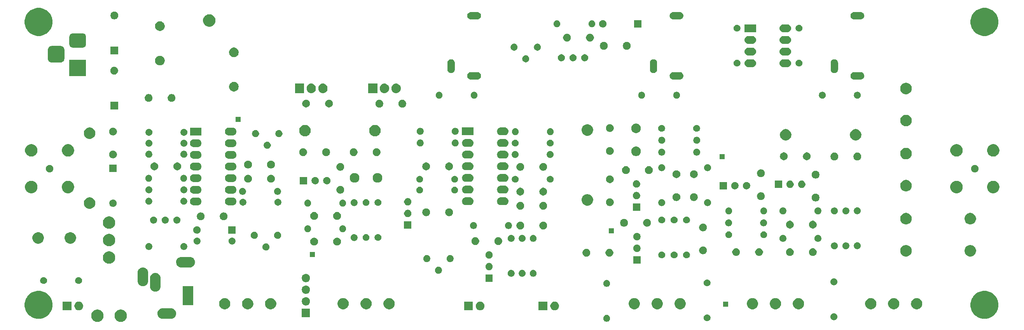
<source format=gbr>
G04 #@! TF.GenerationSoftware,KiCad,Pcbnew,5.1.5-5.1.5*
G04 #@! TF.CreationDate,2020-10-27T19:45:11+01:00*
G04 #@! TF.ProjectId,theresynth,74686572-6573-4796-9e74-682e6b696361,rev?*
G04 #@! TF.SameCoordinates,Original*
G04 #@! TF.FileFunction,Soldermask,Bot*
G04 #@! TF.FilePolarity,Negative*
%FSLAX46Y46*%
G04 Gerber Fmt 4.6, Leading zero omitted, Abs format (unit mm)*
G04 Created by KiCad (PCBNEW 5.1.5-5.1.5) date 2020-10-27 19:45:11*
%MOMM*%
%LPD*%
G04 APERTURE LIST*
%ADD10C,0.100000*%
G04 APERTURE END LIST*
D10*
G36*
X66274072Y-126570918D02*
G01*
X66499887Y-126664453D01*
X66519939Y-126672759D01*
X66562204Y-126701000D01*
X66741211Y-126820609D01*
X66929391Y-127008789D01*
X67077242Y-127230063D01*
X67179082Y-127475928D01*
X67231000Y-127736937D01*
X67231000Y-128003063D01*
X67179082Y-128264072D01*
X67146948Y-128341652D01*
X67077241Y-128509939D01*
X67037956Y-128568733D01*
X66968059Y-128673341D01*
X66929390Y-128731212D01*
X66741212Y-128919390D01*
X66519939Y-129067241D01*
X66519938Y-129067242D01*
X66519937Y-129067242D01*
X66274072Y-129169082D01*
X66013063Y-129221000D01*
X65746937Y-129221000D01*
X65485928Y-129169082D01*
X65240063Y-129067242D01*
X65240062Y-129067242D01*
X65240061Y-129067241D01*
X65018788Y-128919390D01*
X64830610Y-128731212D01*
X64791942Y-128673341D01*
X64722044Y-128568733D01*
X64682759Y-128509939D01*
X64613053Y-128341652D01*
X64580918Y-128264072D01*
X64529000Y-128003063D01*
X64529000Y-127736937D01*
X64580918Y-127475928D01*
X64682758Y-127230063D01*
X64830609Y-127008789D01*
X65018789Y-126820609D01*
X65197796Y-126701000D01*
X65240061Y-126672759D01*
X65260114Y-126664453D01*
X65485928Y-126570918D01*
X65746937Y-126519000D01*
X66013063Y-126519000D01*
X66274072Y-126570918D01*
G37*
G36*
X61194072Y-126570918D02*
G01*
X61419887Y-126664453D01*
X61439939Y-126672759D01*
X61482204Y-126701000D01*
X61661211Y-126820609D01*
X61849391Y-127008789D01*
X61997242Y-127230063D01*
X62099082Y-127475928D01*
X62151000Y-127736937D01*
X62151000Y-128003063D01*
X62099082Y-128264072D01*
X62066948Y-128341652D01*
X61997241Y-128509939D01*
X61957956Y-128568733D01*
X61888059Y-128673341D01*
X61849390Y-128731212D01*
X61661212Y-128919390D01*
X61439939Y-129067241D01*
X61439938Y-129067242D01*
X61439937Y-129067242D01*
X61194072Y-129169082D01*
X60933063Y-129221000D01*
X60666937Y-129221000D01*
X60405928Y-129169082D01*
X60160063Y-129067242D01*
X60160062Y-129067242D01*
X60160061Y-129067241D01*
X59938788Y-128919390D01*
X59750610Y-128731212D01*
X59711942Y-128673341D01*
X59642044Y-128568733D01*
X59602759Y-128509939D01*
X59533053Y-128341652D01*
X59500918Y-128264072D01*
X59449000Y-128003063D01*
X59449000Y-127736937D01*
X59500918Y-127475928D01*
X59602758Y-127230063D01*
X59750609Y-127008789D01*
X59938789Y-126820609D01*
X60117796Y-126701000D01*
X60160061Y-126672759D01*
X60180114Y-126664453D01*
X60405928Y-126570918D01*
X60666937Y-126519000D01*
X60933063Y-126519000D01*
X61194072Y-126570918D01*
G37*
G36*
X171867322Y-127705580D02*
G01*
X171929059Y-127717860D01*
X172065732Y-127774472D01*
X172188735Y-127856660D01*
X172293340Y-127961265D01*
X172344276Y-128037496D01*
X172375529Y-128084270D01*
X172432140Y-128220941D01*
X172456151Y-128341652D01*
X172461000Y-128366033D01*
X172461000Y-128513967D01*
X172432140Y-128659059D01*
X172375528Y-128795732D01*
X172293340Y-128918735D01*
X172188735Y-129023340D01*
X172065732Y-129105528D01*
X172065731Y-129105529D01*
X172065730Y-129105529D01*
X171929059Y-129162140D01*
X171783968Y-129191000D01*
X171636032Y-129191000D01*
X171490941Y-129162140D01*
X171354270Y-129105529D01*
X171354269Y-129105529D01*
X171354268Y-129105528D01*
X171231265Y-129023340D01*
X171126660Y-128918735D01*
X171044472Y-128795732D01*
X170987860Y-128659059D01*
X170959000Y-128513967D01*
X170959000Y-128366033D01*
X170963850Y-128341652D01*
X170987860Y-128220941D01*
X171044471Y-128084270D01*
X171075724Y-128037496D01*
X171126660Y-127961265D01*
X171231265Y-127856660D01*
X171354268Y-127774472D01*
X171490941Y-127717860D01*
X171552678Y-127705580D01*
X171636032Y-127689000D01*
X171783968Y-127689000D01*
X171867322Y-127705580D01*
G37*
G36*
X193799059Y-127597860D02*
G01*
X193831422Y-127611265D01*
X193935732Y-127654472D01*
X194058735Y-127736660D01*
X194163340Y-127841265D01*
X194245101Y-127963629D01*
X194245529Y-127964270D01*
X194302140Y-128100941D01*
X194331000Y-128246032D01*
X194331000Y-128393968D01*
X194302140Y-128539059D01*
X194246519Y-128673341D01*
X194245528Y-128675732D01*
X194163340Y-128798735D01*
X194058735Y-128903340D01*
X193935732Y-128985528D01*
X193935731Y-128985529D01*
X193935730Y-128985529D01*
X193799059Y-129042140D01*
X193653968Y-129071000D01*
X193506032Y-129071000D01*
X193360941Y-129042140D01*
X193224270Y-128985529D01*
X193224269Y-128985529D01*
X193224268Y-128985528D01*
X193101265Y-128903340D01*
X192996660Y-128798735D01*
X192914472Y-128675732D01*
X192913482Y-128673341D01*
X192857860Y-128539059D01*
X192829000Y-128393968D01*
X192829000Y-128246032D01*
X192857860Y-128100941D01*
X192914471Y-127964270D01*
X192914899Y-127963629D01*
X192996660Y-127841265D01*
X193101265Y-127736660D01*
X193224268Y-127654472D01*
X193328579Y-127611265D01*
X193360941Y-127597860D01*
X193506032Y-127569000D01*
X193653968Y-127569000D01*
X193799059Y-127597860D01*
G37*
G36*
X221419059Y-127367860D02*
G01*
X221448368Y-127380000D01*
X221555732Y-127424472D01*
X221678735Y-127506660D01*
X221783340Y-127611265D01*
X221865528Y-127734268D01*
X221865529Y-127734270D01*
X221922140Y-127870941D01*
X221951000Y-128016032D01*
X221951000Y-128163968D01*
X221922140Y-128309059D01*
X221886970Y-128393968D01*
X221865528Y-128445732D01*
X221783340Y-128568735D01*
X221678735Y-128673340D01*
X221555732Y-128755528D01*
X221555731Y-128755529D01*
X221555730Y-128755529D01*
X221419059Y-128812140D01*
X221273968Y-128841000D01*
X221126032Y-128841000D01*
X220980941Y-128812140D01*
X220844270Y-128755529D01*
X220844269Y-128755529D01*
X220844268Y-128755528D01*
X220721265Y-128673340D01*
X220616660Y-128568735D01*
X220534472Y-128445732D01*
X220513031Y-128393968D01*
X220477860Y-128309059D01*
X220449000Y-128163968D01*
X220449000Y-128016032D01*
X220477860Y-127870941D01*
X220534471Y-127734270D01*
X220534472Y-127734268D01*
X220616660Y-127611265D01*
X220721265Y-127506660D01*
X220844268Y-127424472D01*
X220951633Y-127380000D01*
X220980941Y-127367860D01*
X221126032Y-127339000D01*
X221273968Y-127339000D01*
X221419059Y-127367860D01*
G37*
G36*
X48889943Y-122566248D02*
G01*
X49445189Y-122796238D01*
X49693347Y-122962052D01*
X49944899Y-123130134D01*
X50369866Y-123555101D01*
X50518440Y-123777458D01*
X50703762Y-124054811D01*
X50933752Y-124610057D01*
X51051000Y-125199501D01*
X51051000Y-125800499D01*
X50933752Y-126389943D01*
X50703762Y-126945189D01*
X50636021Y-127046570D01*
X50369866Y-127444899D01*
X49944899Y-127869866D01*
X49808111Y-127961265D01*
X49445189Y-128203762D01*
X48889943Y-128433752D01*
X48300499Y-128551000D01*
X47699501Y-128551000D01*
X47110057Y-128433752D01*
X46554811Y-128203762D01*
X46191889Y-127961265D01*
X46055101Y-127869866D01*
X45630134Y-127444899D01*
X45363979Y-127046570D01*
X45296238Y-126945189D01*
X45066248Y-126389943D01*
X44949000Y-125800499D01*
X44949000Y-125199501D01*
X45066248Y-124610057D01*
X45296238Y-124054811D01*
X45481560Y-123777458D01*
X45630134Y-123555101D01*
X46055101Y-123130134D01*
X46306653Y-122962052D01*
X46554811Y-122796238D01*
X47110057Y-122566248D01*
X47699501Y-122449000D01*
X48300499Y-122449000D01*
X48889943Y-122566248D01*
G37*
G36*
X254889943Y-122566248D02*
G01*
X255445189Y-122796238D01*
X255693347Y-122962052D01*
X255944899Y-123130134D01*
X256369866Y-123555101D01*
X256518440Y-123777458D01*
X256703762Y-124054811D01*
X256933752Y-124610057D01*
X257051000Y-125199501D01*
X257051000Y-125800499D01*
X256933752Y-126389943D01*
X256703762Y-126945189D01*
X256636021Y-127046570D01*
X256369866Y-127444899D01*
X255944899Y-127869866D01*
X255808111Y-127961265D01*
X255445189Y-128203762D01*
X254889943Y-128433752D01*
X254300499Y-128551000D01*
X253699501Y-128551000D01*
X253110057Y-128433752D01*
X252554811Y-128203762D01*
X252191889Y-127961265D01*
X252055101Y-127869866D01*
X251630134Y-127444899D01*
X251363979Y-127046570D01*
X251296238Y-126945189D01*
X251066248Y-126389943D01*
X250949000Y-125800499D01*
X250949000Y-125199501D01*
X251066248Y-124610057D01*
X251296238Y-124054811D01*
X251481560Y-123777458D01*
X251630134Y-123555101D01*
X252055101Y-123130134D01*
X252306653Y-122962052D01*
X252554811Y-122796238D01*
X253110057Y-122566248D01*
X253699501Y-122449000D01*
X254300499Y-122449000D01*
X254889943Y-122566248D01*
G37*
G36*
X76979271Y-126240103D02*
G01*
X77035635Y-126245654D01*
X77252600Y-126311470D01*
X77252602Y-126311471D01*
X77452555Y-126418347D01*
X77627818Y-126562182D01*
X77771653Y-126737445D01*
X77816105Y-126820610D01*
X77878530Y-126937400D01*
X77944346Y-127154365D01*
X77966569Y-127380000D01*
X77944346Y-127605635D01*
X77893130Y-127774472D01*
X77878529Y-127822602D01*
X77771653Y-128022555D01*
X77627818Y-128197818D01*
X77452555Y-128341653D01*
X77257835Y-128445732D01*
X77252600Y-128448530D01*
X77035635Y-128514346D01*
X76979271Y-128519897D01*
X76866545Y-128531000D01*
X74953455Y-128531000D01*
X74840729Y-128519897D01*
X74784365Y-128514346D01*
X74567400Y-128448530D01*
X74562165Y-128445732D01*
X74367445Y-128341653D01*
X74192182Y-128197818D01*
X74048347Y-128022555D01*
X73941471Y-127822602D01*
X73926871Y-127774472D01*
X73875654Y-127605635D01*
X73853431Y-127380000D01*
X73875654Y-127154365D01*
X73941470Y-126937400D01*
X74003895Y-126820610D01*
X74048347Y-126737445D01*
X74192182Y-126562182D01*
X74367445Y-126418347D01*
X74567398Y-126311471D01*
X74567400Y-126311470D01*
X74784365Y-126245654D01*
X74840729Y-126240103D01*
X74953455Y-126229000D01*
X76866545Y-126229000D01*
X76979271Y-126240103D01*
G37*
G36*
X107101000Y-128171000D02*
G01*
X105299000Y-128171000D01*
X105299000Y-126369000D01*
X107101000Y-126369000D01*
X107101000Y-128171000D01*
G37*
G36*
X144417395Y-124835546D02*
G01*
X144590466Y-124907234D01*
X144590467Y-124907235D01*
X144746227Y-125011310D01*
X144878690Y-125143773D01*
X144915926Y-125199501D01*
X144982766Y-125299534D01*
X145054454Y-125472605D01*
X145091000Y-125656333D01*
X145091000Y-125843667D01*
X145054454Y-126027395D01*
X144982766Y-126200466D01*
X144982765Y-126200467D01*
X144878690Y-126356227D01*
X144746227Y-126488690D01*
X144667818Y-126541081D01*
X144590466Y-126592766D01*
X144417395Y-126664454D01*
X144233667Y-126701000D01*
X144046333Y-126701000D01*
X143862605Y-126664454D01*
X143689534Y-126592766D01*
X143612182Y-126541081D01*
X143533773Y-126488690D01*
X143401310Y-126356227D01*
X143297235Y-126200467D01*
X143297234Y-126200466D01*
X143225546Y-126027395D01*
X143189000Y-125843667D01*
X143189000Y-125656333D01*
X143225546Y-125472605D01*
X143297234Y-125299534D01*
X143364074Y-125199501D01*
X143401310Y-125143773D01*
X143533773Y-125011310D01*
X143689533Y-124907235D01*
X143689534Y-124907234D01*
X143862605Y-124835546D01*
X144046333Y-124799000D01*
X144233667Y-124799000D01*
X144417395Y-124835546D01*
G37*
G36*
X142551000Y-126701000D02*
G01*
X140649000Y-126701000D01*
X140649000Y-124799000D01*
X142551000Y-124799000D01*
X142551000Y-126701000D01*
G37*
G36*
X158791000Y-126701000D02*
G01*
X156889000Y-126701000D01*
X156889000Y-124799000D01*
X158791000Y-124799000D01*
X158791000Y-126701000D01*
G37*
G36*
X55151000Y-126701000D02*
G01*
X53249000Y-126701000D01*
X53249000Y-124799000D01*
X55151000Y-124799000D01*
X55151000Y-126701000D01*
G37*
G36*
X160657395Y-124835546D02*
G01*
X160830466Y-124907234D01*
X160830467Y-124907235D01*
X160986227Y-125011310D01*
X161118690Y-125143773D01*
X161155926Y-125199501D01*
X161222766Y-125299534D01*
X161294454Y-125472605D01*
X161331000Y-125656333D01*
X161331000Y-125843667D01*
X161294454Y-126027395D01*
X161222766Y-126200466D01*
X161222765Y-126200467D01*
X161118690Y-126356227D01*
X160986227Y-126488690D01*
X160907818Y-126541081D01*
X160830466Y-126592766D01*
X160657395Y-126664454D01*
X160473667Y-126701000D01*
X160286333Y-126701000D01*
X160102605Y-126664454D01*
X159929534Y-126592766D01*
X159852182Y-126541081D01*
X159773773Y-126488690D01*
X159641310Y-126356227D01*
X159537235Y-126200467D01*
X159537234Y-126200466D01*
X159465546Y-126027395D01*
X159429000Y-125843667D01*
X159429000Y-125656333D01*
X159465546Y-125472605D01*
X159537234Y-125299534D01*
X159604074Y-125199501D01*
X159641310Y-125143773D01*
X159773773Y-125011310D01*
X159929533Y-124907235D01*
X159929534Y-124907234D01*
X160102605Y-124835546D01*
X160286333Y-124799000D01*
X160473667Y-124799000D01*
X160657395Y-124835546D01*
G37*
G36*
X57017395Y-124835546D02*
G01*
X57190466Y-124907234D01*
X57190467Y-124907235D01*
X57346227Y-125011310D01*
X57478690Y-125143773D01*
X57515926Y-125199501D01*
X57582766Y-125299534D01*
X57654454Y-125472605D01*
X57691000Y-125656333D01*
X57691000Y-125843667D01*
X57654454Y-126027395D01*
X57582766Y-126200466D01*
X57582765Y-126200467D01*
X57478690Y-126356227D01*
X57346227Y-126488690D01*
X57267818Y-126541081D01*
X57190466Y-126592766D01*
X57017395Y-126664454D01*
X56833667Y-126701000D01*
X56646333Y-126701000D01*
X56462605Y-126664454D01*
X56289534Y-126592766D01*
X56212182Y-126541081D01*
X56133773Y-126488690D01*
X56001310Y-126356227D01*
X55897235Y-126200467D01*
X55897234Y-126200466D01*
X55825546Y-126027395D01*
X55789000Y-125843667D01*
X55789000Y-125656333D01*
X55825546Y-125472605D01*
X55897234Y-125299534D01*
X55964074Y-125199501D01*
X56001310Y-125143773D01*
X56133773Y-125011310D01*
X56289533Y-124907235D01*
X56289534Y-124907234D01*
X56462605Y-124835546D01*
X56646333Y-124799000D01*
X56833667Y-124799000D01*
X57017395Y-124835546D01*
G37*
G36*
X213648385Y-124040562D02*
G01*
X213826153Y-124075922D01*
X213918194Y-124114047D01*
X214048359Y-124167963D01*
X214248342Y-124301587D01*
X214418413Y-124471658D01*
X214552037Y-124671641D01*
X214644078Y-124893848D01*
X214685150Y-125100329D01*
X214691000Y-125129742D01*
X214691000Y-125370258D01*
X214644078Y-125606153D01*
X214623292Y-125656335D01*
X214552037Y-125828359D01*
X214418413Y-126028342D01*
X214248342Y-126198413D01*
X214048359Y-126332037D01*
X213959122Y-126369000D01*
X213826153Y-126424078D01*
X213590259Y-126471000D01*
X213349741Y-126471000D01*
X213113847Y-126424078D01*
X212980878Y-126369000D01*
X212891641Y-126332037D01*
X212691658Y-126198413D01*
X212521587Y-126028342D01*
X212387963Y-125828359D01*
X212316708Y-125656335D01*
X212295922Y-125606153D01*
X212249000Y-125370258D01*
X212249000Y-125129742D01*
X212254851Y-125100329D01*
X212295922Y-124893848D01*
X212387963Y-124671641D01*
X212521587Y-124471658D01*
X212691658Y-124301587D01*
X212891641Y-124167963D01*
X213021806Y-124114047D01*
X213113847Y-124075922D01*
X213291615Y-124040562D01*
X213349741Y-124029000D01*
X213590259Y-124029000D01*
X213648385Y-124040562D01*
G37*
G36*
X182898385Y-124040562D02*
G01*
X183076153Y-124075922D01*
X183168194Y-124114047D01*
X183298359Y-124167963D01*
X183498342Y-124301587D01*
X183668413Y-124471658D01*
X183802037Y-124671641D01*
X183894078Y-124893848D01*
X183935150Y-125100329D01*
X183941000Y-125129742D01*
X183941000Y-125370258D01*
X183894078Y-125606153D01*
X183873292Y-125656335D01*
X183802037Y-125828359D01*
X183668413Y-126028342D01*
X183498342Y-126198413D01*
X183298359Y-126332037D01*
X183209122Y-126369000D01*
X183076153Y-126424078D01*
X182840259Y-126471000D01*
X182599741Y-126471000D01*
X182363847Y-126424078D01*
X182230878Y-126369000D01*
X182141641Y-126332037D01*
X181941658Y-126198413D01*
X181771587Y-126028342D01*
X181637963Y-125828359D01*
X181566708Y-125656335D01*
X181545922Y-125606153D01*
X181499000Y-125370258D01*
X181499000Y-125129742D01*
X181504851Y-125100329D01*
X181545922Y-124893848D01*
X181637963Y-124671641D01*
X181771587Y-124471658D01*
X181941658Y-124301587D01*
X182141641Y-124167963D01*
X182271806Y-124114047D01*
X182363847Y-124075922D01*
X182541615Y-124040562D01*
X182599741Y-124029000D01*
X182840259Y-124029000D01*
X182898385Y-124040562D01*
G37*
G36*
X203648385Y-124040562D02*
G01*
X203826153Y-124075922D01*
X203918194Y-124114047D01*
X204048359Y-124167963D01*
X204248342Y-124301587D01*
X204418413Y-124471658D01*
X204552037Y-124671641D01*
X204644078Y-124893848D01*
X204685150Y-125100329D01*
X204691000Y-125129742D01*
X204691000Y-125370258D01*
X204644078Y-125606153D01*
X204623292Y-125656335D01*
X204552037Y-125828359D01*
X204418413Y-126028342D01*
X204248342Y-126198413D01*
X204048359Y-126332037D01*
X203959122Y-126369000D01*
X203826153Y-126424078D01*
X203590259Y-126471000D01*
X203349741Y-126471000D01*
X203113847Y-126424078D01*
X202980878Y-126369000D01*
X202891641Y-126332037D01*
X202691658Y-126198413D01*
X202521587Y-126028342D01*
X202387963Y-125828359D01*
X202316708Y-125656335D01*
X202295922Y-125606153D01*
X202249000Y-125370258D01*
X202249000Y-125129742D01*
X202254851Y-125100329D01*
X202295922Y-124893848D01*
X202387963Y-124671641D01*
X202521587Y-124471658D01*
X202691658Y-124301587D01*
X202891641Y-124167963D01*
X203021806Y-124114047D01*
X203113847Y-124075922D01*
X203291615Y-124040562D01*
X203349741Y-124029000D01*
X203590259Y-124029000D01*
X203648385Y-124040562D01*
G37*
G36*
X208648385Y-124040562D02*
G01*
X208826153Y-124075922D01*
X208918194Y-124114047D01*
X209048359Y-124167963D01*
X209248342Y-124301587D01*
X209418413Y-124471658D01*
X209552037Y-124671641D01*
X209644078Y-124893848D01*
X209685150Y-125100329D01*
X209691000Y-125129742D01*
X209691000Y-125370258D01*
X209644078Y-125606153D01*
X209623292Y-125656335D01*
X209552037Y-125828359D01*
X209418413Y-126028342D01*
X209248342Y-126198413D01*
X209048359Y-126332037D01*
X208959122Y-126369000D01*
X208826153Y-126424078D01*
X208590259Y-126471000D01*
X208349741Y-126471000D01*
X208113847Y-126424078D01*
X207980878Y-126369000D01*
X207891641Y-126332037D01*
X207691658Y-126198413D01*
X207521587Y-126028342D01*
X207387963Y-125828359D01*
X207316708Y-125656335D01*
X207295922Y-125606153D01*
X207249000Y-125370258D01*
X207249000Y-125129742D01*
X207254851Y-125100329D01*
X207295922Y-124893848D01*
X207387963Y-124671641D01*
X207521587Y-124471658D01*
X207691658Y-124301587D01*
X207891641Y-124167963D01*
X208021806Y-124114047D01*
X208113847Y-124075922D01*
X208291615Y-124040562D01*
X208349741Y-124029000D01*
X208590259Y-124029000D01*
X208648385Y-124040562D01*
G37*
G36*
X229398385Y-124040562D02*
G01*
X229576153Y-124075922D01*
X229668194Y-124114047D01*
X229798359Y-124167963D01*
X229998342Y-124301587D01*
X230168413Y-124471658D01*
X230302037Y-124671641D01*
X230394078Y-124893848D01*
X230435150Y-125100329D01*
X230441000Y-125129742D01*
X230441000Y-125370258D01*
X230394078Y-125606153D01*
X230373292Y-125656335D01*
X230302037Y-125828359D01*
X230168413Y-126028342D01*
X229998342Y-126198413D01*
X229798359Y-126332037D01*
X229709122Y-126369000D01*
X229576153Y-126424078D01*
X229340259Y-126471000D01*
X229099741Y-126471000D01*
X228863847Y-126424078D01*
X228730878Y-126369000D01*
X228641641Y-126332037D01*
X228441658Y-126198413D01*
X228271587Y-126028342D01*
X228137963Y-125828359D01*
X228066708Y-125656335D01*
X228045922Y-125606153D01*
X227999000Y-125370258D01*
X227999000Y-125129742D01*
X228004851Y-125100329D01*
X228045922Y-124893848D01*
X228137963Y-124671641D01*
X228271587Y-124471658D01*
X228441658Y-124301587D01*
X228641641Y-124167963D01*
X228771806Y-124114047D01*
X228863847Y-124075922D01*
X229041615Y-124040562D01*
X229099741Y-124029000D01*
X229340259Y-124029000D01*
X229398385Y-124040562D01*
G37*
G36*
X234398385Y-124040562D02*
G01*
X234576153Y-124075922D01*
X234668194Y-124114047D01*
X234798359Y-124167963D01*
X234998342Y-124301587D01*
X235168413Y-124471658D01*
X235302037Y-124671641D01*
X235394078Y-124893848D01*
X235435150Y-125100329D01*
X235441000Y-125129742D01*
X235441000Y-125370258D01*
X235394078Y-125606153D01*
X235373292Y-125656335D01*
X235302037Y-125828359D01*
X235168413Y-126028342D01*
X234998342Y-126198413D01*
X234798359Y-126332037D01*
X234709122Y-126369000D01*
X234576153Y-126424078D01*
X234340259Y-126471000D01*
X234099741Y-126471000D01*
X233863847Y-126424078D01*
X233730878Y-126369000D01*
X233641641Y-126332037D01*
X233441658Y-126198413D01*
X233271587Y-126028342D01*
X233137963Y-125828359D01*
X233066708Y-125656335D01*
X233045922Y-125606153D01*
X232999000Y-125370258D01*
X232999000Y-125129742D01*
X233004851Y-125100329D01*
X233045922Y-124893848D01*
X233137963Y-124671641D01*
X233271587Y-124471658D01*
X233441658Y-124301587D01*
X233641641Y-124167963D01*
X233771806Y-124114047D01*
X233863847Y-124075922D01*
X234041615Y-124040562D01*
X234099741Y-124029000D01*
X234340259Y-124029000D01*
X234398385Y-124040562D01*
G37*
G36*
X239398385Y-124040562D02*
G01*
X239576153Y-124075922D01*
X239668194Y-124114047D01*
X239798359Y-124167963D01*
X239998342Y-124301587D01*
X240168413Y-124471658D01*
X240302037Y-124671641D01*
X240394078Y-124893848D01*
X240435150Y-125100329D01*
X240441000Y-125129742D01*
X240441000Y-125370258D01*
X240394078Y-125606153D01*
X240373292Y-125656335D01*
X240302037Y-125828359D01*
X240168413Y-126028342D01*
X239998342Y-126198413D01*
X239798359Y-126332037D01*
X239709122Y-126369000D01*
X239576153Y-126424078D01*
X239340259Y-126471000D01*
X239099741Y-126471000D01*
X238863847Y-126424078D01*
X238730878Y-126369000D01*
X238641641Y-126332037D01*
X238441658Y-126198413D01*
X238271587Y-126028342D01*
X238137963Y-125828359D01*
X238066708Y-125656335D01*
X238045922Y-125606153D01*
X237999000Y-125370258D01*
X237999000Y-125129742D01*
X238004851Y-125100329D01*
X238045922Y-124893848D01*
X238137963Y-124671641D01*
X238271587Y-124471658D01*
X238441658Y-124301587D01*
X238641641Y-124167963D01*
X238771806Y-124114047D01*
X238863847Y-124075922D01*
X239041615Y-124040562D01*
X239099741Y-124029000D01*
X239340259Y-124029000D01*
X239398385Y-124040562D01*
G37*
G36*
X177898385Y-124040562D02*
G01*
X178076153Y-124075922D01*
X178168194Y-124114047D01*
X178298359Y-124167963D01*
X178498342Y-124301587D01*
X178668413Y-124471658D01*
X178802037Y-124671641D01*
X178894078Y-124893848D01*
X178935150Y-125100329D01*
X178941000Y-125129742D01*
X178941000Y-125370258D01*
X178894078Y-125606153D01*
X178873292Y-125656335D01*
X178802037Y-125828359D01*
X178668413Y-126028342D01*
X178498342Y-126198413D01*
X178298359Y-126332037D01*
X178209122Y-126369000D01*
X178076153Y-126424078D01*
X177840259Y-126471000D01*
X177599741Y-126471000D01*
X177363847Y-126424078D01*
X177230878Y-126369000D01*
X177141641Y-126332037D01*
X176941658Y-126198413D01*
X176771587Y-126028342D01*
X176637963Y-125828359D01*
X176566708Y-125656335D01*
X176545922Y-125606153D01*
X176499000Y-125370258D01*
X176499000Y-125129742D01*
X176504851Y-125100329D01*
X176545922Y-124893848D01*
X176637963Y-124671641D01*
X176771587Y-124471658D01*
X176941658Y-124301587D01*
X177141641Y-124167963D01*
X177271806Y-124114047D01*
X177363847Y-124075922D01*
X177541615Y-124040562D01*
X177599741Y-124029000D01*
X177840259Y-124029000D01*
X177898385Y-124040562D01*
G37*
G36*
X114498385Y-124040562D02*
G01*
X114676153Y-124075922D01*
X114768194Y-124114047D01*
X114898359Y-124167963D01*
X115098342Y-124301587D01*
X115268413Y-124471658D01*
X115402037Y-124671641D01*
X115494078Y-124893848D01*
X115535150Y-125100329D01*
X115541000Y-125129742D01*
X115541000Y-125370258D01*
X115494078Y-125606153D01*
X115473292Y-125656335D01*
X115402037Y-125828359D01*
X115268413Y-126028342D01*
X115098342Y-126198413D01*
X114898359Y-126332037D01*
X114809122Y-126369000D01*
X114676153Y-126424078D01*
X114440259Y-126471000D01*
X114199741Y-126471000D01*
X113963847Y-126424078D01*
X113830878Y-126369000D01*
X113741641Y-126332037D01*
X113541658Y-126198413D01*
X113371587Y-126028342D01*
X113237963Y-125828359D01*
X113166708Y-125656335D01*
X113145922Y-125606153D01*
X113099000Y-125370258D01*
X113099000Y-125129742D01*
X113104851Y-125100329D01*
X113145922Y-124893848D01*
X113237963Y-124671641D01*
X113371587Y-124471658D01*
X113541658Y-124301587D01*
X113741641Y-124167963D01*
X113871806Y-124114047D01*
X113963847Y-124075922D01*
X114141615Y-124040562D01*
X114199741Y-124029000D01*
X114440259Y-124029000D01*
X114498385Y-124040562D01*
G37*
G36*
X119498385Y-124040562D02*
G01*
X119676153Y-124075922D01*
X119768194Y-124114047D01*
X119898359Y-124167963D01*
X120098342Y-124301587D01*
X120268413Y-124471658D01*
X120402037Y-124671641D01*
X120494078Y-124893848D01*
X120535150Y-125100329D01*
X120541000Y-125129742D01*
X120541000Y-125370258D01*
X120494078Y-125606153D01*
X120473292Y-125656335D01*
X120402037Y-125828359D01*
X120268413Y-126028342D01*
X120098342Y-126198413D01*
X119898359Y-126332037D01*
X119809122Y-126369000D01*
X119676153Y-126424078D01*
X119440259Y-126471000D01*
X119199741Y-126471000D01*
X118963847Y-126424078D01*
X118830878Y-126369000D01*
X118741641Y-126332037D01*
X118541658Y-126198413D01*
X118371587Y-126028342D01*
X118237963Y-125828359D01*
X118166708Y-125656335D01*
X118145922Y-125606153D01*
X118099000Y-125370258D01*
X118099000Y-125129742D01*
X118104851Y-125100329D01*
X118145922Y-124893848D01*
X118237963Y-124671641D01*
X118371587Y-124471658D01*
X118541658Y-124301587D01*
X118741641Y-124167963D01*
X118871806Y-124114047D01*
X118963847Y-124075922D01*
X119141615Y-124040562D01*
X119199741Y-124029000D01*
X119440259Y-124029000D01*
X119498385Y-124040562D01*
G37*
G36*
X124498385Y-124040562D02*
G01*
X124676153Y-124075922D01*
X124768194Y-124114047D01*
X124898359Y-124167963D01*
X125098342Y-124301587D01*
X125268413Y-124471658D01*
X125402037Y-124671641D01*
X125494078Y-124893848D01*
X125535150Y-125100329D01*
X125541000Y-125129742D01*
X125541000Y-125370258D01*
X125494078Y-125606153D01*
X125473292Y-125656335D01*
X125402037Y-125828359D01*
X125268413Y-126028342D01*
X125098342Y-126198413D01*
X124898359Y-126332037D01*
X124809122Y-126369000D01*
X124676153Y-126424078D01*
X124440259Y-126471000D01*
X124199741Y-126471000D01*
X123963847Y-126424078D01*
X123830878Y-126369000D01*
X123741641Y-126332037D01*
X123541658Y-126198413D01*
X123371587Y-126028342D01*
X123237963Y-125828359D01*
X123166708Y-125656335D01*
X123145922Y-125606153D01*
X123099000Y-125370258D01*
X123099000Y-125129742D01*
X123104851Y-125100329D01*
X123145922Y-124893848D01*
X123237963Y-124671641D01*
X123371587Y-124471658D01*
X123541658Y-124301587D01*
X123741641Y-124167963D01*
X123871806Y-124114047D01*
X123963847Y-124075922D01*
X124141615Y-124040562D01*
X124199741Y-124029000D01*
X124440259Y-124029000D01*
X124498385Y-124040562D01*
G37*
G36*
X88708385Y-124040562D02*
G01*
X88886153Y-124075922D01*
X88978194Y-124114047D01*
X89108359Y-124167963D01*
X89308342Y-124301587D01*
X89478413Y-124471658D01*
X89612037Y-124671641D01*
X89704078Y-124893848D01*
X89745150Y-125100329D01*
X89751000Y-125129742D01*
X89751000Y-125370258D01*
X89704078Y-125606153D01*
X89683292Y-125656335D01*
X89612037Y-125828359D01*
X89478413Y-126028342D01*
X89308342Y-126198413D01*
X89108359Y-126332037D01*
X89019122Y-126369000D01*
X88886153Y-126424078D01*
X88650259Y-126471000D01*
X88409741Y-126471000D01*
X88173847Y-126424078D01*
X88040878Y-126369000D01*
X87951641Y-126332037D01*
X87751658Y-126198413D01*
X87581587Y-126028342D01*
X87447963Y-125828359D01*
X87376708Y-125656335D01*
X87355922Y-125606153D01*
X87309000Y-125370258D01*
X87309000Y-125129742D01*
X87314851Y-125100329D01*
X87355922Y-124893848D01*
X87447963Y-124671641D01*
X87581587Y-124471658D01*
X87751658Y-124301587D01*
X87951641Y-124167963D01*
X88081806Y-124114047D01*
X88173847Y-124075922D01*
X88351615Y-124040562D01*
X88409741Y-124029000D01*
X88650259Y-124029000D01*
X88708385Y-124040562D01*
G37*
G36*
X98708385Y-124040562D02*
G01*
X98886153Y-124075922D01*
X98978194Y-124114047D01*
X99108359Y-124167963D01*
X99308342Y-124301587D01*
X99478413Y-124471658D01*
X99612037Y-124671641D01*
X99704078Y-124893848D01*
X99745150Y-125100329D01*
X99751000Y-125129742D01*
X99751000Y-125370258D01*
X99704078Y-125606153D01*
X99683292Y-125656335D01*
X99612037Y-125828359D01*
X99478413Y-126028342D01*
X99308342Y-126198413D01*
X99108359Y-126332037D01*
X99019122Y-126369000D01*
X98886153Y-126424078D01*
X98650259Y-126471000D01*
X98409741Y-126471000D01*
X98173847Y-126424078D01*
X98040878Y-126369000D01*
X97951641Y-126332037D01*
X97751658Y-126198413D01*
X97581587Y-126028342D01*
X97447963Y-125828359D01*
X97376708Y-125656335D01*
X97355922Y-125606153D01*
X97309000Y-125370258D01*
X97309000Y-125129742D01*
X97314851Y-125100329D01*
X97355922Y-124893848D01*
X97447963Y-124671641D01*
X97581587Y-124471658D01*
X97751658Y-124301587D01*
X97951641Y-124167963D01*
X98081806Y-124114047D01*
X98173847Y-124075922D01*
X98351615Y-124040562D01*
X98409741Y-124029000D01*
X98650259Y-124029000D01*
X98708385Y-124040562D01*
G37*
G36*
X93708385Y-124040562D02*
G01*
X93886153Y-124075922D01*
X93978194Y-124114047D01*
X94108359Y-124167963D01*
X94308342Y-124301587D01*
X94478413Y-124471658D01*
X94612037Y-124671641D01*
X94704078Y-124893848D01*
X94745150Y-125100329D01*
X94751000Y-125129742D01*
X94751000Y-125370258D01*
X94704078Y-125606153D01*
X94683292Y-125656335D01*
X94612037Y-125828359D01*
X94478413Y-126028342D01*
X94308342Y-126198413D01*
X94108359Y-126332037D01*
X94019122Y-126369000D01*
X93886153Y-126424078D01*
X93650259Y-126471000D01*
X93409741Y-126471000D01*
X93173847Y-126424078D01*
X93040878Y-126369000D01*
X92951641Y-126332037D01*
X92751658Y-126198413D01*
X92581587Y-126028342D01*
X92447963Y-125828359D01*
X92376708Y-125656335D01*
X92355922Y-125606153D01*
X92309000Y-125370258D01*
X92309000Y-125129742D01*
X92314851Y-125100329D01*
X92355922Y-124893848D01*
X92447963Y-124671641D01*
X92581587Y-124471658D01*
X92751658Y-124301587D01*
X92951641Y-124167963D01*
X93081806Y-124114047D01*
X93173847Y-124075922D01*
X93351615Y-124040562D01*
X93409741Y-124029000D01*
X93650259Y-124029000D01*
X93708385Y-124040562D01*
G37*
G36*
X187898385Y-124040562D02*
G01*
X188076153Y-124075922D01*
X188168194Y-124114047D01*
X188298359Y-124167963D01*
X188498342Y-124301587D01*
X188668413Y-124471658D01*
X188802037Y-124671641D01*
X188894078Y-124893848D01*
X188935150Y-125100329D01*
X188941000Y-125129742D01*
X188941000Y-125370258D01*
X188894078Y-125606153D01*
X188873292Y-125656335D01*
X188802037Y-125828359D01*
X188668413Y-126028342D01*
X188498342Y-126198413D01*
X188298359Y-126332037D01*
X188209122Y-126369000D01*
X188076153Y-126424078D01*
X187840259Y-126471000D01*
X187599741Y-126471000D01*
X187363847Y-126424078D01*
X187230878Y-126369000D01*
X187141641Y-126332037D01*
X186941658Y-126198413D01*
X186771587Y-126028342D01*
X186637963Y-125828359D01*
X186566708Y-125656335D01*
X186545922Y-125606153D01*
X186499000Y-125370258D01*
X186499000Y-125129742D01*
X186504851Y-125100329D01*
X186545922Y-124893848D01*
X186637963Y-124671641D01*
X186771587Y-124471658D01*
X186941658Y-124301587D01*
X187141641Y-124167963D01*
X187271806Y-124114047D01*
X187363847Y-124075922D01*
X187541615Y-124040562D01*
X187599741Y-124029000D01*
X187840259Y-124029000D01*
X187898385Y-124040562D01*
G37*
G36*
X198151000Y-125901000D02*
G01*
X197049000Y-125901000D01*
X197049000Y-124799000D01*
X198151000Y-124799000D01*
X198151000Y-125901000D01*
G37*
G36*
X106313512Y-123833927D02*
G01*
X106462812Y-123863624D01*
X106626784Y-123931544D01*
X106774354Y-124030147D01*
X106899853Y-124155646D01*
X106998456Y-124303216D01*
X107066376Y-124467188D01*
X107101000Y-124641259D01*
X107101000Y-124818741D01*
X107066376Y-124992812D01*
X106998456Y-125156784D01*
X106899853Y-125304354D01*
X106774354Y-125429853D01*
X106626784Y-125528456D01*
X106462812Y-125596376D01*
X106313512Y-125626073D01*
X106288742Y-125631000D01*
X106111258Y-125631000D01*
X106086488Y-125626073D01*
X105937188Y-125596376D01*
X105773216Y-125528456D01*
X105625646Y-125429853D01*
X105500147Y-125304354D01*
X105401544Y-125156784D01*
X105333624Y-124992812D01*
X105299000Y-124818741D01*
X105299000Y-124641259D01*
X105333624Y-124467188D01*
X105401544Y-124303216D01*
X105500147Y-124155646D01*
X105625646Y-124030147D01*
X105773216Y-123931544D01*
X105937188Y-123863624D01*
X106086488Y-123833927D01*
X106111258Y-123829000D01*
X106288742Y-123829000D01*
X106313512Y-123833927D01*
G37*
G36*
X81661000Y-125531000D02*
G01*
X79359000Y-125531000D01*
X79359000Y-121429000D01*
X81661000Y-121429000D01*
X81661000Y-125531000D01*
G37*
G36*
X106313512Y-121293927D02*
G01*
X106462812Y-121323624D01*
X106626784Y-121391544D01*
X106774354Y-121490147D01*
X106899853Y-121615646D01*
X106998456Y-121763216D01*
X107066376Y-121927188D01*
X107101000Y-122101259D01*
X107101000Y-122278741D01*
X107066376Y-122452812D01*
X106998456Y-122616784D01*
X106899853Y-122764354D01*
X106774354Y-122889853D01*
X106626784Y-122988456D01*
X106462812Y-123056376D01*
X106313512Y-123086073D01*
X106288742Y-123091000D01*
X106111258Y-123091000D01*
X106086488Y-123086073D01*
X105937188Y-123056376D01*
X105773216Y-122988456D01*
X105625646Y-122889853D01*
X105500147Y-122764354D01*
X105401544Y-122616784D01*
X105333624Y-122452812D01*
X105299000Y-122278741D01*
X105299000Y-122101259D01*
X105333624Y-121927188D01*
X105401544Y-121763216D01*
X105500147Y-121615646D01*
X105625646Y-121490147D01*
X105773216Y-121391544D01*
X105937188Y-121323624D01*
X106086488Y-121293927D01*
X106111258Y-121289000D01*
X106288742Y-121289000D01*
X106313512Y-121293927D01*
G37*
G36*
X73635634Y-118545654D02*
G01*
X73852599Y-118611470D01*
X73852601Y-118611471D01*
X74052553Y-118718347D01*
X74052555Y-118718348D01*
X74052554Y-118718348D01*
X74227818Y-118862182D01*
X74292652Y-118941183D01*
X74371653Y-119037445D01*
X74449635Y-119183341D01*
X74478530Y-119237400D01*
X74544346Y-119454365D01*
X74544346Y-119454366D01*
X74561000Y-119623455D01*
X74561000Y-121536545D01*
X74544346Y-121705634D01*
X74478529Y-121922602D01*
X74371653Y-122122555D01*
X74227818Y-122297818D01*
X74052555Y-122441653D01*
X73852602Y-122548529D01*
X73852600Y-122548530D01*
X73635635Y-122614346D01*
X73410000Y-122636569D01*
X73184366Y-122614346D01*
X72967401Y-122548530D01*
X72967399Y-122548529D01*
X72767446Y-122441653D01*
X72592183Y-122297818D01*
X72448348Y-122122555D01*
X72341472Y-121922602D01*
X72275655Y-121705634D01*
X72259000Y-121536544D01*
X72259000Y-119623456D01*
X72275654Y-119454367D01*
X72275654Y-119454366D01*
X72341470Y-119237401D01*
X72359676Y-119203340D01*
X72448347Y-119037447D01*
X72498997Y-118975730D01*
X72592182Y-118862182D01*
X72687904Y-118783625D01*
X72767445Y-118718347D01*
X72967398Y-118611471D01*
X72967400Y-118611470D01*
X73184365Y-118545654D01*
X73410000Y-118523431D01*
X73635634Y-118545654D01*
G37*
G36*
X171929059Y-120097860D02*
G01*
X171997075Y-120126033D01*
X172065732Y-120154472D01*
X172188735Y-120236660D01*
X172293340Y-120341265D01*
X172375528Y-120464268D01*
X172375529Y-120464270D01*
X172432140Y-120600941D01*
X172456340Y-120722602D01*
X172461000Y-120746033D01*
X172461000Y-120893967D01*
X172432140Y-121039059D01*
X172375528Y-121175732D01*
X172293340Y-121298735D01*
X172188735Y-121403340D01*
X172065732Y-121485528D01*
X172065731Y-121485529D01*
X172065730Y-121485529D01*
X171929059Y-121542140D01*
X171783968Y-121571000D01*
X171636032Y-121571000D01*
X171490941Y-121542140D01*
X171354270Y-121485529D01*
X171354269Y-121485529D01*
X171354268Y-121485528D01*
X171231265Y-121403340D01*
X171126660Y-121298735D01*
X171044472Y-121175732D01*
X170987860Y-121039059D01*
X170959000Y-120893967D01*
X170959000Y-120746033D01*
X170963661Y-120722602D01*
X170987860Y-120600941D01*
X171044471Y-120464270D01*
X171044472Y-120464268D01*
X171126660Y-120341265D01*
X171231265Y-120236660D01*
X171354268Y-120154472D01*
X171422926Y-120126033D01*
X171490941Y-120097860D01*
X171636032Y-120069000D01*
X171783968Y-120069000D01*
X171929059Y-120097860D01*
G37*
G36*
X193799059Y-119977860D02*
G01*
X193831422Y-119991265D01*
X193935732Y-120034472D01*
X194058735Y-120116660D01*
X194163340Y-120221265D01*
X194245528Y-120344268D01*
X194245529Y-120344270D01*
X194302140Y-120480941D01*
X194331000Y-120626032D01*
X194331000Y-120773968D01*
X194302140Y-120919059D01*
X194246519Y-121053341D01*
X194245528Y-121055732D01*
X194163340Y-121178735D01*
X194058735Y-121283340D01*
X193935732Y-121365528D01*
X193935731Y-121365529D01*
X193935730Y-121365529D01*
X193799059Y-121422140D01*
X193653968Y-121451000D01*
X193506032Y-121451000D01*
X193360941Y-121422140D01*
X193224270Y-121365529D01*
X193224269Y-121365529D01*
X193224268Y-121365528D01*
X193101265Y-121283340D01*
X192996660Y-121178735D01*
X192914472Y-121055732D01*
X192913482Y-121053341D01*
X192857860Y-120919059D01*
X192829000Y-120773968D01*
X192829000Y-120626032D01*
X192857860Y-120480941D01*
X192914471Y-120344270D01*
X192914472Y-120344268D01*
X192996660Y-120221265D01*
X193101265Y-120116660D01*
X193224268Y-120034472D01*
X193328579Y-119991265D01*
X193360941Y-119977860D01*
X193506032Y-119949000D01*
X193653968Y-119949000D01*
X193799059Y-119977860D01*
G37*
G36*
X70935634Y-117345654D02*
G01*
X71152599Y-117411470D01*
X71152601Y-117411471D01*
X71352553Y-117518347D01*
X71352555Y-117518348D01*
X71352554Y-117518348D01*
X71527818Y-117662182D01*
X71587666Y-117735107D01*
X71671653Y-117837445D01*
X71778529Y-118037398D01*
X71778530Y-118037400D01*
X71844346Y-118254365D01*
X71849897Y-118310729D01*
X71858783Y-118400941D01*
X71861000Y-118423457D01*
X71861000Y-120336543D01*
X71844346Y-120505635D01*
X71788705Y-120689059D01*
X71778529Y-120722602D01*
X71671653Y-120922555D01*
X71527818Y-121097818D01*
X71352555Y-121241653D01*
X71152602Y-121348529D01*
X71152600Y-121348530D01*
X70935635Y-121414346D01*
X70710000Y-121436569D01*
X70484366Y-121414346D01*
X70267401Y-121348530D01*
X70267399Y-121348529D01*
X70067446Y-121241653D01*
X69892183Y-121097818D01*
X69748348Y-120922555D01*
X69641472Y-120722602D01*
X69631297Y-120689059D01*
X69575655Y-120505635D01*
X69559000Y-120336543D01*
X69559000Y-118423458D01*
X69563188Y-118380941D01*
X69575654Y-118254367D01*
X69575654Y-118254366D01*
X69641470Y-118037401D01*
X69642252Y-118035938D01*
X69748347Y-117837447D01*
X69832335Y-117735107D01*
X69892182Y-117662182D01*
X70041773Y-117539416D01*
X70067445Y-117518347D01*
X70267398Y-117411471D01*
X70267400Y-117411470D01*
X70484365Y-117345654D01*
X70710000Y-117323431D01*
X70935634Y-117345654D01*
G37*
G36*
X221373214Y-119738741D02*
G01*
X221419059Y-119747860D01*
X221555732Y-119804472D01*
X221678735Y-119886660D01*
X221783340Y-119991265D01*
X221865528Y-120114268D01*
X221865529Y-120114270D01*
X221922140Y-120250941D01*
X221951000Y-120396032D01*
X221951000Y-120543968D01*
X221922140Y-120689059D01*
X221883088Y-120783340D01*
X221865528Y-120825732D01*
X221783340Y-120948735D01*
X221678735Y-121053340D01*
X221555732Y-121135528D01*
X221555731Y-121135529D01*
X221555730Y-121135529D01*
X221419059Y-121192140D01*
X221273968Y-121221000D01*
X221126032Y-121221000D01*
X220980941Y-121192140D01*
X220844270Y-121135529D01*
X220844269Y-121135529D01*
X220844268Y-121135528D01*
X220721265Y-121053340D01*
X220616660Y-120948735D01*
X220534472Y-120825732D01*
X220516913Y-120783340D01*
X220477860Y-120689059D01*
X220449000Y-120543968D01*
X220449000Y-120396032D01*
X220477860Y-120250941D01*
X220534471Y-120114270D01*
X220534472Y-120114268D01*
X220616660Y-119991265D01*
X220721265Y-119886660D01*
X220844268Y-119804472D01*
X220980941Y-119747860D01*
X221026786Y-119738741D01*
X221126032Y-119719000D01*
X221273968Y-119719000D01*
X221373214Y-119738741D01*
G37*
G36*
X49299059Y-119477860D02*
G01*
X49435732Y-119534472D01*
X49558735Y-119616660D01*
X49663340Y-119721265D01*
X49681110Y-119747860D01*
X49745529Y-119844270D01*
X49802140Y-119980941D01*
X49831000Y-120126032D01*
X49831000Y-120273968D01*
X49817017Y-120344268D01*
X49802140Y-120419059D01*
X49745528Y-120555732D01*
X49663340Y-120678735D01*
X49558735Y-120783340D01*
X49435732Y-120865528D01*
X49435731Y-120865529D01*
X49435730Y-120865529D01*
X49299059Y-120922140D01*
X49153968Y-120951000D01*
X49006032Y-120951000D01*
X48860941Y-120922140D01*
X48724270Y-120865529D01*
X48724269Y-120865529D01*
X48724268Y-120865528D01*
X48601265Y-120783340D01*
X48496660Y-120678735D01*
X48414472Y-120555732D01*
X48357860Y-120419059D01*
X48342983Y-120344268D01*
X48329000Y-120273968D01*
X48329000Y-120126032D01*
X48357860Y-119980941D01*
X48414471Y-119844270D01*
X48478890Y-119747860D01*
X48496660Y-119721265D01*
X48601265Y-119616660D01*
X48724268Y-119534472D01*
X48860941Y-119477860D01*
X49006032Y-119449000D01*
X49153968Y-119449000D01*
X49299059Y-119477860D01*
G37*
G36*
X56919059Y-119477860D02*
G01*
X57055732Y-119534472D01*
X57178735Y-119616660D01*
X57283340Y-119721265D01*
X57301110Y-119747860D01*
X57365529Y-119844270D01*
X57422140Y-119980941D01*
X57451000Y-120126032D01*
X57451000Y-120273968D01*
X57437017Y-120344268D01*
X57422140Y-120419059D01*
X57365528Y-120555732D01*
X57283340Y-120678735D01*
X57178735Y-120783340D01*
X57055732Y-120865528D01*
X57055731Y-120865529D01*
X57055730Y-120865529D01*
X56919059Y-120922140D01*
X56773968Y-120951000D01*
X56626032Y-120951000D01*
X56480941Y-120922140D01*
X56344270Y-120865529D01*
X56344269Y-120865529D01*
X56344268Y-120865528D01*
X56221265Y-120783340D01*
X56116660Y-120678735D01*
X56034472Y-120555732D01*
X55977860Y-120419059D01*
X55962983Y-120344268D01*
X55949000Y-120273968D01*
X55949000Y-120126032D01*
X55977860Y-119980941D01*
X56034471Y-119844270D01*
X56098890Y-119747860D01*
X56116660Y-119721265D01*
X56221265Y-119616660D01*
X56344268Y-119534472D01*
X56480941Y-119477860D01*
X56626032Y-119449000D01*
X56773968Y-119449000D01*
X56919059Y-119477860D01*
G37*
G36*
X106313512Y-118753927D02*
G01*
X106462812Y-118783624D01*
X106626784Y-118851544D01*
X106774354Y-118950147D01*
X106899853Y-119075646D01*
X106998456Y-119223216D01*
X107066376Y-119387188D01*
X107101000Y-119561259D01*
X107101000Y-119738741D01*
X107066376Y-119912812D01*
X106998456Y-120076784D01*
X106899853Y-120224354D01*
X106774354Y-120349853D01*
X106626784Y-120448456D01*
X106462812Y-120516376D01*
X106324099Y-120543967D01*
X106288742Y-120551000D01*
X106111258Y-120551000D01*
X106075901Y-120543967D01*
X105937188Y-120516376D01*
X105773216Y-120448456D01*
X105625646Y-120349853D01*
X105500147Y-120224354D01*
X105401544Y-120076784D01*
X105333624Y-119912812D01*
X105299000Y-119738741D01*
X105299000Y-119561259D01*
X105333624Y-119387188D01*
X105401544Y-119223216D01*
X105500147Y-119075646D01*
X105625646Y-118950147D01*
X105773216Y-118851544D01*
X105937188Y-118783624D01*
X106086488Y-118753927D01*
X106111258Y-118749000D01*
X106288742Y-118749000D01*
X106313512Y-118753927D01*
G37*
G36*
X146901000Y-120501000D02*
G01*
X145299000Y-120501000D01*
X145299000Y-118899000D01*
X146901000Y-118899000D01*
X146901000Y-120501000D01*
G37*
G36*
X151119059Y-117897860D02*
G01*
X151207446Y-117934471D01*
X151255732Y-117954472D01*
X151378735Y-118036660D01*
X151483340Y-118141265D01*
X151558912Y-118254367D01*
X151565529Y-118264270D01*
X151622140Y-118400941D01*
X151651000Y-118546032D01*
X151651000Y-118693968D01*
X151633166Y-118783625D01*
X151622140Y-118839059D01*
X151565528Y-118975732D01*
X151483340Y-119098735D01*
X151378735Y-119203340D01*
X151255732Y-119285528D01*
X151255731Y-119285529D01*
X151255730Y-119285529D01*
X151119059Y-119342140D01*
X150973968Y-119371000D01*
X150826032Y-119371000D01*
X150680941Y-119342140D01*
X150544270Y-119285529D01*
X150544269Y-119285529D01*
X150544268Y-119285528D01*
X150421265Y-119203340D01*
X150316660Y-119098735D01*
X150234472Y-118975732D01*
X150177860Y-118839059D01*
X150166834Y-118783625D01*
X150149000Y-118693968D01*
X150149000Y-118546032D01*
X150177860Y-118400941D01*
X150234471Y-118264270D01*
X150241088Y-118254367D01*
X150316660Y-118141265D01*
X150421265Y-118036660D01*
X150544268Y-117954472D01*
X150592555Y-117934471D01*
X150680941Y-117897860D01*
X150826032Y-117869000D01*
X150973968Y-117869000D01*
X151119059Y-117897860D01*
G37*
G36*
X155919059Y-117897860D02*
G01*
X156007446Y-117934471D01*
X156055732Y-117954472D01*
X156178735Y-118036660D01*
X156283340Y-118141265D01*
X156358912Y-118254367D01*
X156365529Y-118264270D01*
X156422140Y-118400941D01*
X156451000Y-118546032D01*
X156451000Y-118693968D01*
X156433166Y-118783625D01*
X156422140Y-118839059D01*
X156365528Y-118975732D01*
X156283340Y-119098735D01*
X156178735Y-119203340D01*
X156055732Y-119285528D01*
X156055731Y-119285529D01*
X156055730Y-119285529D01*
X155919059Y-119342140D01*
X155773968Y-119371000D01*
X155626032Y-119371000D01*
X155480941Y-119342140D01*
X155344270Y-119285529D01*
X155344269Y-119285529D01*
X155344268Y-119285528D01*
X155221265Y-119203340D01*
X155116660Y-119098735D01*
X155034472Y-118975732D01*
X154977860Y-118839059D01*
X154966834Y-118783625D01*
X154949000Y-118693968D01*
X154949000Y-118546032D01*
X154977860Y-118400941D01*
X155034471Y-118264270D01*
X155041088Y-118254367D01*
X155116660Y-118141265D01*
X155221265Y-118036660D01*
X155344268Y-117954472D01*
X155392555Y-117934471D01*
X155480941Y-117897860D01*
X155626032Y-117869000D01*
X155773968Y-117869000D01*
X155919059Y-117897860D01*
G37*
G36*
X153519059Y-117877860D02*
G01*
X153645465Y-117930219D01*
X153655732Y-117934472D01*
X153778735Y-118016660D01*
X153883340Y-118121265D01*
X153925855Y-118184893D01*
X153965529Y-118244270D01*
X154022140Y-118380941D01*
X154051000Y-118526032D01*
X154051000Y-118673968D01*
X154022140Y-118819059D01*
X153967842Y-118950147D01*
X153965528Y-118955732D01*
X153883340Y-119078735D01*
X153778735Y-119183340D01*
X153655732Y-119265528D01*
X153655731Y-119265529D01*
X153655730Y-119265529D01*
X153519059Y-119322140D01*
X153373968Y-119351000D01*
X153226032Y-119351000D01*
X153080941Y-119322140D01*
X152944270Y-119265529D01*
X152944269Y-119265529D01*
X152944268Y-119265528D01*
X152821265Y-119183340D01*
X152716660Y-119078735D01*
X152634472Y-118955732D01*
X152632159Y-118950147D01*
X152577860Y-118819059D01*
X152549000Y-118673968D01*
X152549000Y-118526032D01*
X152577860Y-118380941D01*
X152634471Y-118244270D01*
X152674145Y-118184893D01*
X152716660Y-118121265D01*
X152821265Y-118016660D01*
X152944268Y-117934472D01*
X152954536Y-117930219D01*
X153080941Y-117877860D01*
X153226032Y-117849000D01*
X153373968Y-117849000D01*
X153519059Y-117877860D01*
G37*
G36*
X135195589Y-117198876D02*
G01*
X135294893Y-117218629D01*
X135435206Y-117276748D01*
X135561484Y-117361125D01*
X135668875Y-117468516D01*
X135753252Y-117594794D01*
X135811371Y-117735107D01*
X135811371Y-117735109D01*
X135841000Y-117884062D01*
X135841000Y-118035938D01*
X135840709Y-118037399D01*
X135811371Y-118184893D01*
X135753252Y-118325206D01*
X135668875Y-118451484D01*
X135561484Y-118558875D01*
X135435206Y-118643252D01*
X135294893Y-118701371D01*
X135209548Y-118718347D01*
X135145938Y-118731000D01*
X134994062Y-118731000D01*
X134930452Y-118718347D01*
X134845107Y-118701371D01*
X134704794Y-118643252D01*
X134578516Y-118558875D01*
X134471125Y-118451484D01*
X134386748Y-118325206D01*
X134328629Y-118184893D01*
X134299291Y-118037399D01*
X134299000Y-118035938D01*
X134299000Y-117884062D01*
X134328629Y-117735109D01*
X134328629Y-117735107D01*
X134386748Y-117594794D01*
X134471125Y-117468516D01*
X134578516Y-117361125D01*
X134704794Y-117276748D01*
X134845107Y-117218629D01*
X134944411Y-117198876D01*
X134994062Y-117189000D01*
X135145938Y-117189000D01*
X135195589Y-117198876D01*
G37*
G36*
X146333642Y-116389781D02*
G01*
X146479414Y-116450162D01*
X146479416Y-116450163D01*
X146610608Y-116537822D01*
X146722178Y-116649392D01*
X146809837Y-116780584D01*
X146809838Y-116780586D01*
X146870219Y-116926358D01*
X146901000Y-117081107D01*
X146901000Y-117238893D01*
X146870219Y-117393642D01*
X146818564Y-117518347D01*
X146809837Y-117539416D01*
X146722178Y-117670608D01*
X146610608Y-117782178D01*
X146479416Y-117869837D01*
X146479415Y-117869838D01*
X146479414Y-117869838D01*
X146333642Y-117930219D01*
X146178893Y-117961000D01*
X146021107Y-117961000D01*
X145866358Y-117930219D01*
X145720586Y-117869838D01*
X145720585Y-117869838D01*
X145720584Y-117869837D01*
X145589392Y-117782178D01*
X145477822Y-117670608D01*
X145390163Y-117539416D01*
X145381436Y-117518347D01*
X145329781Y-117393642D01*
X145299000Y-117238893D01*
X145299000Y-117081107D01*
X145329781Y-116926358D01*
X145390162Y-116780586D01*
X145390163Y-116780584D01*
X145477822Y-116649392D01*
X145589392Y-116537822D01*
X145720584Y-116450163D01*
X145720586Y-116450162D01*
X145866358Y-116389781D01*
X146021107Y-116359000D01*
X146178893Y-116359000D01*
X146333642Y-116389781D01*
G37*
G36*
X81079271Y-115040103D02*
G01*
X81135635Y-115045654D01*
X81352600Y-115111470D01*
X81352602Y-115111471D01*
X81552555Y-115218347D01*
X81727818Y-115362182D01*
X81871653Y-115537445D01*
X81978529Y-115737398D01*
X81978530Y-115737400D01*
X82044346Y-115954365D01*
X82066569Y-116180000D01*
X82044346Y-116405635D01*
X82030839Y-116450162D01*
X81978529Y-116622602D01*
X81871653Y-116822555D01*
X81727818Y-116997818D01*
X81552555Y-117141653D01*
X81370630Y-117238893D01*
X81352600Y-117248530D01*
X81135635Y-117314346D01*
X81079271Y-117319897D01*
X80966545Y-117331000D01*
X79053455Y-117331000D01*
X78940729Y-117319897D01*
X78884365Y-117314346D01*
X78667400Y-117248530D01*
X78649370Y-117238893D01*
X78467445Y-117141653D01*
X78292182Y-116997818D01*
X78148347Y-116822555D01*
X78041471Y-116622602D01*
X77989162Y-116450162D01*
X77975654Y-116405635D01*
X77953431Y-116180000D01*
X77975654Y-115954365D01*
X78041470Y-115737400D01*
X78041471Y-115737398D01*
X78148347Y-115537445D01*
X78292182Y-115362182D01*
X78467445Y-115218347D01*
X78667398Y-115111471D01*
X78667400Y-115111470D01*
X78884365Y-115045654D01*
X78940729Y-115040103D01*
X79053455Y-115029000D01*
X80966545Y-115029000D01*
X81079271Y-115040103D01*
G37*
G36*
X63734072Y-113870918D02*
G01*
X63951551Y-113961000D01*
X63979939Y-113972759D01*
X64045641Y-114016660D01*
X64201211Y-114120609D01*
X64389391Y-114308789D01*
X64441220Y-114386357D01*
X64534550Y-114526033D01*
X64537242Y-114530063D01*
X64639082Y-114775928D01*
X64691000Y-115036937D01*
X64691000Y-115303063D01*
X64639082Y-115564072D01*
X64537242Y-115809937D01*
X64397634Y-116018875D01*
X64389390Y-116031212D01*
X64201212Y-116219390D01*
X63979939Y-116367241D01*
X63979938Y-116367242D01*
X63979937Y-116367242D01*
X63734072Y-116469082D01*
X63473063Y-116521000D01*
X63206937Y-116521000D01*
X62945928Y-116469082D01*
X62700063Y-116367242D01*
X62700062Y-116367242D01*
X62700061Y-116367241D01*
X62478788Y-116219390D01*
X62290610Y-116031212D01*
X62282367Y-116018875D01*
X62142758Y-115809937D01*
X62040918Y-115564072D01*
X61989000Y-115303063D01*
X61989000Y-115036937D01*
X62040918Y-114775928D01*
X62142758Y-114530063D01*
X62145451Y-114526033D01*
X62238780Y-114386357D01*
X62290609Y-114308789D01*
X62478789Y-114120609D01*
X62634359Y-114016660D01*
X62700061Y-113972759D01*
X62728450Y-113961000D01*
X62945928Y-113870918D01*
X63206937Y-113819000D01*
X63473063Y-113819000D01*
X63734072Y-113870918D01*
G37*
G36*
X179101000Y-116501000D02*
G01*
X177499000Y-116501000D01*
X177499000Y-114899000D01*
X179101000Y-114899000D01*
X179101000Y-116501000D01*
G37*
G36*
X137735589Y-114658876D02*
G01*
X137834893Y-114678629D01*
X137975206Y-114736748D01*
X138101484Y-114821125D01*
X138208875Y-114928516D01*
X138293252Y-115054794D01*
X138351371Y-115195107D01*
X138365379Y-115265529D01*
X138378171Y-115329838D01*
X138381000Y-115344063D01*
X138381000Y-115495937D01*
X138351371Y-115644893D01*
X138293252Y-115785206D01*
X138208875Y-115911484D01*
X138101484Y-116018875D01*
X137975206Y-116103252D01*
X137834893Y-116161371D01*
X137741238Y-116180000D01*
X137685938Y-116191000D01*
X137534062Y-116191000D01*
X137478762Y-116180000D01*
X137385107Y-116161371D01*
X137244794Y-116103252D01*
X137118516Y-116018875D01*
X137011125Y-115911484D01*
X136926748Y-115785206D01*
X136868629Y-115644893D01*
X136839000Y-115495937D01*
X136839000Y-115344063D01*
X136841830Y-115329838D01*
X136854621Y-115265529D01*
X136868629Y-115195107D01*
X136926748Y-115054794D01*
X137011125Y-114928516D01*
X137118516Y-114821125D01*
X137244794Y-114736748D01*
X137385107Y-114678629D01*
X137484411Y-114658876D01*
X137534062Y-114649000D01*
X137685938Y-114649000D01*
X137735589Y-114658876D01*
G37*
G36*
X132655589Y-114658876D02*
G01*
X132754893Y-114678629D01*
X132895206Y-114736748D01*
X133021484Y-114821125D01*
X133128875Y-114928516D01*
X133213252Y-115054794D01*
X133271371Y-115195107D01*
X133285379Y-115265529D01*
X133298171Y-115329838D01*
X133301000Y-115344063D01*
X133301000Y-115495937D01*
X133271371Y-115644893D01*
X133213252Y-115785206D01*
X133128875Y-115911484D01*
X133021484Y-116018875D01*
X132895206Y-116103252D01*
X132754893Y-116161371D01*
X132661238Y-116180000D01*
X132605938Y-116191000D01*
X132454062Y-116191000D01*
X132398762Y-116180000D01*
X132305107Y-116161371D01*
X132164794Y-116103252D01*
X132038516Y-116018875D01*
X131931125Y-115911484D01*
X131846748Y-115785206D01*
X131788629Y-115644893D01*
X131759000Y-115495937D01*
X131759000Y-115344063D01*
X131761830Y-115329838D01*
X131774621Y-115265529D01*
X131788629Y-115195107D01*
X131846748Y-115054794D01*
X131931125Y-114928516D01*
X132038516Y-114821125D01*
X132164794Y-114736748D01*
X132305107Y-114678629D01*
X132404411Y-114658876D01*
X132454062Y-114649000D01*
X132605938Y-114649000D01*
X132655589Y-114658876D01*
G37*
G36*
X146333642Y-113849781D02*
G01*
X146479414Y-113910162D01*
X146479416Y-113910163D01*
X146610608Y-113997822D01*
X146722178Y-114109392D01*
X146744287Y-114142481D01*
X146809838Y-114240586D01*
X146870219Y-114386358D01*
X146901000Y-114541107D01*
X146901000Y-114698893D01*
X146870219Y-114853642D01*
X146826870Y-114958295D01*
X146809837Y-114999416D01*
X146722178Y-115130608D01*
X146610608Y-115242178D01*
X146479416Y-115329837D01*
X146479415Y-115329838D01*
X146479414Y-115329838D01*
X146333642Y-115390219D01*
X146178893Y-115421000D01*
X146021107Y-115421000D01*
X145866358Y-115390219D01*
X145720586Y-115329838D01*
X145720585Y-115329838D01*
X145720584Y-115329837D01*
X145589392Y-115242178D01*
X145477822Y-115130608D01*
X145390163Y-114999416D01*
X145373130Y-114958295D01*
X145329781Y-114853642D01*
X145299000Y-114698893D01*
X145299000Y-114541107D01*
X145329781Y-114386358D01*
X145390162Y-114240586D01*
X145455713Y-114142481D01*
X145477822Y-114109392D01*
X145589392Y-113997822D01*
X145720584Y-113910163D01*
X145720586Y-113910162D01*
X145866358Y-113849781D01*
X146021107Y-113819000D01*
X146178893Y-113819000D01*
X146333642Y-113849781D01*
G37*
G36*
X183919059Y-113877860D02*
G01*
X184045465Y-113930219D01*
X184055732Y-113934472D01*
X184178735Y-114016660D01*
X184283340Y-114121265D01*
X184365528Y-114244268D01*
X184365529Y-114244270D01*
X184422140Y-114380941D01*
X184451000Y-114526032D01*
X184451000Y-114673968D01*
X184422140Y-114819059D01*
X184387402Y-114902925D01*
X184365528Y-114955732D01*
X184283340Y-115078735D01*
X184178735Y-115183340D01*
X184055732Y-115265528D01*
X184055731Y-115265529D01*
X184055730Y-115265529D01*
X183919059Y-115322140D01*
X183773968Y-115351000D01*
X183626032Y-115351000D01*
X183480941Y-115322140D01*
X183344270Y-115265529D01*
X183344269Y-115265529D01*
X183344268Y-115265528D01*
X183221265Y-115183340D01*
X183116660Y-115078735D01*
X183034472Y-114955732D01*
X183012599Y-114902925D01*
X182977860Y-114819059D01*
X182949000Y-114673968D01*
X182949000Y-114526032D01*
X182977860Y-114380941D01*
X183034471Y-114244270D01*
X183034472Y-114244268D01*
X183116660Y-114121265D01*
X183221265Y-114016660D01*
X183344268Y-113934472D01*
X183354536Y-113930219D01*
X183480941Y-113877860D01*
X183626032Y-113849000D01*
X183773968Y-113849000D01*
X183919059Y-113877860D01*
G37*
G36*
X186619059Y-113877860D02*
G01*
X186745465Y-113930219D01*
X186755732Y-113934472D01*
X186878735Y-114016660D01*
X186983340Y-114121265D01*
X187065528Y-114244268D01*
X187065529Y-114244270D01*
X187122140Y-114380941D01*
X187151000Y-114526032D01*
X187151000Y-114673968D01*
X187122140Y-114819059D01*
X187087402Y-114902925D01*
X187065528Y-114955732D01*
X186983340Y-115078735D01*
X186878735Y-115183340D01*
X186755732Y-115265528D01*
X186755731Y-115265529D01*
X186755730Y-115265529D01*
X186619059Y-115322140D01*
X186473968Y-115351000D01*
X186326032Y-115351000D01*
X186180941Y-115322140D01*
X186044270Y-115265529D01*
X186044269Y-115265529D01*
X186044268Y-115265528D01*
X185921265Y-115183340D01*
X185816660Y-115078735D01*
X185734472Y-114955732D01*
X185712599Y-114902925D01*
X185677860Y-114819059D01*
X185649000Y-114673968D01*
X185649000Y-114526032D01*
X185677860Y-114380941D01*
X185734471Y-114244270D01*
X185734472Y-114244268D01*
X185816660Y-114121265D01*
X185921265Y-114016660D01*
X186044268Y-113934472D01*
X186054536Y-113930219D01*
X186180941Y-113877860D01*
X186326032Y-113849000D01*
X186473968Y-113849000D01*
X186619059Y-113877860D01*
G37*
G36*
X189319059Y-113877860D02*
G01*
X189445465Y-113930219D01*
X189455732Y-113934472D01*
X189578735Y-114016660D01*
X189683340Y-114121265D01*
X189765528Y-114244268D01*
X189765529Y-114244270D01*
X189822140Y-114380941D01*
X189851000Y-114526032D01*
X189851000Y-114673968D01*
X189822140Y-114819059D01*
X189787402Y-114902925D01*
X189765528Y-114955732D01*
X189683340Y-115078735D01*
X189578735Y-115183340D01*
X189455732Y-115265528D01*
X189455731Y-115265529D01*
X189455730Y-115265529D01*
X189319059Y-115322140D01*
X189173968Y-115351000D01*
X189026032Y-115351000D01*
X188880941Y-115322140D01*
X188744270Y-115265529D01*
X188744269Y-115265529D01*
X188744268Y-115265528D01*
X188621265Y-115183340D01*
X188516660Y-115078735D01*
X188434472Y-114955732D01*
X188412599Y-114902925D01*
X188377860Y-114819059D01*
X188349000Y-114673968D01*
X188349000Y-114526032D01*
X188377860Y-114380941D01*
X188434471Y-114244270D01*
X188434472Y-114244268D01*
X188516660Y-114121265D01*
X188621265Y-114016660D01*
X188744268Y-113934472D01*
X188754536Y-113930219D01*
X188880941Y-113877860D01*
X189026032Y-113849000D01*
X189173968Y-113849000D01*
X189319059Y-113877860D01*
G37*
G36*
X108181000Y-115031000D02*
G01*
X107079000Y-115031000D01*
X107079000Y-113929000D01*
X108181000Y-113929000D01*
X108181000Y-115031000D01*
G37*
G36*
X167548228Y-113321703D02*
G01*
X167703100Y-113385853D01*
X167842481Y-113478985D01*
X167961015Y-113597519D01*
X168054147Y-113736900D01*
X168118297Y-113891772D01*
X168151000Y-114056184D01*
X168151000Y-114223816D01*
X168118297Y-114388228D01*
X168054147Y-114543100D01*
X167961015Y-114682481D01*
X167842481Y-114801015D01*
X167703100Y-114894147D01*
X167548228Y-114958297D01*
X167383816Y-114991000D01*
X167216184Y-114991000D01*
X167051772Y-114958297D01*
X166896900Y-114894147D01*
X166757519Y-114801015D01*
X166638985Y-114682481D01*
X166545853Y-114543100D01*
X166481703Y-114388228D01*
X166449000Y-114223816D01*
X166449000Y-114056184D01*
X166481703Y-113891772D01*
X166545853Y-113736900D01*
X166638985Y-113597519D01*
X166757519Y-113478985D01*
X166896900Y-113385853D01*
X167051772Y-113321703D01*
X167216184Y-113289000D01*
X167383816Y-113289000D01*
X167548228Y-113321703D01*
G37*
G36*
X172548228Y-113321703D02*
G01*
X172703100Y-113385853D01*
X172842481Y-113478985D01*
X172961015Y-113597519D01*
X173054147Y-113736900D01*
X173118297Y-113891772D01*
X173151000Y-114056184D01*
X173151000Y-114223816D01*
X173118297Y-114388228D01*
X173054147Y-114543100D01*
X172961015Y-114682481D01*
X172842481Y-114801015D01*
X172703100Y-114894147D01*
X172548228Y-114958297D01*
X172383816Y-114991000D01*
X172216184Y-114991000D01*
X172051772Y-114958297D01*
X171896900Y-114894147D01*
X171757519Y-114801015D01*
X171638985Y-114682481D01*
X171545853Y-114543100D01*
X171481703Y-114388228D01*
X171449000Y-114223816D01*
X171449000Y-114056184D01*
X171481703Y-113891772D01*
X171545853Y-113736900D01*
X171638985Y-113597519D01*
X171757519Y-113478985D01*
X171896900Y-113385853D01*
X172051772Y-113321703D01*
X172216184Y-113289000D01*
X172383816Y-113289000D01*
X172548228Y-113321703D01*
G37*
G36*
X237264903Y-112497075D02*
G01*
X237410160Y-112557242D01*
X237492571Y-112591378D01*
X237697466Y-112728285D01*
X237871715Y-112902534D01*
X238008622Y-113107429D01*
X238008623Y-113107431D01*
X238102925Y-113335097D01*
X238151000Y-113576786D01*
X238151000Y-113823214D01*
X238102925Y-114064903D01*
X238026990Y-114248228D01*
X238008622Y-114292571D01*
X237871715Y-114497466D01*
X237697466Y-114671715D01*
X237492571Y-114808622D01*
X237492570Y-114808623D01*
X237492569Y-114808623D01*
X237264903Y-114902925D01*
X237023214Y-114951000D01*
X236776786Y-114951000D01*
X236535097Y-114902925D01*
X236307431Y-114808623D01*
X236307430Y-114808623D01*
X236307429Y-114808622D01*
X236102534Y-114671715D01*
X235928285Y-114497466D01*
X235791378Y-114292571D01*
X235773011Y-114248228D01*
X235697075Y-114064903D01*
X235649000Y-113823214D01*
X235649000Y-113576786D01*
X235697075Y-113335097D01*
X235791377Y-113107431D01*
X235791378Y-113107429D01*
X235928285Y-112902534D01*
X236102534Y-112728285D01*
X236307429Y-112591378D01*
X236389841Y-112557242D01*
X236535097Y-112497075D01*
X236776786Y-112449000D01*
X237023214Y-112449000D01*
X237264903Y-112497075D01*
G37*
G36*
X251264903Y-112497075D02*
G01*
X251410160Y-112557242D01*
X251492571Y-112591378D01*
X251697466Y-112728285D01*
X251871715Y-112902534D01*
X252008622Y-113107429D01*
X252008623Y-113107431D01*
X252102925Y-113335097D01*
X252151000Y-113576786D01*
X252151000Y-113823214D01*
X252102925Y-114064903D01*
X252026990Y-114248228D01*
X252008622Y-114292571D01*
X251871715Y-114497466D01*
X251697466Y-114671715D01*
X251492571Y-114808622D01*
X251492570Y-114808623D01*
X251492569Y-114808623D01*
X251264903Y-114902925D01*
X251023214Y-114951000D01*
X250776786Y-114951000D01*
X250535097Y-114902925D01*
X250307431Y-114808623D01*
X250307430Y-114808623D01*
X250307429Y-114808622D01*
X250102534Y-114671715D01*
X249928285Y-114497466D01*
X249791378Y-114292571D01*
X249773011Y-114248228D01*
X249697075Y-114064903D01*
X249649000Y-113823214D01*
X249649000Y-113576786D01*
X249697075Y-113335097D01*
X249791377Y-113107431D01*
X249791378Y-113107429D01*
X249928285Y-112902534D01*
X250102534Y-112728285D01*
X250307429Y-112591378D01*
X250389841Y-112557242D01*
X250535097Y-112497075D01*
X250776786Y-112449000D01*
X251023214Y-112449000D01*
X251264903Y-112497075D01*
G37*
G36*
X211848228Y-113181703D02*
G01*
X212003100Y-113245853D01*
X212142481Y-113338985D01*
X212261015Y-113457519D01*
X212354147Y-113596900D01*
X212418297Y-113751772D01*
X212451000Y-113916184D01*
X212451000Y-114083816D01*
X212418297Y-114248228D01*
X212354147Y-114403100D01*
X212261015Y-114542481D01*
X212142481Y-114661015D01*
X212003100Y-114754147D01*
X211848228Y-114818297D01*
X211683816Y-114851000D01*
X211516184Y-114851000D01*
X211351772Y-114818297D01*
X211196900Y-114754147D01*
X211057519Y-114661015D01*
X210938985Y-114542481D01*
X210845853Y-114403100D01*
X210781703Y-114248228D01*
X210749000Y-114083816D01*
X210749000Y-113916184D01*
X210781703Y-113751772D01*
X210845853Y-113596900D01*
X210938985Y-113457519D01*
X211057519Y-113338985D01*
X211196900Y-113245853D01*
X211351772Y-113181703D01*
X211516184Y-113149000D01*
X211683816Y-113149000D01*
X211848228Y-113181703D01*
G37*
G36*
X216848228Y-113181703D02*
G01*
X217003100Y-113245853D01*
X217142481Y-113338985D01*
X217261015Y-113457519D01*
X217354147Y-113596900D01*
X217418297Y-113751772D01*
X217451000Y-113916184D01*
X217451000Y-114083816D01*
X217418297Y-114248228D01*
X217354147Y-114403100D01*
X217261015Y-114542481D01*
X217142481Y-114661015D01*
X217003100Y-114754147D01*
X216848228Y-114818297D01*
X216683816Y-114851000D01*
X216516184Y-114851000D01*
X216351772Y-114818297D01*
X216196900Y-114754147D01*
X216057519Y-114661015D01*
X215938985Y-114542481D01*
X215845853Y-114403100D01*
X215781703Y-114248228D01*
X215749000Y-114083816D01*
X215749000Y-113916184D01*
X215781703Y-113751772D01*
X215845853Y-113596900D01*
X215938985Y-113457519D01*
X216057519Y-113338985D01*
X216196900Y-113245853D01*
X216351772Y-113181703D01*
X216516184Y-113149000D01*
X216683816Y-113149000D01*
X216848228Y-113181703D01*
G37*
G36*
X200148228Y-113181703D02*
G01*
X200303100Y-113245853D01*
X200442481Y-113338985D01*
X200561015Y-113457519D01*
X200654147Y-113596900D01*
X200718297Y-113751772D01*
X200751000Y-113916184D01*
X200751000Y-114083816D01*
X200718297Y-114248228D01*
X200654147Y-114403100D01*
X200561015Y-114542481D01*
X200442481Y-114661015D01*
X200303100Y-114754147D01*
X200148228Y-114818297D01*
X199983816Y-114851000D01*
X199816184Y-114851000D01*
X199651772Y-114818297D01*
X199496900Y-114754147D01*
X199357519Y-114661015D01*
X199238985Y-114542481D01*
X199145853Y-114403100D01*
X199081703Y-114248228D01*
X199049000Y-114083816D01*
X199049000Y-113916184D01*
X199081703Y-113751772D01*
X199145853Y-113596900D01*
X199238985Y-113457519D01*
X199357519Y-113338985D01*
X199496900Y-113245853D01*
X199651772Y-113181703D01*
X199816184Y-113149000D01*
X199983816Y-113149000D01*
X200148228Y-113181703D01*
G37*
G36*
X205148228Y-113181703D02*
G01*
X205303100Y-113245853D01*
X205442481Y-113338985D01*
X205561015Y-113457519D01*
X205654147Y-113596900D01*
X205718297Y-113751772D01*
X205751000Y-113916184D01*
X205751000Y-114083816D01*
X205718297Y-114248228D01*
X205654147Y-114403100D01*
X205561015Y-114542481D01*
X205442481Y-114661015D01*
X205303100Y-114754147D01*
X205148228Y-114818297D01*
X204983816Y-114851000D01*
X204816184Y-114851000D01*
X204651772Y-114818297D01*
X204496900Y-114754147D01*
X204357519Y-114661015D01*
X204238985Y-114542481D01*
X204145853Y-114403100D01*
X204081703Y-114248228D01*
X204049000Y-114083816D01*
X204049000Y-113916184D01*
X204081703Y-113751772D01*
X204145853Y-113596900D01*
X204238985Y-113457519D01*
X204357519Y-113338985D01*
X204496900Y-113245853D01*
X204651772Y-113181703D01*
X204816184Y-113149000D01*
X204983816Y-113149000D01*
X205148228Y-113181703D01*
G37*
G36*
X192948228Y-112781703D02*
G01*
X193103100Y-112845853D01*
X193242481Y-112938985D01*
X193361015Y-113057519D01*
X193454147Y-113196900D01*
X193518297Y-113351772D01*
X193551000Y-113516184D01*
X193551000Y-113683816D01*
X193518297Y-113848228D01*
X193454147Y-114003100D01*
X193361015Y-114142481D01*
X193242481Y-114261015D01*
X193103100Y-114354147D01*
X192948228Y-114418297D01*
X192783816Y-114451000D01*
X192616184Y-114451000D01*
X192451772Y-114418297D01*
X192296900Y-114354147D01*
X192157519Y-114261015D01*
X192038985Y-114142481D01*
X191945853Y-114003100D01*
X191881703Y-113848228D01*
X191849000Y-113683816D01*
X191849000Y-113516184D01*
X191881703Y-113351772D01*
X191945853Y-113196900D01*
X192038985Y-113057519D01*
X192157519Y-112938985D01*
X192296900Y-112845853D01*
X192451772Y-112781703D01*
X192616184Y-112749000D01*
X192783816Y-112749000D01*
X192948228Y-112781703D01*
G37*
G36*
X178533642Y-112389781D02*
G01*
X178679414Y-112450162D01*
X178679416Y-112450163D01*
X178810608Y-112537822D01*
X178922178Y-112649392D01*
X178974892Y-112728285D01*
X179009838Y-112780586D01*
X179070219Y-112926358D01*
X179101000Y-113081107D01*
X179101000Y-113238893D01*
X179070219Y-113393642D01*
X179019460Y-113516184D01*
X179009837Y-113539416D01*
X178922178Y-113670608D01*
X178810608Y-113782178D01*
X178679416Y-113869837D01*
X178679415Y-113869838D01*
X178679414Y-113869838D01*
X178533642Y-113930219D01*
X178378893Y-113961000D01*
X178221107Y-113961000D01*
X178066358Y-113930219D01*
X177920586Y-113869838D01*
X177920585Y-113869838D01*
X177920584Y-113869837D01*
X177789392Y-113782178D01*
X177677822Y-113670608D01*
X177590163Y-113539416D01*
X177580540Y-113516184D01*
X177529781Y-113393642D01*
X177499000Y-113238893D01*
X177499000Y-113081107D01*
X177529781Y-112926358D01*
X177590162Y-112780586D01*
X177625108Y-112728285D01*
X177677822Y-112649392D01*
X177789392Y-112537822D01*
X177920584Y-112450163D01*
X177920586Y-112450162D01*
X178066358Y-112389781D01*
X178221107Y-112359000D01*
X178378893Y-112359000D01*
X178533642Y-112389781D01*
G37*
G36*
X97645589Y-112098876D02*
G01*
X97744893Y-112118629D01*
X97885206Y-112176748D01*
X98011484Y-112261125D01*
X98118875Y-112368516D01*
X98203252Y-112494794D01*
X98261371Y-112635107D01*
X98269101Y-112673968D01*
X98290309Y-112780586D01*
X98291000Y-112784063D01*
X98291000Y-112935937D01*
X98261371Y-113084893D01*
X98203252Y-113225206D01*
X98118875Y-113351484D01*
X98011484Y-113458875D01*
X97885206Y-113543252D01*
X97744893Y-113601371D01*
X97645589Y-113621124D01*
X97595938Y-113631000D01*
X97444062Y-113631000D01*
X97394411Y-113621124D01*
X97295107Y-113601371D01*
X97154794Y-113543252D01*
X97028516Y-113458875D01*
X96921125Y-113351484D01*
X96836748Y-113225206D01*
X96778629Y-113084893D01*
X96749000Y-112935937D01*
X96749000Y-112784063D01*
X96749692Y-112780586D01*
X96770899Y-112673968D01*
X96778629Y-112635107D01*
X96836748Y-112494794D01*
X96921125Y-112368516D01*
X97028516Y-112261125D01*
X97154794Y-112176748D01*
X97295107Y-112118629D01*
X97394411Y-112098876D01*
X97444062Y-112089000D01*
X97595938Y-112089000D01*
X97645589Y-112098876D01*
G37*
G36*
X72219059Y-112047860D02*
G01*
X72352413Y-112103097D01*
X72355732Y-112104472D01*
X72478735Y-112186660D01*
X72583340Y-112291265D01*
X72662269Y-112409391D01*
X72665529Y-112414270D01*
X72722140Y-112550941D01*
X72751000Y-112696032D01*
X72751000Y-112843968D01*
X72722140Y-112989059D01*
X72673110Y-113107429D01*
X72665528Y-113125732D01*
X72583340Y-113248735D01*
X72478735Y-113353340D01*
X72355732Y-113435528D01*
X72355731Y-113435529D01*
X72355730Y-113435529D01*
X72219059Y-113492140D01*
X72073968Y-113521000D01*
X71926032Y-113521000D01*
X71780941Y-113492140D01*
X71644270Y-113435529D01*
X71644269Y-113435529D01*
X71644268Y-113435528D01*
X71521265Y-113353340D01*
X71416660Y-113248735D01*
X71334472Y-113125732D01*
X71326891Y-113107429D01*
X71277860Y-112989059D01*
X71249000Y-112843968D01*
X71249000Y-112696032D01*
X71277860Y-112550941D01*
X71334471Y-112414270D01*
X71337731Y-112409391D01*
X71416660Y-112291265D01*
X71521265Y-112186660D01*
X71644268Y-112104472D01*
X71647588Y-112103097D01*
X71780941Y-112047860D01*
X71926032Y-112019000D01*
X72073968Y-112019000D01*
X72219059Y-112047860D01*
G37*
G36*
X79839059Y-112047860D02*
G01*
X79972413Y-112103097D01*
X79975732Y-112104472D01*
X80098735Y-112186660D01*
X80203340Y-112291265D01*
X80282269Y-112409391D01*
X80285529Y-112414270D01*
X80342140Y-112550941D01*
X80371000Y-112696032D01*
X80371000Y-112843968D01*
X80342140Y-112989059D01*
X80293110Y-113107429D01*
X80285528Y-113125732D01*
X80203340Y-113248735D01*
X80098735Y-113353340D01*
X79975732Y-113435528D01*
X79975731Y-113435529D01*
X79975730Y-113435529D01*
X79839059Y-113492140D01*
X79693968Y-113521000D01*
X79546032Y-113521000D01*
X79400941Y-113492140D01*
X79264270Y-113435529D01*
X79264269Y-113435529D01*
X79264268Y-113435528D01*
X79141265Y-113353340D01*
X79036660Y-113248735D01*
X78954472Y-113125732D01*
X78946891Y-113107429D01*
X78897860Y-112989059D01*
X78869000Y-112843968D01*
X78869000Y-112696032D01*
X78897860Y-112550941D01*
X78954471Y-112414270D01*
X78957731Y-112409391D01*
X79036660Y-112291265D01*
X79141265Y-112186660D01*
X79264268Y-112104472D01*
X79267588Y-112103097D01*
X79400941Y-112047860D01*
X79546032Y-112019000D01*
X79693968Y-112019000D01*
X79839059Y-112047860D01*
G37*
G36*
X224019059Y-111897860D02*
G01*
X224107446Y-111934471D01*
X224155732Y-111954472D01*
X224278735Y-112036660D01*
X224383340Y-112141265D01*
X224463354Y-112261015D01*
X224465529Y-112264270D01*
X224522140Y-112400941D01*
X224551000Y-112546032D01*
X224551000Y-112693968D01*
X224522140Y-112839059D01*
X224485980Y-112926358D01*
X224465528Y-112975732D01*
X224383340Y-113098735D01*
X224278735Y-113203340D01*
X224155732Y-113285528D01*
X224155731Y-113285529D01*
X224155730Y-113285529D01*
X224019059Y-113342140D01*
X223873968Y-113371000D01*
X223726032Y-113371000D01*
X223580941Y-113342140D01*
X223444270Y-113285529D01*
X223444269Y-113285529D01*
X223444268Y-113285528D01*
X223321265Y-113203340D01*
X223216660Y-113098735D01*
X223134472Y-112975732D01*
X223114021Y-112926358D01*
X223077860Y-112839059D01*
X223049000Y-112693968D01*
X223049000Y-112546032D01*
X223077860Y-112400941D01*
X223134471Y-112264270D01*
X223136646Y-112261015D01*
X223216660Y-112141265D01*
X223321265Y-112036660D01*
X223444268Y-111954472D01*
X223492555Y-111934471D01*
X223580941Y-111897860D01*
X223726032Y-111869000D01*
X223873968Y-111869000D01*
X224019059Y-111897860D01*
G37*
G36*
X221519059Y-111897860D02*
G01*
X221607446Y-111934471D01*
X221655732Y-111954472D01*
X221778735Y-112036660D01*
X221883340Y-112141265D01*
X221963354Y-112261015D01*
X221965529Y-112264270D01*
X222022140Y-112400941D01*
X222051000Y-112546032D01*
X222051000Y-112693968D01*
X222022140Y-112839059D01*
X221985980Y-112926358D01*
X221965528Y-112975732D01*
X221883340Y-113098735D01*
X221778735Y-113203340D01*
X221655732Y-113285528D01*
X221655731Y-113285529D01*
X221655730Y-113285529D01*
X221519059Y-113342140D01*
X221373968Y-113371000D01*
X221226032Y-113371000D01*
X221080941Y-113342140D01*
X220944270Y-113285529D01*
X220944269Y-113285529D01*
X220944268Y-113285528D01*
X220821265Y-113203340D01*
X220716660Y-113098735D01*
X220634472Y-112975732D01*
X220614021Y-112926358D01*
X220577860Y-112839059D01*
X220549000Y-112693968D01*
X220549000Y-112546032D01*
X220577860Y-112400941D01*
X220634471Y-112264270D01*
X220636646Y-112261015D01*
X220716660Y-112141265D01*
X220821265Y-112036660D01*
X220944268Y-111954472D01*
X220992555Y-111934471D01*
X221080941Y-111897860D01*
X221226032Y-111869000D01*
X221373968Y-111869000D01*
X221519059Y-111897860D01*
G37*
G36*
X226519059Y-111877860D02*
G01*
X226655732Y-111934472D01*
X226778735Y-112016660D01*
X226883340Y-112121265D01*
X226964333Y-112242480D01*
X226965529Y-112244270D01*
X227022140Y-112380941D01*
X227051000Y-112526032D01*
X227051000Y-112673968D01*
X227022140Y-112819059D01*
X226973728Y-112935937D01*
X226965528Y-112955732D01*
X226883340Y-113078735D01*
X226778735Y-113183340D01*
X226655732Y-113265528D01*
X226655731Y-113265529D01*
X226655730Y-113265529D01*
X226519059Y-113322140D01*
X226373968Y-113351000D01*
X226226032Y-113351000D01*
X226080941Y-113322140D01*
X225944270Y-113265529D01*
X225944269Y-113265529D01*
X225944268Y-113265528D01*
X225821265Y-113183340D01*
X225716660Y-113078735D01*
X225634472Y-112955732D01*
X225626273Y-112935937D01*
X225577860Y-112819059D01*
X225549000Y-112673968D01*
X225549000Y-112526032D01*
X225577860Y-112380941D01*
X225634471Y-112244270D01*
X225635667Y-112242480D01*
X225716660Y-112121265D01*
X225821265Y-112016660D01*
X225944268Y-111934472D01*
X226080941Y-111877860D01*
X226226032Y-111849000D01*
X226373968Y-111849000D01*
X226519059Y-111877860D01*
G37*
G36*
X63734072Y-110060918D02*
G01*
X63959933Y-110154472D01*
X63979939Y-110162759D01*
X64060605Y-110216659D01*
X64201211Y-110310609D01*
X64389391Y-110498789D01*
X64404409Y-110521265D01*
X64509628Y-110678735D01*
X64537242Y-110720063D01*
X64639082Y-110965928D01*
X64691000Y-111226937D01*
X64691000Y-111493063D01*
X64639082Y-111754072D01*
X64556075Y-111954471D01*
X64537241Y-111999939D01*
X64467394Y-112104471D01*
X64389391Y-112221211D01*
X64201211Y-112409391D01*
X64091328Y-112482813D01*
X63979939Y-112557241D01*
X63979938Y-112557242D01*
X63979937Y-112557242D01*
X63734072Y-112659082D01*
X63473063Y-112711000D01*
X63206937Y-112711000D01*
X62945928Y-112659082D01*
X62700063Y-112557242D01*
X62700062Y-112557242D01*
X62700061Y-112557241D01*
X62588672Y-112482813D01*
X62478789Y-112409391D01*
X62290609Y-112221211D01*
X62212606Y-112104471D01*
X62142759Y-111999939D01*
X62123926Y-111954471D01*
X62040918Y-111754072D01*
X61989000Y-111493063D01*
X61989000Y-111226937D01*
X62040918Y-110965928D01*
X62142758Y-110720063D01*
X62170373Y-110678735D01*
X62275591Y-110521265D01*
X62290609Y-110498789D01*
X62478789Y-110310609D01*
X62619395Y-110216659D01*
X62700061Y-110162759D01*
X62720068Y-110154472D01*
X62945928Y-110060918D01*
X63206937Y-110009000D01*
X63473063Y-110009000D01*
X63734072Y-110060918D01*
G37*
G36*
X108248228Y-110881703D02*
G01*
X108403100Y-110945853D01*
X108542481Y-111038985D01*
X108661015Y-111157519D01*
X108754147Y-111296900D01*
X108818297Y-111451772D01*
X108851000Y-111616184D01*
X108851000Y-111783816D01*
X108818297Y-111948228D01*
X108754147Y-112103100D01*
X108661015Y-112242481D01*
X108542481Y-112361015D01*
X108403100Y-112454147D01*
X108248228Y-112518297D01*
X108083816Y-112551000D01*
X107916184Y-112551000D01*
X107751772Y-112518297D01*
X107596900Y-112454147D01*
X107457519Y-112361015D01*
X107338985Y-112242481D01*
X107245853Y-112103100D01*
X107181703Y-111948228D01*
X107149000Y-111783816D01*
X107149000Y-111616184D01*
X107181703Y-111451772D01*
X107245853Y-111296900D01*
X107338985Y-111157519D01*
X107457519Y-111038985D01*
X107596900Y-110945853D01*
X107751772Y-110881703D01*
X107916184Y-110849000D01*
X108083816Y-110849000D01*
X108248228Y-110881703D01*
G37*
G36*
X113248228Y-110881703D02*
G01*
X113403100Y-110945853D01*
X113542481Y-111038985D01*
X113661015Y-111157519D01*
X113754147Y-111296900D01*
X113818297Y-111451772D01*
X113851000Y-111616184D01*
X113851000Y-111783816D01*
X113818297Y-111948228D01*
X113754147Y-112103100D01*
X113661015Y-112242481D01*
X113542481Y-112361015D01*
X113403100Y-112454147D01*
X113248228Y-112518297D01*
X113083816Y-112551000D01*
X112916184Y-112551000D01*
X112751772Y-112518297D01*
X112596900Y-112454147D01*
X112457519Y-112361015D01*
X112338985Y-112242481D01*
X112245853Y-112103100D01*
X112181703Y-111948228D01*
X112149000Y-111783816D01*
X112149000Y-111616184D01*
X112181703Y-111451772D01*
X112245853Y-111296900D01*
X112338985Y-111157519D01*
X112457519Y-111038985D01*
X112596900Y-110945853D01*
X112751772Y-110881703D01*
X112916184Y-110849000D01*
X113083816Y-110849000D01*
X113248228Y-110881703D01*
G37*
G36*
X148348228Y-110781703D02*
G01*
X148503100Y-110845853D01*
X148642481Y-110938985D01*
X148761015Y-111057519D01*
X148854147Y-111196900D01*
X148918297Y-111351772D01*
X148951000Y-111516184D01*
X148951000Y-111683816D01*
X148918297Y-111848228D01*
X148854147Y-112003100D01*
X148761015Y-112142481D01*
X148642481Y-112261015D01*
X148503100Y-112354147D01*
X148348228Y-112418297D01*
X148183816Y-112451000D01*
X148016184Y-112451000D01*
X147851772Y-112418297D01*
X147696900Y-112354147D01*
X147557519Y-112261015D01*
X147438985Y-112142481D01*
X147345853Y-112003100D01*
X147281703Y-111848228D01*
X147249000Y-111683816D01*
X147249000Y-111516184D01*
X147281703Y-111351772D01*
X147345853Y-111196900D01*
X147438985Y-111057519D01*
X147557519Y-110938985D01*
X147696900Y-110845853D01*
X147851772Y-110781703D01*
X148016184Y-110749000D01*
X148183816Y-110749000D01*
X148348228Y-110781703D01*
G37*
G36*
X143348228Y-110781703D02*
G01*
X143503100Y-110845853D01*
X143642481Y-110938985D01*
X143761015Y-111057519D01*
X143854147Y-111196900D01*
X143918297Y-111351772D01*
X143951000Y-111516184D01*
X143951000Y-111683816D01*
X143918297Y-111848228D01*
X143854147Y-112003100D01*
X143761015Y-112142481D01*
X143642481Y-112261015D01*
X143503100Y-112354147D01*
X143348228Y-112418297D01*
X143183816Y-112451000D01*
X143016184Y-112451000D01*
X142851772Y-112418297D01*
X142696900Y-112354147D01*
X142557519Y-112261015D01*
X142438985Y-112142481D01*
X142345853Y-112003100D01*
X142281703Y-111848228D01*
X142249000Y-111683816D01*
X142249000Y-111516184D01*
X142281703Y-111351772D01*
X142345853Y-111196900D01*
X142438985Y-111057519D01*
X142557519Y-110938985D01*
X142696900Y-110845853D01*
X142851772Y-110781703D01*
X143016184Y-110749000D01*
X143183816Y-110749000D01*
X143348228Y-110781703D01*
G37*
G36*
X90339059Y-110847860D02*
G01*
X90450374Y-110893968D01*
X90475732Y-110904472D01*
X90598735Y-110986660D01*
X90703340Y-111091265D01*
X90785528Y-111214268D01*
X90785529Y-111214270D01*
X90842140Y-111350941D01*
X90871000Y-111496032D01*
X90871000Y-111643968D01*
X90866711Y-111665529D01*
X90842140Y-111789059D01*
X90785528Y-111925732D01*
X90703340Y-112048735D01*
X90598735Y-112153340D01*
X90475732Y-112235528D01*
X90475731Y-112235529D01*
X90475730Y-112235529D01*
X90339059Y-112292140D01*
X90193968Y-112321000D01*
X90046032Y-112321000D01*
X89900941Y-112292140D01*
X89764270Y-112235529D01*
X89764269Y-112235529D01*
X89764268Y-112235528D01*
X89641265Y-112153340D01*
X89536660Y-112048735D01*
X89454472Y-111925732D01*
X89397860Y-111789059D01*
X89373289Y-111665529D01*
X89369000Y-111643968D01*
X89369000Y-111496032D01*
X89397860Y-111350941D01*
X89454471Y-111214270D01*
X89454472Y-111214268D01*
X89536660Y-111091265D01*
X89641265Y-110986660D01*
X89764268Y-110904472D01*
X89789627Y-110893968D01*
X89900941Y-110847860D01*
X90046032Y-110819000D01*
X90193968Y-110819000D01*
X90339059Y-110847860D01*
G37*
G36*
X82719059Y-110847860D02*
G01*
X82830374Y-110893968D01*
X82855732Y-110904472D01*
X82978735Y-110986660D01*
X83083340Y-111091265D01*
X83165528Y-111214268D01*
X83165529Y-111214270D01*
X83222140Y-111350941D01*
X83251000Y-111496032D01*
X83251000Y-111643968D01*
X83246711Y-111665529D01*
X83222140Y-111789059D01*
X83165528Y-111925732D01*
X83083340Y-112048735D01*
X82978735Y-112153340D01*
X82855732Y-112235528D01*
X82855731Y-112235529D01*
X82855730Y-112235529D01*
X82719059Y-112292140D01*
X82573968Y-112321000D01*
X82426032Y-112321000D01*
X82280941Y-112292140D01*
X82144270Y-112235529D01*
X82144269Y-112235529D01*
X82144268Y-112235528D01*
X82021265Y-112153340D01*
X81916660Y-112048735D01*
X81834472Y-111925732D01*
X81777860Y-111789059D01*
X81753289Y-111665529D01*
X81749000Y-111643968D01*
X81749000Y-111496032D01*
X81777860Y-111350941D01*
X81834471Y-111214270D01*
X81834472Y-111214268D01*
X81916660Y-111091265D01*
X82021265Y-110986660D01*
X82144268Y-110904472D01*
X82169627Y-110893968D01*
X82280941Y-110847860D01*
X82426032Y-110819000D01*
X82573968Y-110819000D01*
X82719059Y-110847860D01*
G37*
G36*
X48182113Y-109680607D02*
G01*
X48264903Y-109697075D01*
X48492571Y-109791378D01*
X48697466Y-109928285D01*
X48871715Y-110102534D01*
X49008622Y-110307429D01*
X49008623Y-110307431D01*
X49102925Y-110535097D01*
X49151000Y-110776786D01*
X49151000Y-111023214D01*
X49102925Y-111264903D01*
X49025522Y-111451772D01*
X49008622Y-111492571D01*
X48871715Y-111697466D01*
X48697466Y-111871715D01*
X48492571Y-112008622D01*
X48492570Y-112008623D01*
X48492569Y-112008623D01*
X48264903Y-112102925D01*
X48023214Y-112151000D01*
X47776786Y-112151000D01*
X47535097Y-112102925D01*
X47307431Y-112008623D01*
X47307430Y-112008623D01*
X47307429Y-112008622D01*
X47102534Y-111871715D01*
X46928285Y-111697466D01*
X46791378Y-111492571D01*
X46774479Y-111451772D01*
X46697075Y-111264903D01*
X46649000Y-111023214D01*
X46649000Y-110776786D01*
X46697075Y-110535097D01*
X46791377Y-110307431D01*
X46791378Y-110307429D01*
X46928285Y-110102534D01*
X47102534Y-109928285D01*
X47307429Y-109791378D01*
X47535097Y-109697075D01*
X47617887Y-109680607D01*
X47776786Y-109649000D01*
X48023214Y-109649000D01*
X48182113Y-109680607D01*
G37*
G36*
X55182113Y-109680607D02*
G01*
X55264903Y-109697075D01*
X55492571Y-109791378D01*
X55697466Y-109928285D01*
X55871715Y-110102534D01*
X56008622Y-110307429D01*
X56008623Y-110307431D01*
X56102925Y-110535097D01*
X56151000Y-110776786D01*
X56151000Y-111023214D01*
X56102925Y-111264903D01*
X56025522Y-111451772D01*
X56008622Y-111492571D01*
X55871715Y-111697466D01*
X55697466Y-111871715D01*
X55492571Y-112008622D01*
X55492570Y-112008623D01*
X55492569Y-112008623D01*
X55264903Y-112102925D01*
X55023214Y-112151000D01*
X54776786Y-112151000D01*
X54535097Y-112102925D01*
X54307431Y-112008623D01*
X54307430Y-112008623D01*
X54307429Y-112008622D01*
X54102534Y-111871715D01*
X53928285Y-111697466D01*
X53791378Y-111492571D01*
X53774479Y-111451772D01*
X53697075Y-111264903D01*
X53649000Y-111023214D01*
X53649000Y-110776786D01*
X53697075Y-110535097D01*
X53791377Y-110307431D01*
X53791378Y-110307429D01*
X53928285Y-110102534D01*
X54102534Y-109928285D01*
X54307429Y-109791378D01*
X54535097Y-109697075D01*
X54617887Y-109680607D01*
X54776786Y-109649000D01*
X55023214Y-109649000D01*
X55182113Y-109680607D01*
G37*
G36*
X151119059Y-110277860D02*
G01*
X151223853Y-110321267D01*
X151255732Y-110334472D01*
X151378735Y-110416660D01*
X151483340Y-110521265D01*
X151565528Y-110644268D01*
X151565529Y-110644270D01*
X151622140Y-110780941D01*
X151651000Y-110926032D01*
X151651000Y-111073968D01*
X151630758Y-111175732D01*
X151622140Y-111219059D01*
X151565528Y-111355732D01*
X151483340Y-111478735D01*
X151378735Y-111583340D01*
X151255732Y-111665528D01*
X151255731Y-111665529D01*
X151255730Y-111665529D01*
X151119059Y-111722140D01*
X150973968Y-111751000D01*
X150826032Y-111751000D01*
X150680941Y-111722140D01*
X150544270Y-111665529D01*
X150544269Y-111665529D01*
X150544268Y-111665528D01*
X150421265Y-111583340D01*
X150316660Y-111478735D01*
X150234472Y-111355732D01*
X150177860Y-111219059D01*
X150169242Y-111175732D01*
X150149000Y-111073968D01*
X150149000Y-110926032D01*
X150177860Y-110780941D01*
X150234471Y-110644270D01*
X150234472Y-110644268D01*
X150316660Y-110521265D01*
X150421265Y-110416660D01*
X150544268Y-110334472D01*
X150576148Y-110321267D01*
X150680941Y-110277860D01*
X150826032Y-110249000D01*
X150973968Y-110249000D01*
X151119059Y-110277860D01*
G37*
G36*
X210319059Y-110277860D02*
G01*
X210423853Y-110321267D01*
X210455732Y-110334472D01*
X210578735Y-110416660D01*
X210683340Y-110521265D01*
X210765528Y-110644268D01*
X210765529Y-110644270D01*
X210822140Y-110780941D01*
X210851000Y-110926032D01*
X210851000Y-111073968D01*
X210830758Y-111175732D01*
X210822140Y-111219059D01*
X210765528Y-111355732D01*
X210683340Y-111478735D01*
X210578735Y-111583340D01*
X210455732Y-111665528D01*
X210455731Y-111665529D01*
X210455730Y-111665529D01*
X210319059Y-111722140D01*
X210173968Y-111751000D01*
X210026032Y-111751000D01*
X209880941Y-111722140D01*
X209744270Y-111665529D01*
X209744269Y-111665529D01*
X209744268Y-111665528D01*
X209621265Y-111583340D01*
X209516660Y-111478735D01*
X209434472Y-111355732D01*
X209377860Y-111219059D01*
X209369242Y-111175732D01*
X209349000Y-111073968D01*
X209349000Y-110926032D01*
X209377860Y-110780941D01*
X209434471Y-110644270D01*
X209434472Y-110644268D01*
X209516660Y-110521265D01*
X209621265Y-110416660D01*
X209744268Y-110334472D01*
X209776148Y-110321267D01*
X209880941Y-110277860D01*
X210026032Y-110249000D01*
X210173968Y-110249000D01*
X210319059Y-110277860D01*
G37*
G36*
X217939059Y-110277860D02*
G01*
X218043853Y-110321267D01*
X218075732Y-110334472D01*
X218198735Y-110416660D01*
X218303340Y-110521265D01*
X218385528Y-110644268D01*
X218385529Y-110644270D01*
X218442140Y-110780941D01*
X218471000Y-110926032D01*
X218471000Y-111073968D01*
X218450758Y-111175732D01*
X218442140Y-111219059D01*
X218385528Y-111355732D01*
X218303340Y-111478735D01*
X218198735Y-111583340D01*
X218075732Y-111665528D01*
X218075731Y-111665529D01*
X218075730Y-111665529D01*
X217939059Y-111722140D01*
X217793968Y-111751000D01*
X217646032Y-111751000D01*
X217500941Y-111722140D01*
X217364270Y-111665529D01*
X217364269Y-111665529D01*
X217364268Y-111665528D01*
X217241265Y-111583340D01*
X217136660Y-111478735D01*
X217054472Y-111355732D01*
X216997860Y-111219059D01*
X216989242Y-111175732D01*
X216969000Y-111073968D01*
X216969000Y-110926032D01*
X216997860Y-110780941D01*
X217054471Y-110644270D01*
X217054472Y-110644268D01*
X217136660Y-110521265D01*
X217241265Y-110416660D01*
X217364268Y-110334472D01*
X217396148Y-110321267D01*
X217500941Y-110277860D01*
X217646032Y-110249000D01*
X217793968Y-110249000D01*
X217939059Y-110277860D01*
G37*
G36*
X155919059Y-110277860D02*
G01*
X156023853Y-110321267D01*
X156055732Y-110334472D01*
X156178735Y-110416660D01*
X156283340Y-110521265D01*
X156365528Y-110644268D01*
X156365529Y-110644270D01*
X156422140Y-110780941D01*
X156451000Y-110926032D01*
X156451000Y-111073968D01*
X156430758Y-111175732D01*
X156422140Y-111219059D01*
X156365528Y-111355732D01*
X156283340Y-111478735D01*
X156178735Y-111583340D01*
X156055732Y-111665528D01*
X156055731Y-111665529D01*
X156055730Y-111665529D01*
X155919059Y-111722140D01*
X155773968Y-111751000D01*
X155626032Y-111751000D01*
X155480941Y-111722140D01*
X155344270Y-111665529D01*
X155344269Y-111665529D01*
X155344268Y-111665528D01*
X155221265Y-111583340D01*
X155116660Y-111478735D01*
X155034472Y-111355732D01*
X154977860Y-111219059D01*
X154969242Y-111175732D01*
X154949000Y-111073968D01*
X154949000Y-110926032D01*
X154977860Y-110780941D01*
X155034471Y-110644270D01*
X155034472Y-110644268D01*
X155116660Y-110521265D01*
X155221265Y-110416660D01*
X155344268Y-110334472D01*
X155376148Y-110321267D01*
X155480941Y-110277860D01*
X155626032Y-110249000D01*
X155773968Y-110249000D01*
X155919059Y-110277860D01*
G37*
G36*
X153519059Y-110257860D02*
G01*
X153646409Y-110310610D01*
X153655732Y-110314472D01*
X153778735Y-110396660D01*
X153883340Y-110501265D01*
X153949941Y-110600941D01*
X153965529Y-110624270D01*
X154022140Y-110760941D01*
X154051000Y-110906032D01*
X154051000Y-111053968D01*
X154022140Y-111199059D01*
X153967970Y-111329838D01*
X153965528Y-111335732D01*
X153883340Y-111458735D01*
X153778735Y-111563340D01*
X153655732Y-111645528D01*
X153655731Y-111645529D01*
X153655730Y-111645529D01*
X153519059Y-111702140D01*
X153373968Y-111731000D01*
X153226032Y-111731000D01*
X153080941Y-111702140D01*
X152944270Y-111645529D01*
X152944269Y-111645529D01*
X152944268Y-111645528D01*
X152821265Y-111563340D01*
X152716660Y-111458735D01*
X152634472Y-111335732D01*
X152632031Y-111329838D01*
X152577860Y-111199059D01*
X152549000Y-111053968D01*
X152549000Y-110906032D01*
X152577860Y-110760941D01*
X152634471Y-110624270D01*
X152650059Y-110600941D01*
X152716660Y-110501265D01*
X152821265Y-110396660D01*
X152944268Y-110314472D01*
X152953592Y-110310610D01*
X153080941Y-110257860D01*
X153226032Y-110229000D01*
X153373968Y-110229000D01*
X153519059Y-110257860D01*
G37*
G36*
X116919059Y-110097860D02*
G01*
X117007446Y-110134471D01*
X117055732Y-110154472D01*
X117178735Y-110236660D01*
X117283340Y-110341265D01*
X117365528Y-110464268D01*
X117365529Y-110464270D01*
X117422140Y-110600941D01*
X117451000Y-110746032D01*
X117451000Y-110893968D01*
X117422140Y-111039059D01*
X117384220Y-111130607D01*
X117365528Y-111175732D01*
X117283340Y-111298735D01*
X117178735Y-111403340D01*
X117055732Y-111485528D01*
X117055731Y-111485529D01*
X117055730Y-111485529D01*
X116919059Y-111542140D01*
X116773968Y-111571000D01*
X116626032Y-111571000D01*
X116480941Y-111542140D01*
X116344270Y-111485529D01*
X116344269Y-111485529D01*
X116344268Y-111485528D01*
X116221265Y-111403340D01*
X116116660Y-111298735D01*
X116034472Y-111175732D01*
X116015781Y-111130607D01*
X115977860Y-111039059D01*
X115949000Y-110893968D01*
X115949000Y-110746032D01*
X115977860Y-110600941D01*
X116034471Y-110464270D01*
X116034472Y-110464268D01*
X116116660Y-110341265D01*
X116221265Y-110236660D01*
X116344268Y-110154472D01*
X116392555Y-110134471D01*
X116480941Y-110097860D01*
X116626032Y-110069000D01*
X116773968Y-110069000D01*
X116919059Y-110097860D01*
G37*
G36*
X119474516Y-110069000D02*
G01*
X119519059Y-110077860D01*
X119655732Y-110134472D01*
X119778735Y-110216660D01*
X119883340Y-110321265D01*
X119933717Y-110396660D01*
X119965529Y-110444270D01*
X120022140Y-110580941D01*
X120051000Y-110726032D01*
X120051000Y-110873968D01*
X120032708Y-110965928D01*
X120022140Y-111019059D01*
X119965528Y-111155732D01*
X119883340Y-111278735D01*
X119778735Y-111383340D01*
X119655732Y-111465528D01*
X119655731Y-111465529D01*
X119655730Y-111465529D01*
X119519059Y-111522140D01*
X119373968Y-111551000D01*
X119226032Y-111551000D01*
X119080941Y-111522140D01*
X118944270Y-111465529D01*
X118944269Y-111465529D01*
X118944268Y-111465528D01*
X118821265Y-111383340D01*
X118716660Y-111278735D01*
X118634472Y-111155732D01*
X118577860Y-111019059D01*
X118567292Y-110965928D01*
X118549000Y-110873968D01*
X118549000Y-110726032D01*
X118577860Y-110580941D01*
X118634471Y-110444270D01*
X118666283Y-110396660D01*
X118716660Y-110321265D01*
X118821265Y-110216660D01*
X118944268Y-110134472D01*
X119080941Y-110077860D01*
X119125484Y-110069000D01*
X119226032Y-110049000D01*
X119373968Y-110049000D01*
X119474516Y-110069000D01*
G37*
G36*
X122074516Y-110069000D02*
G01*
X122119059Y-110077860D01*
X122255732Y-110134472D01*
X122378735Y-110216660D01*
X122483340Y-110321265D01*
X122533717Y-110396660D01*
X122565529Y-110444270D01*
X122622140Y-110580941D01*
X122651000Y-110726032D01*
X122651000Y-110873968D01*
X122632708Y-110965928D01*
X122622140Y-111019059D01*
X122565528Y-111155732D01*
X122483340Y-111278735D01*
X122378735Y-111383340D01*
X122255732Y-111465528D01*
X122255731Y-111465529D01*
X122255730Y-111465529D01*
X122119059Y-111522140D01*
X121973968Y-111551000D01*
X121826032Y-111551000D01*
X121680941Y-111522140D01*
X121544270Y-111465529D01*
X121544269Y-111465529D01*
X121544268Y-111465528D01*
X121421265Y-111383340D01*
X121316660Y-111278735D01*
X121234472Y-111155732D01*
X121177860Y-111019059D01*
X121167292Y-110965928D01*
X121149000Y-110873968D01*
X121149000Y-110726032D01*
X121177860Y-110580941D01*
X121234471Y-110444270D01*
X121266283Y-110396660D01*
X121316660Y-110321265D01*
X121421265Y-110216660D01*
X121544268Y-110134472D01*
X121680941Y-110077860D01*
X121725484Y-110069000D01*
X121826032Y-110049000D01*
X121973968Y-110049000D01*
X122074516Y-110069000D01*
G37*
G36*
X178533642Y-109849781D02*
G01*
X178679414Y-109910162D01*
X178679416Y-109910163D01*
X178810608Y-109997822D01*
X178922178Y-110109392D01*
X179002097Y-110229000D01*
X179009838Y-110240586D01*
X179070219Y-110386358D01*
X179101000Y-110541107D01*
X179101000Y-110698893D01*
X179070219Y-110853642D01*
X179029892Y-110951000D01*
X179009837Y-110999416D01*
X178922178Y-111130608D01*
X178810608Y-111242178D01*
X178679416Y-111329837D01*
X178679415Y-111329838D01*
X178679414Y-111329838D01*
X178533642Y-111390219D01*
X178378893Y-111421000D01*
X178221107Y-111421000D01*
X178066358Y-111390219D01*
X177920586Y-111329838D01*
X177920585Y-111329838D01*
X177920584Y-111329837D01*
X177789392Y-111242178D01*
X177677822Y-111130608D01*
X177590163Y-110999416D01*
X177570108Y-110951000D01*
X177529781Y-110853642D01*
X177499000Y-110698893D01*
X177499000Y-110541107D01*
X177529781Y-110386358D01*
X177590162Y-110240586D01*
X177597903Y-110229000D01*
X177677822Y-110109392D01*
X177789392Y-109997822D01*
X177920584Y-109910163D01*
X177920586Y-109910162D01*
X178066358Y-109849781D01*
X178221107Y-109819000D01*
X178378893Y-109819000D01*
X178533642Y-109849781D01*
G37*
G36*
X95105589Y-109558876D02*
G01*
X95204893Y-109578629D01*
X95345206Y-109636748D01*
X95471484Y-109721125D01*
X95578875Y-109828516D01*
X95663252Y-109954794D01*
X95721371Y-110095107D01*
X95734828Y-110162759D01*
X95751000Y-110244062D01*
X95751000Y-110395938D01*
X95750856Y-110396660D01*
X95721371Y-110544893D01*
X95663252Y-110685206D01*
X95578875Y-110811484D01*
X95471484Y-110918875D01*
X95345206Y-111003252D01*
X95204893Y-111061371D01*
X95105589Y-111081124D01*
X95055938Y-111091000D01*
X94904062Y-111091000D01*
X94854411Y-111081124D01*
X94755107Y-111061371D01*
X94614794Y-111003252D01*
X94488516Y-110918875D01*
X94381125Y-110811484D01*
X94296748Y-110685206D01*
X94238629Y-110544893D01*
X94209144Y-110396660D01*
X94209000Y-110395938D01*
X94209000Y-110244062D01*
X94225172Y-110162759D01*
X94238629Y-110095107D01*
X94296748Y-109954794D01*
X94381125Y-109828516D01*
X94488516Y-109721125D01*
X94614794Y-109636748D01*
X94755107Y-109578629D01*
X94854411Y-109558876D01*
X94904062Y-109549000D01*
X95055938Y-109549000D01*
X95105589Y-109558876D01*
G37*
G36*
X100185589Y-109558876D02*
G01*
X100284893Y-109578629D01*
X100425206Y-109636748D01*
X100551484Y-109721125D01*
X100658875Y-109828516D01*
X100743252Y-109954794D01*
X100801371Y-110095107D01*
X100814828Y-110162759D01*
X100831000Y-110244062D01*
X100831000Y-110395938D01*
X100830856Y-110396660D01*
X100801371Y-110544893D01*
X100743252Y-110685206D01*
X100658875Y-110811484D01*
X100551484Y-110918875D01*
X100425206Y-111003252D01*
X100284893Y-111061371D01*
X100185589Y-111081124D01*
X100135938Y-111091000D01*
X99984062Y-111091000D01*
X99934411Y-111081124D01*
X99835107Y-111061371D01*
X99694794Y-111003252D01*
X99568516Y-110918875D01*
X99461125Y-110811484D01*
X99376748Y-110685206D01*
X99318629Y-110544893D01*
X99289144Y-110396660D01*
X99289000Y-110395938D01*
X99289000Y-110244062D01*
X99305172Y-110162759D01*
X99318629Y-110095107D01*
X99376748Y-109954794D01*
X99461125Y-109828516D01*
X99568516Y-109721125D01*
X99694794Y-109636748D01*
X99835107Y-109578629D01*
X99934411Y-109558876D01*
X99984062Y-109549000D01*
X100135938Y-109549000D01*
X100185589Y-109558876D01*
G37*
G36*
X206139059Y-109477860D02*
G01*
X206275732Y-109534472D01*
X206398735Y-109616660D01*
X206503340Y-109721265D01*
X206585528Y-109844268D01*
X206585529Y-109844270D01*
X206642140Y-109980941D01*
X206671000Y-110126032D01*
X206671000Y-110273968D01*
X206642140Y-110419059D01*
X206591586Y-110541108D01*
X206585528Y-110555732D01*
X206503340Y-110678735D01*
X206398735Y-110783340D01*
X206275732Y-110865528D01*
X206275731Y-110865529D01*
X206275730Y-110865529D01*
X206139059Y-110922140D01*
X205993968Y-110951000D01*
X205846032Y-110951000D01*
X205700941Y-110922140D01*
X205564270Y-110865529D01*
X205564269Y-110865529D01*
X205564268Y-110865528D01*
X205441265Y-110783340D01*
X205336660Y-110678735D01*
X205254472Y-110555732D01*
X205248415Y-110541108D01*
X205197860Y-110419059D01*
X205169000Y-110273968D01*
X205169000Y-110126032D01*
X205197860Y-109980941D01*
X205254471Y-109844270D01*
X205254472Y-109844268D01*
X205336660Y-109721265D01*
X205441265Y-109616660D01*
X205564268Y-109534472D01*
X205700941Y-109477860D01*
X205846032Y-109449000D01*
X205993968Y-109449000D01*
X206139059Y-109477860D01*
G37*
G36*
X198519059Y-109477860D02*
G01*
X198655732Y-109534472D01*
X198778735Y-109616660D01*
X198883340Y-109721265D01*
X198965528Y-109844268D01*
X198965529Y-109844270D01*
X199022140Y-109980941D01*
X199051000Y-110126032D01*
X199051000Y-110273968D01*
X199022140Y-110419059D01*
X198971586Y-110541108D01*
X198965528Y-110555732D01*
X198883340Y-110678735D01*
X198778735Y-110783340D01*
X198655732Y-110865528D01*
X198655731Y-110865529D01*
X198655730Y-110865529D01*
X198519059Y-110922140D01*
X198373968Y-110951000D01*
X198226032Y-110951000D01*
X198080941Y-110922140D01*
X197944270Y-110865529D01*
X197944269Y-110865529D01*
X197944268Y-110865528D01*
X197821265Y-110783340D01*
X197716660Y-110678735D01*
X197634472Y-110555732D01*
X197628415Y-110541108D01*
X197577860Y-110419059D01*
X197549000Y-110273968D01*
X197549000Y-110126032D01*
X197577860Y-109980941D01*
X197634471Y-109844270D01*
X197634472Y-109844268D01*
X197716660Y-109721265D01*
X197821265Y-109616660D01*
X197944268Y-109534472D01*
X198080941Y-109477860D01*
X198226032Y-109449000D01*
X198373968Y-109449000D01*
X198519059Y-109477860D01*
G37*
G36*
X90901000Y-109971000D02*
G01*
X89299000Y-109971000D01*
X89299000Y-108369000D01*
X90901000Y-108369000D01*
X90901000Y-109971000D01*
G37*
G36*
X82713642Y-108399781D02*
G01*
X82830605Y-108448229D01*
X82859416Y-108460163D01*
X82990608Y-108547822D01*
X83102178Y-108659392D01*
X83189837Y-108790584D01*
X83189838Y-108790586D01*
X83250219Y-108936358D01*
X83281000Y-109091107D01*
X83281000Y-109248893D01*
X83250219Y-109403642D01*
X83196027Y-109534472D01*
X83189837Y-109549416D01*
X83102178Y-109680608D01*
X82990608Y-109792178D01*
X82859416Y-109879837D01*
X82859415Y-109879838D01*
X82859414Y-109879838D01*
X82713642Y-109940219D01*
X82558893Y-109971000D01*
X82401107Y-109971000D01*
X82246358Y-109940219D01*
X82100586Y-109879838D01*
X82100585Y-109879838D01*
X82100584Y-109879837D01*
X81969392Y-109792178D01*
X81857822Y-109680608D01*
X81770163Y-109549416D01*
X81763973Y-109534472D01*
X81709781Y-109403642D01*
X81679000Y-109248893D01*
X81679000Y-109091107D01*
X81709781Y-108936358D01*
X81770162Y-108790586D01*
X81770163Y-108790584D01*
X81857822Y-108659392D01*
X81969392Y-108547822D01*
X82100584Y-108460163D01*
X82129395Y-108448229D01*
X82246358Y-108399781D01*
X82401107Y-108369000D01*
X82558893Y-108369000D01*
X82713642Y-108399781D01*
G37*
G36*
X173261000Y-109891000D02*
G01*
X172159000Y-109891000D01*
X172159000Y-108789000D01*
X173261000Y-108789000D01*
X173261000Y-109891000D01*
G37*
G36*
X114439059Y-108177860D02*
G01*
X114485026Y-108196900D01*
X114575732Y-108234472D01*
X114698735Y-108316660D01*
X114803340Y-108421265D01*
X114884333Y-108542480D01*
X114885529Y-108544270D01*
X114942140Y-108680941D01*
X114971000Y-108826032D01*
X114971000Y-108973968D01*
X114947700Y-109091107D01*
X114942140Y-109119059D01*
X114885528Y-109255732D01*
X114803340Y-109378735D01*
X114698735Y-109483340D01*
X114575732Y-109565528D01*
X114575731Y-109565529D01*
X114575730Y-109565529D01*
X114439059Y-109622140D01*
X114293968Y-109651000D01*
X114146032Y-109651000D01*
X114000941Y-109622140D01*
X113864270Y-109565529D01*
X113864269Y-109565529D01*
X113864268Y-109565528D01*
X113741265Y-109483340D01*
X113636660Y-109378735D01*
X113554472Y-109255732D01*
X113497860Y-109119059D01*
X113492300Y-109091107D01*
X113469000Y-108973968D01*
X113469000Y-108826032D01*
X113497860Y-108680941D01*
X113554471Y-108544270D01*
X113555667Y-108542480D01*
X113636660Y-108421265D01*
X113741265Y-108316660D01*
X113864268Y-108234472D01*
X113954975Y-108196900D01*
X114000941Y-108177860D01*
X114146032Y-108149000D01*
X114293968Y-108149000D01*
X114439059Y-108177860D01*
G37*
G36*
X106819059Y-108177860D02*
G01*
X106865026Y-108196900D01*
X106955732Y-108234472D01*
X107078735Y-108316660D01*
X107183340Y-108421265D01*
X107264333Y-108542480D01*
X107265529Y-108544270D01*
X107322140Y-108680941D01*
X107351000Y-108826032D01*
X107351000Y-108973968D01*
X107327700Y-109091107D01*
X107322140Y-109119059D01*
X107265528Y-109255732D01*
X107183340Y-109378735D01*
X107078735Y-109483340D01*
X106955732Y-109565528D01*
X106955731Y-109565529D01*
X106955730Y-109565529D01*
X106819059Y-109622140D01*
X106673968Y-109651000D01*
X106526032Y-109651000D01*
X106380941Y-109622140D01*
X106244270Y-109565529D01*
X106244269Y-109565529D01*
X106244268Y-109565528D01*
X106121265Y-109483340D01*
X106016660Y-109378735D01*
X105934472Y-109255732D01*
X105877860Y-109119059D01*
X105872300Y-109091107D01*
X105849000Y-108973968D01*
X105849000Y-108826032D01*
X105877860Y-108680941D01*
X105934471Y-108544270D01*
X105935667Y-108542480D01*
X106016660Y-108421265D01*
X106121265Y-108316660D01*
X106244268Y-108234472D01*
X106334975Y-108196900D01*
X106380941Y-108177860D01*
X106526032Y-108149000D01*
X106673968Y-108149000D01*
X106819059Y-108177860D01*
G37*
G36*
X192948228Y-107781703D02*
G01*
X193103100Y-107845853D01*
X193242481Y-107938985D01*
X193361015Y-108057519D01*
X193454147Y-108196900D01*
X193518297Y-108351772D01*
X193551000Y-108516184D01*
X193551000Y-108683816D01*
X193518297Y-108848228D01*
X193454147Y-109003100D01*
X193361015Y-109142481D01*
X193242481Y-109261015D01*
X193103100Y-109354147D01*
X192948228Y-109418297D01*
X192783816Y-109451000D01*
X192616184Y-109451000D01*
X192451772Y-109418297D01*
X192296900Y-109354147D01*
X192157519Y-109261015D01*
X192038985Y-109142481D01*
X191945853Y-109003100D01*
X191881703Y-108848228D01*
X191849000Y-108683816D01*
X191849000Y-108516184D01*
X191881703Y-108351772D01*
X191945853Y-108196900D01*
X192038985Y-108057519D01*
X192157519Y-107938985D01*
X192296900Y-107845853D01*
X192451772Y-107781703D01*
X192616184Y-107749000D01*
X192783816Y-107749000D01*
X192948228Y-107781703D01*
G37*
G36*
X153148228Y-107381703D02*
G01*
X153303100Y-107445853D01*
X153442481Y-107538985D01*
X153561015Y-107657519D01*
X153654147Y-107796900D01*
X153718297Y-107951772D01*
X153751000Y-108116184D01*
X153751000Y-108283816D01*
X153718297Y-108448228D01*
X153654147Y-108603100D01*
X153561015Y-108742481D01*
X153442481Y-108861015D01*
X153303100Y-108954147D01*
X153148228Y-109018297D01*
X152983816Y-109051000D01*
X152816184Y-109051000D01*
X152651772Y-109018297D01*
X152496900Y-108954147D01*
X152357519Y-108861015D01*
X152238985Y-108742481D01*
X152145853Y-108603100D01*
X152081703Y-108448228D01*
X152049000Y-108283816D01*
X152049000Y-108116184D01*
X152081703Y-107951772D01*
X152145853Y-107796900D01*
X152238985Y-107657519D01*
X152357519Y-107538985D01*
X152496900Y-107445853D01*
X152651772Y-107381703D01*
X152816184Y-107349000D01*
X152983816Y-107349000D01*
X153148228Y-107381703D01*
G37*
G36*
X158148228Y-107381703D02*
G01*
X158303100Y-107445853D01*
X158442481Y-107538985D01*
X158561015Y-107657519D01*
X158654147Y-107796900D01*
X158718297Y-107951772D01*
X158751000Y-108116184D01*
X158751000Y-108283816D01*
X158718297Y-108448228D01*
X158654147Y-108603100D01*
X158561015Y-108742481D01*
X158442481Y-108861015D01*
X158303100Y-108954147D01*
X158148228Y-109018297D01*
X157983816Y-109051000D01*
X157816184Y-109051000D01*
X157651772Y-109018297D01*
X157496900Y-108954147D01*
X157357519Y-108861015D01*
X157238985Y-108742481D01*
X157145853Y-108603100D01*
X157081703Y-108448228D01*
X157049000Y-108283816D01*
X157049000Y-108116184D01*
X157081703Y-107951772D01*
X157145853Y-107796900D01*
X157238985Y-107657519D01*
X157357519Y-107538985D01*
X157496900Y-107445853D01*
X157651772Y-107381703D01*
X157816184Y-107349000D01*
X157983816Y-107349000D01*
X158148228Y-107381703D01*
G37*
G36*
X142919059Y-107477860D02*
G01*
X143011584Y-107516185D01*
X143055732Y-107534472D01*
X143178735Y-107616660D01*
X143283340Y-107721265D01*
X143348684Y-107819059D01*
X143365529Y-107844270D01*
X143422140Y-107980941D01*
X143451000Y-108126032D01*
X143451000Y-108273968D01*
X143422140Y-108419059D01*
X143368805Y-108547822D01*
X143365528Y-108555732D01*
X143283340Y-108678735D01*
X143178735Y-108783340D01*
X143055732Y-108865528D01*
X143055731Y-108865529D01*
X143055730Y-108865529D01*
X142919059Y-108922140D01*
X142773968Y-108951000D01*
X142626032Y-108951000D01*
X142480941Y-108922140D01*
X142344270Y-108865529D01*
X142344269Y-108865529D01*
X142344268Y-108865528D01*
X142221265Y-108783340D01*
X142116660Y-108678735D01*
X142034472Y-108555732D01*
X142031196Y-108547822D01*
X141977860Y-108419059D01*
X141949000Y-108273968D01*
X141949000Y-108126032D01*
X141977860Y-107980941D01*
X142034471Y-107844270D01*
X142051316Y-107819059D01*
X142116660Y-107721265D01*
X142221265Y-107616660D01*
X142344268Y-107534472D01*
X142388417Y-107516185D01*
X142480941Y-107477860D01*
X142626032Y-107449000D01*
X142773968Y-107449000D01*
X142919059Y-107477860D01*
G37*
G36*
X150539059Y-107477860D02*
G01*
X150631584Y-107516185D01*
X150675732Y-107534472D01*
X150798735Y-107616660D01*
X150903340Y-107721265D01*
X150968684Y-107819059D01*
X150985529Y-107844270D01*
X151042140Y-107980941D01*
X151071000Y-108126032D01*
X151071000Y-108273968D01*
X151042140Y-108419059D01*
X150988805Y-108547822D01*
X150985528Y-108555732D01*
X150903340Y-108678735D01*
X150798735Y-108783340D01*
X150675732Y-108865528D01*
X150675731Y-108865529D01*
X150675730Y-108865529D01*
X150539059Y-108922140D01*
X150393968Y-108951000D01*
X150246032Y-108951000D01*
X150100941Y-108922140D01*
X149964270Y-108865529D01*
X149964269Y-108865529D01*
X149964268Y-108865528D01*
X149841265Y-108783340D01*
X149736660Y-108678735D01*
X149654472Y-108555732D01*
X149651196Y-108547822D01*
X149597860Y-108419059D01*
X149569000Y-108273968D01*
X149569000Y-108126032D01*
X149597860Y-107980941D01*
X149654471Y-107844270D01*
X149671316Y-107819059D01*
X149736660Y-107721265D01*
X149841265Y-107616660D01*
X149964268Y-107534472D01*
X150008417Y-107516185D01*
X150100941Y-107477860D01*
X150246032Y-107449000D01*
X150393968Y-107449000D01*
X150539059Y-107477860D01*
G37*
G36*
X129201000Y-108901000D02*
G01*
X127599000Y-108901000D01*
X127599000Y-107299000D01*
X129201000Y-107299000D01*
X129201000Y-108901000D01*
G37*
G36*
X63734072Y-106250918D02*
G01*
X63969001Y-106348228D01*
X63979939Y-106352759D01*
X64045641Y-106396660D01*
X64201211Y-106500609D01*
X64389391Y-106688789D01*
X64437651Y-106761015D01*
X64534550Y-106906033D01*
X64537242Y-106910063D01*
X64639082Y-107155928D01*
X64691000Y-107416937D01*
X64691000Y-107683063D01*
X64639082Y-107944072D01*
X64539975Y-108183340D01*
X64537241Y-108189939D01*
X64489749Y-108261015D01*
X64389391Y-108411211D01*
X64201211Y-108599391D01*
X64195660Y-108603100D01*
X63979939Y-108747241D01*
X63979938Y-108747242D01*
X63979937Y-108747242D01*
X63734072Y-108849082D01*
X63473063Y-108901000D01*
X63206937Y-108901000D01*
X62945928Y-108849082D01*
X62700063Y-108747242D01*
X62700062Y-108747242D01*
X62700061Y-108747241D01*
X62484340Y-108603100D01*
X62478789Y-108599391D01*
X62290609Y-108411211D01*
X62190251Y-108261015D01*
X62142759Y-108189939D01*
X62140026Y-108183340D01*
X62040918Y-107944072D01*
X61989000Y-107683063D01*
X61989000Y-107416937D01*
X62040918Y-107155928D01*
X62142758Y-106910063D01*
X62145451Y-106906033D01*
X62242349Y-106761015D01*
X62290609Y-106688789D01*
X62478789Y-106500609D01*
X62634359Y-106396660D01*
X62700061Y-106352759D01*
X62711000Y-106348228D01*
X62945928Y-106250918D01*
X63206937Y-106199000D01*
X63473063Y-106199000D01*
X63734072Y-106250918D01*
G37*
G36*
X216848228Y-107181703D02*
G01*
X217003100Y-107245853D01*
X217142481Y-107338985D01*
X217261015Y-107457519D01*
X217354147Y-107596900D01*
X217418297Y-107751772D01*
X217451000Y-107916184D01*
X217451000Y-108083816D01*
X217418297Y-108248228D01*
X217354147Y-108403100D01*
X217261015Y-108542481D01*
X217142481Y-108661015D01*
X217003100Y-108754147D01*
X216848228Y-108818297D01*
X216683816Y-108851000D01*
X216516184Y-108851000D01*
X216351772Y-108818297D01*
X216196900Y-108754147D01*
X216057519Y-108661015D01*
X215938985Y-108542481D01*
X215845853Y-108403100D01*
X215781703Y-108248228D01*
X215749000Y-108083816D01*
X215749000Y-107916184D01*
X215781703Y-107751772D01*
X215845853Y-107596900D01*
X215938985Y-107457519D01*
X216057519Y-107338985D01*
X216196900Y-107245853D01*
X216351772Y-107181703D01*
X216516184Y-107149000D01*
X216683816Y-107149000D01*
X216848228Y-107181703D01*
G37*
G36*
X211848228Y-107181703D02*
G01*
X212003100Y-107245853D01*
X212142481Y-107338985D01*
X212261015Y-107457519D01*
X212354147Y-107596900D01*
X212418297Y-107751772D01*
X212451000Y-107916184D01*
X212451000Y-108083816D01*
X212418297Y-108248228D01*
X212354147Y-108403100D01*
X212261015Y-108542481D01*
X212142481Y-108661015D01*
X212003100Y-108754147D01*
X211848228Y-108818297D01*
X211683816Y-108851000D01*
X211516184Y-108851000D01*
X211351772Y-108818297D01*
X211196900Y-108754147D01*
X211057519Y-108661015D01*
X210938985Y-108542481D01*
X210845853Y-108403100D01*
X210781703Y-108248228D01*
X210749000Y-108083816D01*
X210749000Y-107916184D01*
X210781703Y-107751772D01*
X210845853Y-107596900D01*
X210938985Y-107457519D01*
X211057519Y-107338985D01*
X211196900Y-107245853D01*
X211351772Y-107181703D01*
X211516184Y-107149000D01*
X211683816Y-107149000D01*
X211848228Y-107181703D01*
G37*
G36*
X175748228Y-106781703D02*
G01*
X175903100Y-106845853D01*
X176042481Y-106938985D01*
X176161015Y-107057519D01*
X176254147Y-107196900D01*
X176318297Y-107351772D01*
X176351000Y-107516184D01*
X176351000Y-107683816D01*
X176318297Y-107848228D01*
X176254147Y-108003100D01*
X176161015Y-108142481D01*
X176042481Y-108261015D01*
X175903100Y-108354147D01*
X175748228Y-108418297D01*
X175583816Y-108451000D01*
X175416184Y-108451000D01*
X175251772Y-108418297D01*
X175096900Y-108354147D01*
X174957519Y-108261015D01*
X174838985Y-108142481D01*
X174745853Y-108003100D01*
X174681703Y-107848228D01*
X174649000Y-107683816D01*
X174649000Y-107516184D01*
X174681703Y-107351772D01*
X174745853Y-107196900D01*
X174838985Y-107057519D01*
X174957519Y-106938985D01*
X175096900Y-106845853D01*
X175251772Y-106781703D01*
X175416184Y-106749000D01*
X175583816Y-106749000D01*
X175748228Y-106781703D01*
G37*
G36*
X180748228Y-106781703D02*
G01*
X180903100Y-106845853D01*
X181042481Y-106938985D01*
X181161015Y-107057519D01*
X181254147Y-107196900D01*
X181318297Y-107351772D01*
X181351000Y-107516184D01*
X181351000Y-107683816D01*
X181318297Y-107848228D01*
X181254147Y-108003100D01*
X181161015Y-108142481D01*
X181042481Y-108261015D01*
X180903100Y-108354147D01*
X180748228Y-108418297D01*
X180583816Y-108451000D01*
X180416184Y-108451000D01*
X180251772Y-108418297D01*
X180096900Y-108354147D01*
X179957519Y-108261015D01*
X179838985Y-108142481D01*
X179745853Y-108003100D01*
X179681703Y-107848228D01*
X179649000Y-107683816D01*
X179649000Y-107516184D01*
X179681703Y-107351772D01*
X179745853Y-107196900D01*
X179838985Y-107057519D01*
X179957519Y-106938985D01*
X180096900Y-106845853D01*
X180251772Y-106781703D01*
X180416184Y-106749000D01*
X180583816Y-106749000D01*
X180748228Y-106781703D01*
G37*
G36*
X198499059Y-106877860D02*
G01*
X198596683Y-106918297D01*
X198635732Y-106934472D01*
X198758735Y-107016660D01*
X198863340Y-107121265D01*
X198932582Y-107224893D01*
X198945529Y-107244270D01*
X199002140Y-107380941D01*
X199031000Y-107526032D01*
X199031000Y-107673968D01*
X199002140Y-107819059D01*
X198967402Y-107902925D01*
X198945528Y-107955732D01*
X198863340Y-108078735D01*
X198758735Y-108183340D01*
X198635732Y-108265528D01*
X198635731Y-108265529D01*
X198635730Y-108265529D01*
X198499059Y-108322140D01*
X198353968Y-108351000D01*
X198206032Y-108351000D01*
X198060941Y-108322140D01*
X197924270Y-108265529D01*
X197924269Y-108265529D01*
X197924268Y-108265528D01*
X197801265Y-108183340D01*
X197696660Y-108078735D01*
X197614472Y-107955732D01*
X197592599Y-107902925D01*
X197557860Y-107819059D01*
X197529000Y-107673968D01*
X197529000Y-107526032D01*
X197557860Y-107380941D01*
X197614471Y-107244270D01*
X197627418Y-107224893D01*
X197696660Y-107121265D01*
X197801265Y-107016660D01*
X197924268Y-106934472D01*
X197963318Y-106918297D01*
X198060941Y-106877860D01*
X198206032Y-106849000D01*
X198353968Y-106849000D01*
X198499059Y-106877860D01*
G37*
G36*
X206119059Y-106877860D02*
G01*
X206216683Y-106918297D01*
X206255732Y-106934472D01*
X206378735Y-107016660D01*
X206483340Y-107121265D01*
X206552582Y-107224893D01*
X206565529Y-107244270D01*
X206622140Y-107380941D01*
X206651000Y-107526032D01*
X206651000Y-107673968D01*
X206622140Y-107819059D01*
X206587402Y-107902925D01*
X206565528Y-107955732D01*
X206483340Y-108078735D01*
X206378735Y-108183340D01*
X206255732Y-108265528D01*
X206255731Y-108265529D01*
X206255730Y-108265529D01*
X206119059Y-108322140D01*
X205973968Y-108351000D01*
X205826032Y-108351000D01*
X205680941Y-108322140D01*
X205544270Y-108265529D01*
X205544269Y-108265529D01*
X205544268Y-108265528D01*
X205421265Y-108183340D01*
X205316660Y-108078735D01*
X205234472Y-107955732D01*
X205212599Y-107902925D01*
X205177860Y-107819059D01*
X205149000Y-107673968D01*
X205149000Y-107526032D01*
X205177860Y-107380941D01*
X205234471Y-107244270D01*
X205247418Y-107224893D01*
X205316660Y-107121265D01*
X205421265Y-107016660D01*
X205544268Y-106934472D01*
X205583318Y-106918297D01*
X205680941Y-106877860D01*
X205826032Y-106849000D01*
X205973968Y-106849000D01*
X206119059Y-106877860D01*
G37*
G36*
X251264903Y-105497075D02*
G01*
X251410831Y-105557520D01*
X251492571Y-105591378D01*
X251697466Y-105728285D01*
X251871715Y-105902534D01*
X251984018Y-106070607D01*
X252008623Y-106107431D01*
X252102925Y-106335097D01*
X252151000Y-106576786D01*
X252151000Y-106823214D01*
X252105690Y-107051000D01*
X252102925Y-107064903D01*
X252008622Y-107292571D01*
X251871715Y-107497466D01*
X251697466Y-107671715D01*
X251492571Y-107808622D01*
X251492570Y-107808623D01*
X251492569Y-107808623D01*
X251264903Y-107902925D01*
X251023214Y-107951000D01*
X250776786Y-107951000D01*
X250535097Y-107902925D01*
X250307431Y-107808623D01*
X250307430Y-107808623D01*
X250307429Y-107808622D01*
X250102534Y-107671715D01*
X249928285Y-107497466D01*
X249791378Y-107292571D01*
X249697075Y-107064903D01*
X249694310Y-107051000D01*
X249649000Y-106823214D01*
X249649000Y-106576786D01*
X249697075Y-106335097D01*
X249791377Y-106107431D01*
X249815982Y-106070607D01*
X249928285Y-105902534D01*
X250102534Y-105728285D01*
X250307429Y-105591378D01*
X250389170Y-105557520D01*
X250535097Y-105497075D01*
X250776786Y-105449000D01*
X251023214Y-105449000D01*
X251264903Y-105497075D01*
G37*
G36*
X237264903Y-105497075D02*
G01*
X237410831Y-105557520D01*
X237492571Y-105591378D01*
X237697466Y-105728285D01*
X237871715Y-105902534D01*
X237984018Y-106070607D01*
X238008623Y-106107431D01*
X238102925Y-106335097D01*
X238151000Y-106576786D01*
X238151000Y-106823214D01*
X238105690Y-107051000D01*
X238102925Y-107064903D01*
X238008622Y-107292571D01*
X237871715Y-107497466D01*
X237697466Y-107671715D01*
X237492571Y-107808622D01*
X237492570Y-107808623D01*
X237492569Y-107808623D01*
X237264903Y-107902925D01*
X237023214Y-107951000D01*
X236776786Y-107951000D01*
X236535097Y-107902925D01*
X236307431Y-107808623D01*
X236307430Y-107808623D01*
X236307429Y-107808622D01*
X236102534Y-107671715D01*
X235928285Y-107497466D01*
X235791378Y-107292571D01*
X235697075Y-107064903D01*
X235694310Y-107051000D01*
X235649000Y-106823214D01*
X235649000Y-106576786D01*
X235697075Y-106335097D01*
X235791377Y-106107431D01*
X235815982Y-106070607D01*
X235928285Y-105902534D01*
X236102534Y-105728285D01*
X236307429Y-105591378D01*
X236389170Y-105557520D01*
X236535097Y-105497075D01*
X236776786Y-105449000D01*
X237023214Y-105449000D01*
X237264903Y-105497075D01*
G37*
G36*
X73145589Y-106238876D02*
G01*
X73244893Y-106258629D01*
X73385206Y-106316748D01*
X73511484Y-106401125D01*
X73618875Y-106508516D01*
X73703252Y-106634794D01*
X73761371Y-106775107D01*
X73761371Y-106775109D01*
X73787414Y-106906032D01*
X73791000Y-106924063D01*
X73791000Y-107075937D01*
X73761371Y-107224893D01*
X73703252Y-107365206D01*
X73618875Y-107491484D01*
X73511484Y-107598875D01*
X73385206Y-107683252D01*
X73244893Y-107741371D01*
X73145589Y-107761124D01*
X73095938Y-107771000D01*
X72944062Y-107771000D01*
X72894411Y-107761124D01*
X72795107Y-107741371D01*
X72654794Y-107683252D01*
X72528516Y-107598875D01*
X72421125Y-107491484D01*
X72336748Y-107365206D01*
X72278629Y-107224893D01*
X72249000Y-107075937D01*
X72249000Y-106924063D01*
X72252587Y-106906032D01*
X72278629Y-106775109D01*
X72278629Y-106775107D01*
X72336748Y-106634794D01*
X72421125Y-106508516D01*
X72528516Y-106401125D01*
X72654794Y-106316748D01*
X72795107Y-106258629D01*
X72894411Y-106238876D01*
X72944062Y-106229000D01*
X73095938Y-106229000D01*
X73145589Y-106238876D01*
G37*
G36*
X78225589Y-106238876D02*
G01*
X78324893Y-106258629D01*
X78465206Y-106316748D01*
X78591484Y-106401125D01*
X78698875Y-106508516D01*
X78783252Y-106634794D01*
X78841371Y-106775107D01*
X78841371Y-106775109D01*
X78867414Y-106906032D01*
X78871000Y-106924063D01*
X78871000Y-107075937D01*
X78841371Y-107224893D01*
X78783252Y-107365206D01*
X78698875Y-107491484D01*
X78591484Y-107598875D01*
X78465206Y-107683252D01*
X78324893Y-107741371D01*
X78225589Y-107761124D01*
X78175938Y-107771000D01*
X78024062Y-107771000D01*
X77974411Y-107761124D01*
X77875107Y-107741371D01*
X77734794Y-107683252D01*
X77608516Y-107598875D01*
X77501125Y-107491484D01*
X77416748Y-107365206D01*
X77358629Y-107224893D01*
X77329000Y-107075937D01*
X77329000Y-106924063D01*
X77332587Y-106906032D01*
X77358629Y-106775109D01*
X77358629Y-106775107D01*
X77416748Y-106634794D01*
X77501125Y-106508516D01*
X77608516Y-106401125D01*
X77734794Y-106316748D01*
X77875107Y-106258629D01*
X77974411Y-106238876D01*
X78024062Y-106229000D01*
X78175938Y-106229000D01*
X78225589Y-106238876D01*
G37*
G36*
X75685589Y-106238876D02*
G01*
X75784893Y-106258629D01*
X75925206Y-106316748D01*
X76051484Y-106401125D01*
X76158875Y-106508516D01*
X76243252Y-106634794D01*
X76301371Y-106775107D01*
X76301371Y-106775109D01*
X76327414Y-106906032D01*
X76331000Y-106924063D01*
X76331000Y-107075937D01*
X76301371Y-107224893D01*
X76243252Y-107365206D01*
X76158875Y-107491484D01*
X76051484Y-107598875D01*
X75925206Y-107683252D01*
X75784893Y-107741371D01*
X75685589Y-107761124D01*
X75635938Y-107771000D01*
X75484062Y-107771000D01*
X75434411Y-107761124D01*
X75335107Y-107741371D01*
X75194794Y-107683252D01*
X75068516Y-107598875D01*
X74961125Y-107491484D01*
X74876748Y-107365206D01*
X74818629Y-107224893D01*
X74789000Y-107075937D01*
X74789000Y-106924063D01*
X74792587Y-106906032D01*
X74818629Y-106775109D01*
X74818629Y-106775107D01*
X74876748Y-106634794D01*
X74961125Y-106508516D01*
X75068516Y-106401125D01*
X75194794Y-106316748D01*
X75335107Y-106258629D01*
X75434411Y-106238876D01*
X75484062Y-106229000D01*
X75635938Y-106229000D01*
X75685589Y-106238876D01*
G37*
G36*
X186619059Y-106257860D02*
G01*
X186755732Y-106314472D01*
X186878735Y-106396660D01*
X186983340Y-106501265D01*
X187033802Y-106576787D01*
X187065529Y-106624270D01*
X187122140Y-106760941D01*
X187151000Y-106906032D01*
X187151000Y-107053968D01*
X187132097Y-107149000D01*
X187122140Y-107199059D01*
X187065528Y-107335732D01*
X186983340Y-107458735D01*
X186878735Y-107563340D01*
X186755732Y-107645528D01*
X186755731Y-107645529D01*
X186755730Y-107645529D01*
X186619059Y-107702140D01*
X186473968Y-107731000D01*
X186326032Y-107731000D01*
X186180941Y-107702140D01*
X186044270Y-107645529D01*
X186044269Y-107645529D01*
X186044268Y-107645528D01*
X185921265Y-107563340D01*
X185816660Y-107458735D01*
X185734472Y-107335732D01*
X185677860Y-107199059D01*
X185667903Y-107149000D01*
X185649000Y-107053968D01*
X185649000Y-106906032D01*
X185677860Y-106760941D01*
X185734471Y-106624270D01*
X185766198Y-106576787D01*
X185816660Y-106501265D01*
X185921265Y-106396660D01*
X186044268Y-106314472D01*
X186180941Y-106257860D01*
X186326032Y-106229000D01*
X186473968Y-106229000D01*
X186619059Y-106257860D01*
G37*
G36*
X189319059Y-106257860D02*
G01*
X189455732Y-106314472D01*
X189578735Y-106396660D01*
X189683340Y-106501265D01*
X189733802Y-106576787D01*
X189765529Y-106624270D01*
X189822140Y-106760941D01*
X189851000Y-106906032D01*
X189851000Y-107053968D01*
X189832097Y-107149000D01*
X189822140Y-107199059D01*
X189765528Y-107335732D01*
X189683340Y-107458735D01*
X189578735Y-107563340D01*
X189455732Y-107645528D01*
X189455731Y-107645529D01*
X189455730Y-107645529D01*
X189319059Y-107702140D01*
X189173968Y-107731000D01*
X189026032Y-107731000D01*
X188880941Y-107702140D01*
X188744270Y-107645529D01*
X188744269Y-107645529D01*
X188744268Y-107645528D01*
X188621265Y-107563340D01*
X188516660Y-107458735D01*
X188434472Y-107335732D01*
X188377860Y-107199059D01*
X188367903Y-107149000D01*
X188349000Y-107053968D01*
X188349000Y-106906032D01*
X188377860Y-106760941D01*
X188434471Y-106624270D01*
X188466198Y-106576787D01*
X188516660Y-106501265D01*
X188621265Y-106396660D01*
X188744268Y-106314472D01*
X188880941Y-106257860D01*
X189026032Y-106229000D01*
X189173968Y-106229000D01*
X189319059Y-106257860D01*
G37*
G36*
X183919059Y-106257860D02*
G01*
X184055732Y-106314472D01*
X184178735Y-106396660D01*
X184283340Y-106501265D01*
X184333802Y-106576787D01*
X184365529Y-106624270D01*
X184422140Y-106760941D01*
X184451000Y-106906032D01*
X184451000Y-107053968D01*
X184432097Y-107149000D01*
X184422140Y-107199059D01*
X184365528Y-107335732D01*
X184283340Y-107458735D01*
X184178735Y-107563340D01*
X184055732Y-107645528D01*
X184055731Y-107645529D01*
X184055730Y-107645529D01*
X183919059Y-107702140D01*
X183773968Y-107731000D01*
X183626032Y-107731000D01*
X183480941Y-107702140D01*
X183344270Y-107645529D01*
X183344269Y-107645529D01*
X183344268Y-107645528D01*
X183221265Y-107563340D01*
X183116660Y-107458735D01*
X183034472Y-107335732D01*
X182977860Y-107199059D01*
X182967903Y-107149000D01*
X182949000Y-107053968D01*
X182949000Y-106906032D01*
X182977860Y-106760941D01*
X183034471Y-106624270D01*
X183066198Y-106576787D01*
X183116660Y-106501265D01*
X183221265Y-106396660D01*
X183344268Y-106314472D01*
X183480941Y-106257860D01*
X183626032Y-106229000D01*
X183773968Y-106229000D01*
X183919059Y-106257860D01*
G37*
G36*
X88548228Y-105381703D02*
G01*
X88703100Y-105445853D01*
X88842481Y-105538985D01*
X88961015Y-105657519D01*
X89054147Y-105796900D01*
X89118297Y-105951772D01*
X89151000Y-106116184D01*
X89151000Y-106283816D01*
X89118297Y-106448228D01*
X89054147Y-106603100D01*
X88961015Y-106742481D01*
X88842481Y-106861015D01*
X88703100Y-106954147D01*
X88548228Y-107018297D01*
X88383816Y-107051000D01*
X88216184Y-107051000D01*
X88051772Y-107018297D01*
X87896900Y-106954147D01*
X87757519Y-106861015D01*
X87638985Y-106742481D01*
X87545853Y-106603100D01*
X87481703Y-106448228D01*
X87449000Y-106283816D01*
X87449000Y-106116184D01*
X87481703Y-105951772D01*
X87545853Y-105796900D01*
X87638985Y-105657519D01*
X87757519Y-105538985D01*
X87896900Y-105445853D01*
X88051772Y-105381703D01*
X88216184Y-105349000D01*
X88383816Y-105349000D01*
X88548228Y-105381703D01*
G37*
G36*
X83548228Y-105381703D02*
G01*
X83703100Y-105445853D01*
X83842481Y-105538985D01*
X83961015Y-105657519D01*
X84054147Y-105796900D01*
X84118297Y-105951772D01*
X84151000Y-106116184D01*
X84151000Y-106283816D01*
X84118297Y-106448228D01*
X84054147Y-106603100D01*
X83961015Y-106742481D01*
X83842481Y-106861015D01*
X83703100Y-106954147D01*
X83548228Y-107018297D01*
X83383816Y-107051000D01*
X83216184Y-107051000D01*
X83051772Y-107018297D01*
X82896900Y-106954147D01*
X82757519Y-106861015D01*
X82638985Y-106742481D01*
X82545853Y-106603100D01*
X82481703Y-106448228D01*
X82449000Y-106283816D01*
X82449000Y-106116184D01*
X82481703Y-105951772D01*
X82545853Y-105796900D01*
X82638985Y-105657519D01*
X82757519Y-105538985D01*
X82896900Y-105445853D01*
X83051772Y-105381703D01*
X83216184Y-105349000D01*
X83383816Y-105349000D01*
X83548228Y-105381703D01*
G37*
G36*
X113248228Y-105281703D02*
G01*
X113403100Y-105345853D01*
X113542481Y-105438985D01*
X113661015Y-105557519D01*
X113754147Y-105696900D01*
X113818297Y-105851772D01*
X113851000Y-106016184D01*
X113851000Y-106183816D01*
X113818297Y-106348228D01*
X113754147Y-106503100D01*
X113661015Y-106642481D01*
X113542481Y-106761015D01*
X113403100Y-106854147D01*
X113248228Y-106918297D01*
X113083816Y-106951000D01*
X112916184Y-106951000D01*
X112751772Y-106918297D01*
X112596900Y-106854147D01*
X112457519Y-106761015D01*
X112338985Y-106642481D01*
X112245853Y-106503100D01*
X112181703Y-106348228D01*
X112149000Y-106183816D01*
X112149000Y-106016184D01*
X112181703Y-105851772D01*
X112245853Y-105696900D01*
X112338985Y-105557519D01*
X112457519Y-105438985D01*
X112596900Y-105345853D01*
X112751772Y-105281703D01*
X112916184Y-105249000D01*
X113083816Y-105249000D01*
X113248228Y-105281703D01*
G37*
G36*
X108248228Y-105281703D02*
G01*
X108403100Y-105345853D01*
X108542481Y-105438985D01*
X108661015Y-105557519D01*
X108754147Y-105696900D01*
X108818297Y-105851772D01*
X108851000Y-106016184D01*
X108851000Y-106183816D01*
X108818297Y-106348228D01*
X108754147Y-106503100D01*
X108661015Y-106642481D01*
X108542481Y-106761015D01*
X108403100Y-106854147D01*
X108248228Y-106918297D01*
X108083816Y-106951000D01*
X107916184Y-106951000D01*
X107751772Y-106918297D01*
X107596900Y-106854147D01*
X107457519Y-106761015D01*
X107338985Y-106642481D01*
X107245853Y-106503100D01*
X107181703Y-106348228D01*
X107149000Y-106183816D01*
X107149000Y-106016184D01*
X107181703Y-105851772D01*
X107245853Y-105696900D01*
X107338985Y-105557519D01*
X107457519Y-105438985D01*
X107596900Y-105345853D01*
X107751772Y-105281703D01*
X107916184Y-105249000D01*
X108083816Y-105249000D01*
X108248228Y-105281703D01*
G37*
G36*
X128633642Y-104789781D02*
G01*
X128779414Y-104850162D01*
X128779416Y-104850163D01*
X128910608Y-104937822D01*
X129022178Y-105049392D01*
X129109837Y-105180584D01*
X129109838Y-105180586D01*
X129170219Y-105326358D01*
X129201000Y-105481107D01*
X129201000Y-105638893D01*
X129170219Y-105793642D01*
X129125114Y-105902534D01*
X129109837Y-105939416D01*
X129022178Y-106070608D01*
X128910608Y-106182178D01*
X128779416Y-106269837D01*
X128779415Y-106269838D01*
X128779414Y-106269838D01*
X128633642Y-106330219D01*
X128478893Y-106361000D01*
X128321107Y-106361000D01*
X128166358Y-106330219D01*
X128020586Y-106269838D01*
X128020585Y-106269838D01*
X128020584Y-106269837D01*
X127889392Y-106182178D01*
X127777822Y-106070608D01*
X127690163Y-105939416D01*
X127674886Y-105902534D01*
X127629781Y-105793642D01*
X127599000Y-105638893D01*
X127599000Y-105481107D01*
X127629781Y-105326358D01*
X127690162Y-105180586D01*
X127690163Y-105180584D01*
X127777822Y-105049392D01*
X127889392Y-104937822D01*
X128020584Y-104850163D01*
X128020586Y-104850162D01*
X128166358Y-104789781D01*
X128321107Y-104759000D01*
X128478893Y-104759000D01*
X128633642Y-104789781D01*
G37*
G36*
X132648228Y-104481703D02*
G01*
X132803100Y-104545853D01*
X132942481Y-104638985D01*
X133061015Y-104757519D01*
X133154147Y-104896900D01*
X133218297Y-105051772D01*
X133251000Y-105216184D01*
X133251000Y-105383816D01*
X133218297Y-105548228D01*
X133154147Y-105703100D01*
X133061015Y-105842481D01*
X132942481Y-105961015D01*
X132803100Y-106054147D01*
X132648228Y-106118297D01*
X132483816Y-106151000D01*
X132316184Y-106151000D01*
X132151772Y-106118297D01*
X131996900Y-106054147D01*
X131857519Y-105961015D01*
X131738985Y-105842481D01*
X131645853Y-105703100D01*
X131581703Y-105548228D01*
X131549000Y-105383816D01*
X131549000Y-105216184D01*
X131581703Y-105051772D01*
X131645853Y-104896900D01*
X131738985Y-104757519D01*
X131857519Y-104638985D01*
X131996900Y-104545853D01*
X132151772Y-104481703D01*
X132316184Y-104449000D01*
X132483816Y-104449000D01*
X132648228Y-104481703D01*
G37*
G36*
X137648228Y-104481703D02*
G01*
X137803100Y-104545853D01*
X137942481Y-104638985D01*
X138061015Y-104757519D01*
X138154147Y-104896900D01*
X138218297Y-105051772D01*
X138251000Y-105216184D01*
X138251000Y-105383816D01*
X138218297Y-105548228D01*
X138154147Y-105703100D01*
X138061015Y-105842481D01*
X137942481Y-105961015D01*
X137803100Y-106054147D01*
X137648228Y-106118297D01*
X137483816Y-106151000D01*
X137316184Y-106151000D01*
X137151772Y-106118297D01*
X136996900Y-106054147D01*
X136857519Y-105961015D01*
X136738985Y-105842481D01*
X136645853Y-105703100D01*
X136581703Y-105548228D01*
X136549000Y-105383816D01*
X136549000Y-105216184D01*
X136581703Y-105051772D01*
X136645853Y-104896900D01*
X136738985Y-104757519D01*
X136857519Y-104638985D01*
X136996900Y-104545853D01*
X137151772Y-104481703D01*
X137316184Y-104449000D01*
X137483816Y-104449000D01*
X137648228Y-104481703D01*
G37*
G36*
X224019059Y-104277860D02*
G01*
X224107446Y-104314471D01*
X224155732Y-104334472D01*
X224278735Y-104416660D01*
X224383340Y-104521265D01*
X224461998Y-104638985D01*
X224465529Y-104644270D01*
X224522140Y-104780941D01*
X224551000Y-104926032D01*
X224551000Y-105073968D01*
X224522140Y-105219059D01*
X224468317Y-105349000D01*
X224465528Y-105355732D01*
X224383340Y-105478735D01*
X224278735Y-105583340D01*
X224155732Y-105665528D01*
X224155731Y-105665529D01*
X224155730Y-105665529D01*
X224019059Y-105722140D01*
X223873968Y-105751000D01*
X223726032Y-105751000D01*
X223580941Y-105722140D01*
X223444270Y-105665529D01*
X223444269Y-105665529D01*
X223444268Y-105665528D01*
X223321265Y-105583340D01*
X223216660Y-105478735D01*
X223134472Y-105355732D01*
X223131684Y-105349000D01*
X223077860Y-105219059D01*
X223049000Y-105073968D01*
X223049000Y-104926032D01*
X223077860Y-104780941D01*
X223134471Y-104644270D01*
X223138002Y-104638985D01*
X223216660Y-104521265D01*
X223321265Y-104416660D01*
X223444268Y-104334472D01*
X223492555Y-104314471D01*
X223580941Y-104277860D01*
X223726032Y-104249000D01*
X223873968Y-104249000D01*
X224019059Y-104277860D01*
G37*
G36*
X221519059Y-104277860D02*
G01*
X221607446Y-104314471D01*
X221655732Y-104334472D01*
X221778735Y-104416660D01*
X221883340Y-104521265D01*
X221961998Y-104638985D01*
X221965529Y-104644270D01*
X222022140Y-104780941D01*
X222051000Y-104926032D01*
X222051000Y-105073968D01*
X222022140Y-105219059D01*
X221968317Y-105349000D01*
X221965528Y-105355732D01*
X221883340Y-105478735D01*
X221778735Y-105583340D01*
X221655732Y-105665528D01*
X221655731Y-105665529D01*
X221655730Y-105665529D01*
X221519059Y-105722140D01*
X221373968Y-105751000D01*
X221226032Y-105751000D01*
X221080941Y-105722140D01*
X220944270Y-105665529D01*
X220944269Y-105665529D01*
X220944268Y-105665528D01*
X220821265Y-105583340D01*
X220716660Y-105478735D01*
X220634472Y-105355732D01*
X220631684Y-105349000D01*
X220577860Y-105219059D01*
X220549000Y-105073968D01*
X220549000Y-104926032D01*
X220577860Y-104780941D01*
X220634471Y-104644270D01*
X220638002Y-104638985D01*
X220716660Y-104521265D01*
X220821265Y-104416660D01*
X220944268Y-104334472D01*
X220992555Y-104314471D01*
X221080941Y-104277860D01*
X221226032Y-104249000D01*
X221373968Y-104249000D01*
X221519059Y-104277860D01*
G37*
G36*
X217939059Y-104277860D02*
G01*
X218027446Y-104314471D01*
X218075732Y-104334472D01*
X218198735Y-104416660D01*
X218303340Y-104521265D01*
X218381998Y-104638985D01*
X218385529Y-104644270D01*
X218442140Y-104780941D01*
X218471000Y-104926032D01*
X218471000Y-105073968D01*
X218442140Y-105219059D01*
X218388317Y-105349000D01*
X218385528Y-105355732D01*
X218303340Y-105478735D01*
X218198735Y-105583340D01*
X218075732Y-105665528D01*
X218075731Y-105665529D01*
X218075730Y-105665529D01*
X217939059Y-105722140D01*
X217793968Y-105751000D01*
X217646032Y-105751000D01*
X217500941Y-105722140D01*
X217364270Y-105665529D01*
X217364269Y-105665529D01*
X217364268Y-105665528D01*
X217241265Y-105583340D01*
X217136660Y-105478735D01*
X217054472Y-105355732D01*
X217051684Y-105349000D01*
X216997860Y-105219059D01*
X216969000Y-105073968D01*
X216969000Y-104926032D01*
X216997860Y-104780941D01*
X217054471Y-104644270D01*
X217058002Y-104638985D01*
X217136660Y-104521265D01*
X217241265Y-104416660D01*
X217364268Y-104334472D01*
X217412555Y-104314471D01*
X217500941Y-104277860D01*
X217646032Y-104249000D01*
X217793968Y-104249000D01*
X217939059Y-104277860D01*
G37*
G36*
X210319059Y-104277860D02*
G01*
X210407446Y-104314471D01*
X210455732Y-104334472D01*
X210578735Y-104416660D01*
X210683340Y-104521265D01*
X210761998Y-104638985D01*
X210765529Y-104644270D01*
X210822140Y-104780941D01*
X210851000Y-104926032D01*
X210851000Y-105073968D01*
X210822140Y-105219059D01*
X210768317Y-105349000D01*
X210765528Y-105355732D01*
X210683340Y-105478735D01*
X210578735Y-105583340D01*
X210455732Y-105665528D01*
X210455731Y-105665529D01*
X210455730Y-105665529D01*
X210319059Y-105722140D01*
X210173968Y-105751000D01*
X210026032Y-105751000D01*
X209880941Y-105722140D01*
X209744270Y-105665529D01*
X209744269Y-105665529D01*
X209744268Y-105665528D01*
X209621265Y-105583340D01*
X209516660Y-105478735D01*
X209434472Y-105355732D01*
X209431684Y-105349000D01*
X209377860Y-105219059D01*
X209349000Y-105073968D01*
X209349000Y-104926032D01*
X209377860Y-104780941D01*
X209434471Y-104644270D01*
X209438002Y-104638985D01*
X209516660Y-104521265D01*
X209621265Y-104416660D01*
X209744268Y-104334472D01*
X209792555Y-104314471D01*
X209880941Y-104277860D01*
X210026032Y-104249000D01*
X210173968Y-104249000D01*
X210319059Y-104277860D01*
G37*
G36*
X206139059Y-104277860D02*
G01*
X206227446Y-104314471D01*
X206275732Y-104334472D01*
X206398735Y-104416660D01*
X206503340Y-104521265D01*
X206581998Y-104638985D01*
X206585529Y-104644270D01*
X206642140Y-104780941D01*
X206671000Y-104926032D01*
X206671000Y-105073968D01*
X206642140Y-105219059D01*
X206588317Y-105349000D01*
X206585528Y-105355732D01*
X206503340Y-105478735D01*
X206398735Y-105583340D01*
X206275732Y-105665528D01*
X206275731Y-105665529D01*
X206275730Y-105665529D01*
X206139059Y-105722140D01*
X205993968Y-105751000D01*
X205846032Y-105751000D01*
X205700941Y-105722140D01*
X205564270Y-105665529D01*
X205564269Y-105665529D01*
X205564268Y-105665528D01*
X205441265Y-105583340D01*
X205336660Y-105478735D01*
X205254472Y-105355732D01*
X205251684Y-105349000D01*
X205197860Y-105219059D01*
X205169000Y-105073968D01*
X205169000Y-104926032D01*
X205197860Y-104780941D01*
X205254471Y-104644270D01*
X205258002Y-104638985D01*
X205336660Y-104521265D01*
X205441265Y-104416660D01*
X205564268Y-104334472D01*
X205612555Y-104314471D01*
X205700941Y-104277860D01*
X205846032Y-104249000D01*
X205993968Y-104249000D01*
X206139059Y-104277860D01*
G37*
G36*
X198519059Y-104277860D02*
G01*
X198607446Y-104314471D01*
X198655732Y-104334472D01*
X198778735Y-104416660D01*
X198883340Y-104521265D01*
X198961998Y-104638985D01*
X198965529Y-104644270D01*
X199022140Y-104780941D01*
X199051000Y-104926032D01*
X199051000Y-105073968D01*
X199022140Y-105219059D01*
X198968317Y-105349000D01*
X198965528Y-105355732D01*
X198883340Y-105478735D01*
X198778735Y-105583340D01*
X198655732Y-105665528D01*
X198655731Y-105665529D01*
X198655730Y-105665529D01*
X198519059Y-105722140D01*
X198373968Y-105751000D01*
X198226032Y-105751000D01*
X198080941Y-105722140D01*
X197944270Y-105665529D01*
X197944269Y-105665529D01*
X197944268Y-105665528D01*
X197821265Y-105583340D01*
X197716660Y-105478735D01*
X197634472Y-105355732D01*
X197631684Y-105349000D01*
X197577860Y-105219059D01*
X197549000Y-105073968D01*
X197549000Y-104926032D01*
X197577860Y-104780941D01*
X197634471Y-104644270D01*
X197638002Y-104638985D01*
X197716660Y-104521265D01*
X197821265Y-104416660D01*
X197944268Y-104334472D01*
X197992555Y-104314471D01*
X198080941Y-104277860D01*
X198226032Y-104249000D01*
X198373968Y-104249000D01*
X198519059Y-104277860D01*
G37*
G36*
X226519059Y-104257860D02*
G01*
X226628271Y-104303097D01*
X226655732Y-104314472D01*
X226778735Y-104396660D01*
X226883340Y-104501265D01*
X226965528Y-104624268D01*
X226965529Y-104624270D01*
X227022140Y-104760941D01*
X227049184Y-104896900D01*
X227051000Y-104906033D01*
X227051000Y-105053967D01*
X227022140Y-105199059D01*
X226965528Y-105335732D01*
X226883340Y-105458735D01*
X226778735Y-105563340D01*
X226655732Y-105645528D01*
X226655731Y-105645529D01*
X226655730Y-105645529D01*
X226519059Y-105702140D01*
X226373968Y-105731000D01*
X226226032Y-105731000D01*
X226080941Y-105702140D01*
X225944270Y-105645529D01*
X225944269Y-105645529D01*
X225944268Y-105645528D01*
X225821265Y-105563340D01*
X225716660Y-105458735D01*
X225634472Y-105335732D01*
X225577860Y-105199059D01*
X225549000Y-105053967D01*
X225549000Y-104906033D01*
X225550817Y-104896900D01*
X225577860Y-104760941D01*
X225634471Y-104624270D01*
X225634472Y-104624268D01*
X225716660Y-104501265D01*
X225821265Y-104396660D01*
X225944268Y-104314472D01*
X225971730Y-104303097D01*
X226080941Y-104257860D01*
X226226032Y-104229000D01*
X226373968Y-104229000D01*
X226519059Y-104257860D01*
G37*
G36*
X179001000Y-105001000D02*
G01*
X177399000Y-105001000D01*
X177399000Y-103399000D01*
X179001000Y-103399000D01*
X179001000Y-105001000D01*
G37*
G36*
X158148228Y-103081703D02*
G01*
X158303100Y-103145853D01*
X158442481Y-103238985D01*
X158561015Y-103357519D01*
X158654147Y-103496900D01*
X158718297Y-103651772D01*
X158751000Y-103816184D01*
X158751000Y-103983816D01*
X158718297Y-104148228D01*
X158654147Y-104303100D01*
X158561015Y-104442481D01*
X158442481Y-104561015D01*
X158303100Y-104654147D01*
X158148228Y-104718297D01*
X157983816Y-104751000D01*
X157816184Y-104751000D01*
X157651772Y-104718297D01*
X157496900Y-104654147D01*
X157357519Y-104561015D01*
X157238985Y-104442481D01*
X157145853Y-104303100D01*
X157081703Y-104148228D01*
X157049000Y-103983816D01*
X157049000Y-103816184D01*
X157081703Y-103651772D01*
X157145853Y-103496900D01*
X157238985Y-103357519D01*
X157357519Y-103238985D01*
X157496900Y-103145853D01*
X157651772Y-103081703D01*
X157816184Y-103049000D01*
X157983816Y-103049000D01*
X158148228Y-103081703D01*
G37*
G36*
X153148228Y-103081703D02*
G01*
X153303100Y-103145853D01*
X153442481Y-103238985D01*
X153561015Y-103357519D01*
X153654147Y-103496900D01*
X153718297Y-103651772D01*
X153751000Y-103816184D01*
X153751000Y-103983816D01*
X153718297Y-104148228D01*
X153654147Y-104303100D01*
X153561015Y-104442481D01*
X153442481Y-104561015D01*
X153303100Y-104654147D01*
X153148228Y-104718297D01*
X152983816Y-104751000D01*
X152816184Y-104751000D01*
X152651772Y-104718297D01*
X152496900Y-104654147D01*
X152357519Y-104561015D01*
X152238985Y-104442481D01*
X152145853Y-104303100D01*
X152081703Y-104148228D01*
X152049000Y-103983816D01*
X152049000Y-103816184D01*
X152081703Y-103651772D01*
X152145853Y-103496900D01*
X152238985Y-103357519D01*
X152357519Y-103238985D01*
X152496900Y-103145853D01*
X152651772Y-103081703D01*
X152816184Y-103049000D01*
X152983816Y-103049000D01*
X153148228Y-103081703D01*
G37*
G36*
X59464903Y-102097075D02*
G01*
X59686821Y-102188996D01*
X59692571Y-102191378D01*
X59897466Y-102328285D01*
X60071715Y-102502534D01*
X60208622Y-102707429D01*
X60208623Y-102707431D01*
X60302925Y-102935097D01*
X60351000Y-103176786D01*
X60351000Y-103423214D01*
X60302925Y-103664903D01*
X60228108Y-103845529D01*
X60208622Y-103892571D01*
X60071715Y-104097466D01*
X59897466Y-104271715D01*
X59692571Y-104408622D01*
X59692570Y-104408623D01*
X59692569Y-104408623D01*
X59464903Y-104502925D01*
X59223214Y-104551000D01*
X58976786Y-104551000D01*
X58735097Y-104502925D01*
X58507431Y-104408623D01*
X58507430Y-104408623D01*
X58507429Y-104408622D01*
X58302534Y-104271715D01*
X58128285Y-104097466D01*
X57991378Y-103892571D01*
X57971893Y-103845529D01*
X57897075Y-103664903D01*
X57849000Y-103423214D01*
X57849000Y-103176786D01*
X57897075Y-102935097D01*
X57991377Y-102707431D01*
X57991378Y-102707429D01*
X58128285Y-102502534D01*
X58302534Y-102328285D01*
X58507429Y-102191378D01*
X58513180Y-102188996D01*
X58735097Y-102097075D01*
X58976786Y-102049000D01*
X59223214Y-102049000D01*
X59464903Y-102097075D01*
G37*
G36*
X64433642Y-102549781D02*
G01*
X64546817Y-102596660D01*
X64579416Y-102610163D01*
X64710608Y-102697822D01*
X64822178Y-102809392D01*
X64909837Y-102940584D01*
X64909838Y-102940586D01*
X64970219Y-103086358D01*
X65001000Y-103241107D01*
X65001000Y-103398893D01*
X64970219Y-103553642D01*
X64913727Y-103690024D01*
X64909837Y-103699416D01*
X64822178Y-103830608D01*
X64710608Y-103942178D01*
X64579416Y-104029837D01*
X64579415Y-104029838D01*
X64579414Y-104029838D01*
X64433642Y-104090219D01*
X64278893Y-104121000D01*
X64121107Y-104121000D01*
X63966358Y-104090219D01*
X63820586Y-104029838D01*
X63820585Y-104029838D01*
X63820584Y-104029837D01*
X63689392Y-103942178D01*
X63577822Y-103830608D01*
X63490163Y-103699416D01*
X63486273Y-103690024D01*
X63429781Y-103553642D01*
X63399000Y-103398893D01*
X63399000Y-103241107D01*
X63429781Y-103086358D01*
X63490162Y-102940586D01*
X63490163Y-102940584D01*
X63577822Y-102809392D01*
X63689392Y-102697822D01*
X63820584Y-102610163D01*
X63853183Y-102596660D01*
X63966358Y-102549781D01*
X64121107Y-102519000D01*
X64278893Y-102519000D01*
X64433642Y-102549781D01*
G37*
G36*
X114439059Y-102577860D02*
G01*
X114543853Y-102621267D01*
X114575732Y-102634472D01*
X114698735Y-102716660D01*
X114803340Y-102821265D01*
X114885528Y-102944268D01*
X114885529Y-102944270D01*
X114942140Y-103080941D01*
X114971000Y-103226032D01*
X114971000Y-103373968D01*
X114942140Y-103519059D01*
X114887487Y-103651004D01*
X114885528Y-103655732D01*
X114803340Y-103778735D01*
X114698735Y-103883340D01*
X114575732Y-103965528D01*
X114575731Y-103965529D01*
X114575730Y-103965529D01*
X114439059Y-104022140D01*
X114293968Y-104051000D01*
X114146032Y-104051000D01*
X114000941Y-104022140D01*
X113864270Y-103965529D01*
X113864269Y-103965529D01*
X113864268Y-103965528D01*
X113741265Y-103883340D01*
X113636660Y-103778735D01*
X113554472Y-103655732D01*
X113552514Y-103651004D01*
X113497860Y-103519059D01*
X113469000Y-103373968D01*
X113469000Y-103226032D01*
X113497860Y-103080941D01*
X113554471Y-102944270D01*
X113554472Y-102944268D01*
X113636660Y-102821265D01*
X113741265Y-102716660D01*
X113864268Y-102634472D01*
X113896148Y-102621267D01*
X114000941Y-102577860D01*
X114146032Y-102549000D01*
X114293968Y-102549000D01*
X114439059Y-102577860D01*
G37*
G36*
X106819059Y-102577860D02*
G01*
X106923853Y-102621267D01*
X106955732Y-102634472D01*
X107078735Y-102716660D01*
X107183340Y-102821265D01*
X107265528Y-102944268D01*
X107265529Y-102944270D01*
X107322140Y-103080941D01*
X107351000Y-103226032D01*
X107351000Y-103373968D01*
X107322140Y-103519059D01*
X107267487Y-103651004D01*
X107265528Y-103655732D01*
X107183340Y-103778735D01*
X107078735Y-103883340D01*
X106955732Y-103965528D01*
X106955731Y-103965529D01*
X106955730Y-103965529D01*
X106819059Y-104022140D01*
X106673968Y-104051000D01*
X106526032Y-104051000D01*
X106380941Y-104022140D01*
X106244270Y-103965529D01*
X106244269Y-103965529D01*
X106244268Y-103965528D01*
X106121265Y-103883340D01*
X106016660Y-103778735D01*
X105934472Y-103655732D01*
X105932514Y-103651004D01*
X105877860Y-103519059D01*
X105849000Y-103373968D01*
X105849000Y-103226032D01*
X105877860Y-103080941D01*
X105934471Y-102944270D01*
X105934472Y-102944268D01*
X106016660Y-102821265D01*
X106121265Y-102716660D01*
X106244268Y-102634472D01*
X106276148Y-102621267D01*
X106380941Y-102577860D01*
X106526032Y-102549000D01*
X106673968Y-102549000D01*
X106819059Y-102577860D01*
G37*
G36*
X183919059Y-102477860D02*
G01*
X184018380Y-102519000D01*
X184055732Y-102534472D01*
X184178735Y-102616660D01*
X184283340Y-102721265D01*
X184365528Y-102844268D01*
X184365529Y-102844270D01*
X184422140Y-102980941D01*
X184451000Y-103126032D01*
X184451000Y-103273968D01*
X184422140Y-103419059D01*
X184395514Y-103483341D01*
X184365528Y-103555732D01*
X184283340Y-103678735D01*
X184178735Y-103783340D01*
X184055732Y-103865528D01*
X184055731Y-103865529D01*
X184055730Y-103865529D01*
X183919059Y-103922140D01*
X183773968Y-103951000D01*
X183626032Y-103951000D01*
X183480941Y-103922140D01*
X183344270Y-103865529D01*
X183344269Y-103865529D01*
X183344268Y-103865528D01*
X183221265Y-103783340D01*
X183116660Y-103678735D01*
X183034472Y-103555732D01*
X183004487Y-103483341D01*
X182977860Y-103419059D01*
X182949000Y-103273968D01*
X182949000Y-103126032D01*
X182977860Y-102980941D01*
X183034471Y-102844270D01*
X183034472Y-102844268D01*
X183116660Y-102721265D01*
X183221265Y-102616660D01*
X183344268Y-102534472D01*
X183381621Y-102519000D01*
X183480941Y-102477860D01*
X183626032Y-102449000D01*
X183773968Y-102449000D01*
X183919059Y-102477860D01*
G37*
G36*
X116919059Y-102477860D02*
G01*
X117018380Y-102519000D01*
X117055732Y-102534472D01*
X117178735Y-102616660D01*
X117283340Y-102721265D01*
X117365528Y-102844268D01*
X117365529Y-102844270D01*
X117422140Y-102980941D01*
X117451000Y-103126032D01*
X117451000Y-103273968D01*
X117422140Y-103419059D01*
X117395514Y-103483341D01*
X117365528Y-103555732D01*
X117283340Y-103678735D01*
X117178735Y-103783340D01*
X117055732Y-103865528D01*
X117055731Y-103865529D01*
X117055730Y-103865529D01*
X116919059Y-103922140D01*
X116773968Y-103951000D01*
X116626032Y-103951000D01*
X116480941Y-103922140D01*
X116344270Y-103865529D01*
X116344269Y-103865529D01*
X116344268Y-103865528D01*
X116221265Y-103783340D01*
X116116660Y-103678735D01*
X116034472Y-103555732D01*
X116004487Y-103483341D01*
X115977860Y-103419059D01*
X115949000Y-103273968D01*
X115949000Y-103126032D01*
X115977860Y-102980941D01*
X116034471Y-102844270D01*
X116034472Y-102844268D01*
X116116660Y-102721265D01*
X116221265Y-102616660D01*
X116344268Y-102534472D01*
X116381621Y-102519000D01*
X116480941Y-102477860D01*
X116626032Y-102449000D01*
X116773968Y-102449000D01*
X116919059Y-102477860D01*
G37*
G36*
X172648228Y-102281703D02*
G01*
X172803100Y-102345853D01*
X172942481Y-102438985D01*
X173061015Y-102557519D01*
X173154147Y-102696900D01*
X173218297Y-102851772D01*
X173251000Y-103016184D01*
X173251000Y-103183816D01*
X173218297Y-103348228D01*
X173154147Y-103503100D01*
X173061015Y-103642481D01*
X172942481Y-103761015D01*
X172803100Y-103854147D01*
X172648228Y-103918297D01*
X172483816Y-103951000D01*
X172316184Y-103951000D01*
X172151772Y-103918297D01*
X171996900Y-103854147D01*
X171857519Y-103761015D01*
X171738985Y-103642481D01*
X171645853Y-103503100D01*
X171581703Y-103348228D01*
X171549000Y-103183816D01*
X171549000Y-103016184D01*
X171581703Y-102851772D01*
X171645853Y-102696900D01*
X171738985Y-102557519D01*
X171857519Y-102438985D01*
X171996900Y-102345853D01*
X172151772Y-102281703D01*
X172316184Y-102249000D01*
X172483816Y-102249000D01*
X172648228Y-102281703D01*
G37*
G36*
X193899059Y-102477860D02*
G01*
X193998380Y-102519000D01*
X194035732Y-102534472D01*
X194158735Y-102616660D01*
X194263340Y-102721265D01*
X194345528Y-102844268D01*
X194345529Y-102844270D01*
X194402140Y-102980941D01*
X194431000Y-103126032D01*
X194431000Y-103273968D01*
X194402140Y-103419059D01*
X194375514Y-103483341D01*
X194345528Y-103555732D01*
X194263340Y-103678735D01*
X194158735Y-103783340D01*
X194035732Y-103865528D01*
X194035731Y-103865529D01*
X194035730Y-103865529D01*
X193899059Y-103922140D01*
X193753968Y-103951000D01*
X193606032Y-103951000D01*
X193460941Y-103922140D01*
X193324270Y-103865529D01*
X193324269Y-103865529D01*
X193324268Y-103865528D01*
X193201265Y-103783340D01*
X193096660Y-103678735D01*
X193014472Y-103555732D01*
X192984487Y-103483341D01*
X192957860Y-103419059D01*
X192929000Y-103273968D01*
X192929000Y-103126032D01*
X192957860Y-102980941D01*
X193014471Y-102844270D01*
X193014472Y-102844268D01*
X193096660Y-102721265D01*
X193201265Y-102616660D01*
X193324268Y-102534472D01*
X193361621Y-102519000D01*
X193460941Y-102477860D01*
X193606032Y-102449000D01*
X193753968Y-102449000D01*
X193899059Y-102477860D01*
G37*
G36*
X122119059Y-102457860D02*
G01*
X122243471Y-102509393D01*
X122255732Y-102514472D01*
X122378735Y-102596660D01*
X122483340Y-102701265D01*
X122565528Y-102824268D01*
X122565529Y-102824270D01*
X122622140Y-102960941D01*
X122651000Y-103106032D01*
X122651000Y-103253968D01*
X122622140Y-103399059D01*
X122567651Y-103530608D01*
X122565528Y-103535732D01*
X122483340Y-103658735D01*
X122378735Y-103763340D01*
X122255732Y-103845528D01*
X122255731Y-103845529D01*
X122255730Y-103845529D01*
X122119059Y-103902140D01*
X121973968Y-103931000D01*
X121826032Y-103931000D01*
X121680941Y-103902140D01*
X121544270Y-103845529D01*
X121544269Y-103845529D01*
X121544268Y-103845528D01*
X121421265Y-103763340D01*
X121316660Y-103658735D01*
X121234472Y-103535732D01*
X121232350Y-103530608D01*
X121177860Y-103399059D01*
X121149000Y-103253968D01*
X121149000Y-103106032D01*
X121177860Y-102960941D01*
X121234471Y-102824270D01*
X121234472Y-102824268D01*
X121316660Y-102701265D01*
X121421265Y-102596660D01*
X121544268Y-102514472D01*
X121556530Y-102509393D01*
X121680941Y-102457860D01*
X121826032Y-102429000D01*
X121973968Y-102429000D01*
X122119059Y-102457860D01*
G37*
G36*
X119519059Y-102457860D02*
G01*
X119643471Y-102509393D01*
X119655732Y-102514472D01*
X119778735Y-102596660D01*
X119883340Y-102701265D01*
X119965528Y-102824268D01*
X119965529Y-102824270D01*
X120022140Y-102960941D01*
X120051000Y-103106032D01*
X120051000Y-103253968D01*
X120022140Y-103399059D01*
X119967651Y-103530608D01*
X119965528Y-103535732D01*
X119883340Y-103658735D01*
X119778735Y-103763340D01*
X119655732Y-103845528D01*
X119655731Y-103845529D01*
X119655730Y-103845529D01*
X119519059Y-103902140D01*
X119373968Y-103931000D01*
X119226032Y-103931000D01*
X119080941Y-103902140D01*
X118944270Y-103845529D01*
X118944269Y-103845529D01*
X118944268Y-103845528D01*
X118821265Y-103763340D01*
X118716660Y-103658735D01*
X118634472Y-103535732D01*
X118632350Y-103530608D01*
X118577860Y-103399059D01*
X118549000Y-103253968D01*
X118549000Y-103106032D01*
X118577860Y-102960941D01*
X118634471Y-102824270D01*
X118634472Y-102824268D01*
X118716660Y-102701265D01*
X118821265Y-102596660D01*
X118944268Y-102514472D01*
X118956530Y-102509393D01*
X119080941Y-102457860D01*
X119226032Y-102429000D01*
X119373968Y-102429000D01*
X119519059Y-102457860D01*
G37*
G36*
X100319059Y-102377860D02*
G01*
X100445465Y-102430219D01*
X100455732Y-102434472D01*
X100578735Y-102516660D01*
X100683340Y-102621265D01*
X100740913Y-102707429D01*
X100765529Y-102744270D01*
X100822140Y-102880941D01*
X100851000Y-103026032D01*
X100851000Y-103173968D01*
X100822140Y-103319059D01*
X100778998Y-103423214D01*
X100765528Y-103455732D01*
X100683340Y-103578735D01*
X100578735Y-103683340D01*
X100455732Y-103765528D01*
X100455731Y-103765529D01*
X100455730Y-103765529D01*
X100319059Y-103822140D01*
X100173968Y-103851000D01*
X100026032Y-103851000D01*
X99880941Y-103822140D01*
X99744270Y-103765529D01*
X99744269Y-103765529D01*
X99744268Y-103765528D01*
X99621265Y-103683340D01*
X99516660Y-103578735D01*
X99434472Y-103455732D01*
X99421003Y-103423214D01*
X99377860Y-103319059D01*
X99349000Y-103173968D01*
X99349000Y-103026032D01*
X99377860Y-102880941D01*
X99434471Y-102744270D01*
X99459087Y-102707429D01*
X99516660Y-102621265D01*
X99621265Y-102516660D01*
X99744268Y-102434472D01*
X99754536Y-102430219D01*
X99880941Y-102377860D01*
X100026032Y-102349000D01*
X100173968Y-102349000D01*
X100319059Y-102377860D01*
G37*
G36*
X92699059Y-102377860D02*
G01*
X92825465Y-102430219D01*
X92835732Y-102434472D01*
X92958735Y-102516660D01*
X93063340Y-102621265D01*
X93120913Y-102707429D01*
X93145529Y-102744270D01*
X93202140Y-102880941D01*
X93231000Y-103026032D01*
X93231000Y-103173968D01*
X93202140Y-103319059D01*
X93158998Y-103423214D01*
X93145528Y-103455732D01*
X93063340Y-103578735D01*
X92958735Y-103683340D01*
X92835732Y-103765528D01*
X92835731Y-103765529D01*
X92835730Y-103765529D01*
X92699059Y-103822140D01*
X92553968Y-103851000D01*
X92406032Y-103851000D01*
X92260941Y-103822140D01*
X92124270Y-103765529D01*
X92124269Y-103765529D01*
X92124268Y-103765528D01*
X92001265Y-103683340D01*
X91896660Y-103578735D01*
X91814472Y-103455732D01*
X91801003Y-103423214D01*
X91757860Y-103319059D01*
X91729000Y-103173968D01*
X91729000Y-103026032D01*
X91757860Y-102880941D01*
X91814471Y-102744270D01*
X91839087Y-102707429D01*
X91896660Y-102621265D01*
X92001265Y-102516660D01*
X92124268Y-102434472D01*
X92134536Y-102430219D01*
X92260941Y-102377860D01*
X92406032Y-102349000D01*
X92553968Y-102349000D01*
X92699059Y-102377860D01*
G37*
G36*
X167864903Y-101397075D02*
G01*
X168046127Y-101472140D01*
X168092571Y-101491378D01*
X168297466Y-101628285D01*
X168471715Y-101802534D01*
X168547654Y-101916185D01*
X168608623Y-102007431D01*
X168702925Y-102235097D01*
X168751000Y-102476786D01*
X168751000Y-102723214D01*
X168702925Y-102964903D01*
X168612249Y-103183816D01*
X168608622Y-103192571D01*
X168471715Y-103397466D01*
X168297466Y-103571715D01*
X168092571Y-103708622D01*
X168092570Y-103708623D01*
X168092569Y-103708623D01*
X167864903Y-103802925D01*
X167623214Y-103851000D01*
X167376786Y-103851000D01*
X167135097Y-103802925D01*
X166907431Y-103708623D01*
X166907430Y-103708623D01*
X166907429Y-103708622D01*
X166702534Y-103571715D01*
X166528285Y-103397466D01*
X166391378Y-103192571D01*
X166387752Y-103183816D01*
X166297075Y-102964903D01*
X166249000Y-102723214D01*
X166249000Y-102476786D01*
X166297075Y-102235097D01*
X166391377Y-102007431D01*
X166452346Y-101916185D01*
X166528285Y-101802534D01*
X166702534Y-101628285D01*
X166907429Y-101491378D01*
X166953874Y-101472140D01*
X167135097Y-101397075D01*
X167376786Y-101349000D01*
X167623214Y-101349000D01*
X167864903Y-101397075D01*
G37*
G36*
X128633642Y-102249781D02*
G01*
X128779414Y-102310162D01*
X128779416Y-102310163D01*
X128910608Y-102397822D01*
X129022178Y-102509392D01*
X129096930Y-102621267D01*
X129109838Y-102640586D01*
X129170219Y-102786358D01*
X129201000Y-102941107D01*
X129201000Y-103098893D01*
X129170219Y-103253642D01*
X129110646Y-103397464D01*
X129109837Y-103399416D01*
X129022178Y-103530608D01*
X128910608Y-103642178D01*
X128779416Y-103729837D01*
X128779415Y-103729838D01*
X128779414Y-103729838D01*
X128633642Y-103790219D01*
X128478893Y-103821000D01*
X128321107Y-103821000D01*
X128166358Y-103790219D01*
X128020586Y-103729838D01*
X128020585Y-103729838D01*
X128020584Y-103729837D01*
X127889392Y-103642178D01*
X127777822Y-103530608D01*
X127690163Y-103399416D01*
X127689354Y-103397464D01*
X127629781Y-103253642D01*
X127599000Y-103098893D01*
X127599000Y-102941107D01*
X127629781Y-102786358D01*
X127690162Y-102640586D01*
X127703070Y-102621267D01*
X127777822Y-102509392D01*
X127889392Y-102397822D01*
X128020584Y-102310163D01*
X128020586Y-102310162D01*
X128166358Y-102249781D01*
X128321107Y-102219000D01*
X128478893Y-102219000D01*
X128633642Y-102249781D01*
G37*
G36*
X90396823Y-102101313D02*
G01*
X90557242Y-102149976D01*
X90656624Y-102203097D01*
X90705078Y-102228996D01*
X90834659Y-102335341D01*
X90941004Y-102464922D01*
X90941005Y-102464924D01*
X91020024Y-102612758D01*
X91068687Y-102773177D01*
X91085117Y-102940000D01*
X91068687Y-103106823D01*
X91020024Y-103267242D01*
X90971770Y-103357519D01*
X90941004Y-103415078D01*
X90834659Y-103544659D01*
X90705078Y-103651004D01*
X90705076Y-103651005D01*
X90557242Y-103730024D01*
X90396823Y-103778687D01*
X90271804Y-103791000D01*
X89388196Y-103791000D01*
X89263177Y-103778687D01*
X89102758Y-103730024D01*
X88954924Y-103651005D01*
X88954922Y-103651004D01*
X88825341Y-103544659D01*
X88718996Y-103415078D01*
X88688230Y-103357519D01*
X88639976Y-103267242D01*
X88591313Y-103106823D01*
X88574883Y-102940000D01*
X88591313Y-102773177D01*
X88639976Y-102612758D01*
X88718995Y-102464924D01*
X88718996Y-102464922D01*
X88825341Y-102335341D01*
X88954922Y-102228996D01*
X89003376Y-102203097D01*
X89102758Y-102149976D01*
X89263177Y-102101313D01*
X89388196Y-102089000D01*
X90271804Y-102089000D01*
X90396823Y-102101313D01*
G37*
G36*
X82776823Y-102101313D02*
G01*
X82937242Y-102149976D01*
X83036624Y-102203097D01*
X83085078Y-102228996D01*
X83214659Y-102335341D01*
X83321004Y-102464922D01*
X83321005Y-102464924D01*
X83400024Y-102612758D01*
X83448687Y-102773177D01*
X83465117Y-102940000D01*
X83448687Y-103106823D01*
X83400024Y-103267242D01*
X83351770Y-103357519D01*
X83321004Y-103415078D01*
X83214659Y-103544659D01*
X83085078Y-103651004D01*
X83085076Y-103651005D01*
X82937242Y-103730024D01*
X82776823Y-103778687D01*
X82651804Y-103791000D01*
X81768196Y-103791000D01*
X81643177Y-103778687D01*
X81482758Y-103730024D01*
X81334924Y-103651005D01*
X81334922Y-103651004D01*
X81205341Y-103544659D01*
X81098996Y-103415078D01*
X81068230Y-103357519D01*
X81019976Y-103267242D01*
X80971313Y-103106823D01*
X80954883Y-102940000D01*
X80971313Y-102773177D01*
X81019976Y-102612758D01*
X81098995Y-102464924D01*
X81098996Y-102464922D01*
X81205341Y-102335341D01*
X81334922Y-102228996D01*
X81383376Y-102203097D01*
X81482758Y-102149976D01*
X81643177Y-102101313D01*
X81768196Y-102089000D01*
X82651804Y-102089000D01*
X82776823Y-102101313D01*
G37*
G36*
X149646823Y-102061313D02*
G01*
X149807242Y-102109976D01*
X149920676Y-102170608D01*
X149955078Y-102188996D01*
X150084659Y-102295341D01*
X150191004Y-102424922D01*
X150191005Y-102424924D01*
X150270024Y-102572758D01*
X150318687Y-102733177D01*
X150335117Y-102900000D01*
X150318687Y-103066823D01*
X150270024Y-103227242D01*
X150245049Y-103273967D01*
X150191004Y-103375078D01*
X150084659Y-103504659D01*
X149955078Y-103611004D01*
X149955076Y-103611005D01*
X149807242Y-103690024D01*
X149646823Y-103738687D01*
X149521804Y-103751000D01*
X148638196Y-103751000D01*
X148513177Y-103738687D01*
X148352758Y-103690024D01*
X148204924Y-103611005D01*
X148204922Y-103611004D01*
X148075341Y-103504659D01*
X147968996Y-103375078D01*
X147914951Y-103273967D01*
X147889976Y-103227242D01*
X147841313Y-103066823D01*
X147824883Y-102900000D01*
X147841313Y-102733177D01*
X147889976Y-102572758D01*
X147968995Y-102424924D01*
X147968996Y-102424922D01*
X148075341Y-102295341D01*
X148204922Y-102188996D01*
X148239324Y-102170608D01*
X148352758Y-102109976D01*
X148513177Y-102061313D01*
X148638196Y-102049000D01*
X149521804Y-102049000D01*
X149646823Y-102061313D01*
G37*
G36*
X142026823Y-102061313D02*
G01*
X142187242Y-102109976D01*
X142300676Y-102170608D01*
X142335078Y-102188996D01*
X142464659Y-102295341D01*
X142571004Y-102424922D01*
X142571005Y-102424924D01*
X142650024Y-102572758D01*
X142698687Y-102733177D01*
X142715117Y-102900000D01*
X142698687Y-103066823D01*
X142650024Y-103227242D01*
X142625049Y-103273967D01*
X142571004Y-103375078D01*
X142464659Y-103504659D01*
X142335078Y-103611004D01*
X142335076Y-103611005D01*
X142187242Y-103690024D01*
X142026823Y-103738687D01*
X141901804Y-103751000D01*
X141018196Y-103751000D01*
X140893177Y-103738687D01*
X140732758Y-103690024D01*
X140584924Y-103611005D01*
X140584922Y-103611004D01*
X140455341Y-103504659D01*
X140348996Y-103375078D01*
X140294951Y-103273967D01*
X140269976Y-103227242D01*
X140221313Y-103066823D01*
X140204883Y-102900000D01*
X140221313Y-102733177D01*
X140269976Y-102572758D01*
X140348995Y-102424924D01*
X140348996Y-102424922D01*
X140455341Y-102295341D01*
X140584922Y-102188996D01*
X140619324Y-102170608D01*
X140732758Y-102109976D01*
X140893177Y-102061313D01*
X141018196Y-102049000D01*
X141901804Y-102049000D01*
X142026823Y-102061313D01*
G37*
G36*
X72219059Y-102177860D02*
G01*
X72342510Y-102228995D01*
X72355732Y-102234472D01*
X72478735Y-102316660D01*
X72583340Y-102421265D01*
X72664333Y-102542480D01*
X72665529Y-102544270D01*
X72722140Y-102680941D01*
X72751000Y-102826032D01*
X72751000Y-102973968D01*
X72722140Y-103119059D01*
X72671586Y-103241108D01*
X72665528Y-103255732D01*
X72583340Y-103378735D01*
X72478735Y-103483340D01*
X72355732Y-103565528D01*
X72355731Y-103565529D01*
X72355730Y-103565529D01*
X72219059Y-103622140D01*
X72073968Y-103651000D01*
X71926032Y-103651000D01*
X71780941Y-103622140D01*
X71644270Y-103565529D01*
X71644269Y-103565529D01*
X71644268Y-103565528D01*
X71521265Y-103483340D01*
X71416660Y-103378735D01*
X71334472Y-103255732D01*
X71328415Y-103241108D01*
X71277860Y-103119059D01*
X71249000Y-102973968D01*
X71249000Y-102826032D01*
X71277860Y-102680941D01*
X71334471Y-102544270D01*
X71335667Y-102542480D01*
X71416660Y-102421265D01*
X71521265Y-102316660D01*
X71644268Y-102234472D01*
X71657491Y-102228995D01*
X71780941Y-102177860D01*
X71926032Y-102149000D01*
X72073968Y-102149000D01*
X72219059Y-102177860D01*
G37*
G36*
X79839059Y-102177860D02*
G01*
X79962510Y-102228995D01*
X79975732Y-102234472D01*
X80098735Y-102316660D01*
X80203340Y-102421265D01*
X80284333Y-102542480D01*
X80285529Y-102544270D01*
X80342140Y-102680941D01*
X80371000Y-102826032D01*
X80371000Y-102973968D01*
X80342140Y-103119059D01*
X80291586Y-103241108D01*
X80285528Y-103255732D01*
X80203340Y-103378735D01*
X80098735Y-103483340D01*
X79975732Y-103565528D01*
X79975731Y-103565529D01*
X79975730Y-103565529D01*
X79839059Y-103622140D01*
X79693968Y-103651000D01*
X79546032Y-103651000D01*
X79400941Y-103622140D01*
X79264270Y-103565529D01*
X79264269Y-103565529D01*
X79264268Y-103565528D01*
X79141265Y-103483340D01*
X79036660Y-103378735D01*
X78954472Y-103255732D01*
X78948415Y-103241108D01*
X78897860Y-103119059D01*
X78869000Y-102973968D01*
X78869000Y-102826032D01*
X78897860Y-102680941D01*
X78954471Y-102544270D01*
X78955667Y-102542480D01*
X79036660Y-102421265D01*
X79141265Y-102316660D01*
X79264268Y-102234472D01*
X79277491Y-102228995D01*
X79400941Y-102177860D01*
X79546032Y-102149000D01*
X79693968Y-102149000D01*
X79839059Y-102177860D01*
G37*
G36*
X217448228Y-101281703D02*
G01*
X217603100Y-101345853D01*
X217742481Y-101438985D01*
X217861015Y-101557519D01*
X217954147Y-101696900D01*
X218018297Y-101851772D01*
X218051000Y-102016184D01*
X218051000Y-102183816D01*
X218018297Y-102348228D01*
X217954147Y-102503100D01*
X217861015Y-102642481D01*
X217742481Y-102761015D01*
X217603100Y-102854147D01*
X217448228Y-102918297D01*
X217283816Y-102951000D01*
X217116184Y-102951000D01*
X216951772Y-102918297D01*
X216796900Y-102854147D01*
X216657519Y-102761015D01*
X216538985Y-102642481D01*
X216445853Y-102503100D01*
X216381703Y-102348228D01*
X216349000Y-102183816D01*
X216349000Y-102016184D01*
X216381703Y-101851772D01*
X216445853Y-101696900D01*
X216538985Y-101557519D01*
X216657519Y-101438985D01*
X216796900Y-101345853D01*
X216951772Y-101281703D01*
X217116184Y-101249000D01*
X217283816Y-101249000D01*
X217448228Y-101281703D01*
G37*
G36*
X187148228Y-101181703D02*
G01*
X187303100Y-101245853D01*
X187442481Y-101338985D01*
X187561015Y-101457519D01*
X187654147Y-101596900D01*
X187718297Y-101751772D01*
X187751000Y-101916184D01*
X187751000Y-102083816D01*
X187718297Y-102248228D01*
X187654147Y-102403100D01*
X187561015Y-102542481D01*
X187442481Y-102661015D01*
X187303100Y-102754147D01*
X187148228Y-102818297D01*
X186983816Y-102851000D01*
X186816184Y-102851000D01*
X186651772Y-102818297D01*
X186496900Y-102754147D01*
X186357519Y-102661015D01*
X186238985Y-102542481D01*
X186145853Y-102403100D01*
X186081703Y-102248228D01*
X186049000Y-102083816D01*
X186049000Y-101916184D01*
X186081703Y-101751772D01*
X186145853Y-101596900D01*
X186238985Y-101457519D01*
X186357519Y-101338985D01*
X186496900Y-101245853D01*
X186651772Y-101181703D01*
X186816184Y-101149000D01*
X186983816Y-101149000D01*
X187148228Y-101181703D01*
G37*
G36*
X190948228Y-101181703D02*
G01*
X191103100Y-101245853D01*
X191242481Y-101338985D01*
X191361015Y-101457519D01*
X191454147Y-101596900D01*
X191518297Y-101751772D01*
X191551000Y-101916184D01*
X191551000Y-102083816D01*
X191518297Y-102248228D01*
X191454147Y-102403100D01*
X191361015Y-102542481D01*
X191242481Y-102661015D01*
X191103100Y-102754147D01*
X190948228Y-102818297D01*
X190783816Y-102851000D01*
X190616184Y-102851000D01*
X190451772Y-102818297D01*
X190296900Y-102754147D01*
X190157519Y-102661015D01*
X190038985Y-102542481D01*
X189945853Y-102403100D01*
X189881703Y-102248228D01*
X189849000Y-102083816D01*
X189849000Y-101916184D01*
X189881703Y-101751772D01*
X189945853Y-101596900D01*
X190038985Y-101457519D01*
X190157519Y-101338985D01*
X190296900Y-101245853D01*
X190451772Y-101181703D01*
X190616184Y-101149000D01*
X190783816Y-101149000D01*
X190948228Y-101181703D01*
G37*
G36*
X205548228Y-100981703D02*
G01*
X205703100Y-101045853D01*
X205842481Y-101138985D01*
X205961015Y-101257519D01*
X206054147Y-101396900D01*
X206118297Y-101551772D01*
X206151000Y-101716184D01*
X206151000Y-101883816D01*
X206118297Y-102048228D01*
X206054147Y-102203100D01*
X205961015Y-102342481D01*
X205842481Y-102461015D01*
X205703100Y-102554147D01*
X205548228Y-102618297D01*
X205383816Y-102651000D01*
X205216184Y-102651000D01*
X205051772Y-102618297D01*
X204896900Y-102554147D01*
X204757519Y-102461015D01*
X204638985Y-102342481D01*
X204545853Y-102203100D01*
X204481703Y-102048228D01*
X204449000Y-101883816D01*
X204449000Y-101716184D01*
X204481703Y-101551772D01*
X204545853Y-101396900D01*
X204638985Y-101257519D01*
X204757519Y-101138985D01*
X204896900Y-101045853D01*
X205051772Y-100981703D01*
X205216184Y-100949000D01*
X205383816Y-100949000D01*
X205548228Y-100981703D01*
G37*
G36*
X178433642Y-100889781D02*
G01*
X178579414Y-100950162D01*
X178579416Y-100950163D01*
X178710608Y-101037822D01*
X178822178Y-101149392D01*
X178894426Y-101257520D01*
X178909838Y-101280586D01*
X178970219Y-101426358D01*
X179001000Y-101581107D01*
X179001000Y-101738893D01*
X178970219Y-101893642D01*
X178923086Y-102007431D01*
X178909837Y-102039416D01*
X178822178Y-102170608D01*
X178710608Y-102282178D01*
X178579416Y-102369837D01*
X178579415Y-102369838D01*
X178579414Y-102369838D01*
X178433642Y-102430219D01*
X178278893Y-102461000D01*
X178121107Y-102461000D01*
X177966358Y-102430219D01*
X177820586Y-102369838D01*
X177820585Y-102369838D01*
X177820584Y-102369837D01*
X177689392Y-102282178D01*
X177577822Y-102170608D01*
X177490163Y-102039416D01*
X177476914Y-102007431D01*
X177429781Y-101893642D01*
X177399000Y-101738893D01*
X177399000Y-101581107D01*
X177429781Y-101426358D01*
X177490162Y-101280586D01*
X177505574Y-101257520D01*
X177577822Y-101149392D01*
X177689392Y-101037822D01*
X177820584Y-100950163D01*
X177820586Y-100950162D01*
X177966358Y-100889781D01*
X178121107Y-100859000D01*
X178278893Y-100859000D01*
X178433642Y-100889781D01*
G37*
G36*
X158148228Y-99981703D02*
G01*
X158303100Y-100045853D01*
X158442481Y-100138985D01*
X158561015Y-100257519D01*
X158654147Y-100396900D01*
X158718297Y-100551772D01*
X158751000Y-100716184D01*
X158751000Y-100883816D01*
X158718297Y-101048228D01*
X158654147Y-101203100D01*
X158561015Y-101342481D01*
X158442481Y-101461015D01*
X158303100Y-101554147D01*
X158148228Y-101618297D01*
X157983816Y-101651000D01*
X157816184Y-101651000D01*
X157651772Y-101618297D01*
X157496900Y-101554147D01*
X157357519Y-101461015D01*
X157238985Y-101342481D01*
X157145853Y-101203100D01*
X157081703Y-101048228D01*
X157049000Y-100883816D01*
X157049000Y-100716184D01*
X157081703Y-100551772D01*
X157145853Y-100396900D01*
X157238985Y-100257519D01*
X157357519Y-100138985D01*
X157496900Y-100045853D01*
X157651772Y-99981703D01*
X157816184Y-99949000D01*
X157983816Y-99949000D01*
X158148228Y-99981703D01*
G37*
G36*
X153148228Y-99981703D02*
G01*
X153303100Y-100045853D01*
X153442481Y-100138985D01*
X153561015Y-100257519D01*
X153654147Y-100396900D01*
X153718297Y-100551772D01*
X153751000Y-100716184D01*
X153751000Y-100883816D01*
X153718297Y-101048228D01*
X153654147Y-101203100D01*
X153561015Y-101342481D01*
X153442481Y-101461015D01*
X153303100Y-101554147D01*
X153148228Y-101618297D01*
X152983816Y-101651000D01*
X152816184Y-101651000D01*
X152651772Y-101618297D01*
X152496900Y-101554147D01*
X152357519Y-101461015D01*
X152238985Y-101342481D01*
X152145853Y-101203100D01*
X152081703Y-101048228D01*
X152049000Y-100883816D01*
X152049000Y-100716184D01*
X152081703Y-100551772D01*
X152145853Y-100396900D01*
X152238985Y-100257519D01*
X152357519Y-100138985D01*
X152496900Y-100045853D01*
X152651772Y-99981703D01*
X152816184Y-99949000D01*
X152983816Y-99949000D01*
X153148228Y-99981703D01*
G37*
G36*
X100239059Y-100027860D02*
G01*
X100347460Y-100072761D01*
X100375732Y-100084472D01*
X100498735Y-100166660D01*
X100603340Y-100271265D01*
X100662631Y-100360000D01*
X100685529Y-100394270D01*
X100742140Y-100530941D01*
X100771000Y-100676032D01*
X100771000Y-100823968D01*
X100742140Y-100969059D01*
X100699913Y-101071005D01*
X100685528Y-101105732D01*
X100603340Y-101228735D01*
X100498735Y-101333340D01*
X100375732Y-101415528D01*
X100375731Y-101415529D01*
X100375730Y-101415529D01*
X100239059Y-101472140D01*
X100093968Y-101501000D01*
X99946032Y-101501000D01*
X99800941Y-101472140D01*
X99664270Y-101415529D01*
X99664269Y-101415529D01*
X99664268Y-101415528D01*
X99541265Y-101333340D01*
X99436660Y-101228735D01*
X99354472Y-101105732D01*
X99340088Y-101071005D01*
X99297860Y-100969059D01*
X99269000Y-100823968D01*
X99269000Y-100676032D01*
X99297860Y-100530941D01*
X99354471Y-100394270D01*
X99377369Y-100360000D01*
X99436660Y-100271265D01*
X99541265Y-100166660D01*
X99664268Y-100084472D01*
X99692541Y-100072761D01*
X99800941Y-100027860D01*
X99946032Y-99999000D01*
X100093968Y-99999000D01*
X100239059Y-100027860D01*
G37*
G36*
X92619059Y-100027860D02*
G01*
X92727460Y-100072761D01*
X92755732Y-100084472D01*
X92878735Y-100166660D01*
X92983340Y-100271265D01*
X93042631Y-100360000D01*
X93065529Y-100394270D01*
X93122140Y-100530941D01*
X93151000Y-100676032D01*
X93151000Y-100823968D01*
X93122140Y-100969059D01*
X93079913Y-101071005D01*
X93065528Y-101105732D01*
X92983340Y-101228735D01*
X92878735Y-101333340D01*
X92755732Y-101415528D01*
X92755731Y-101415529D01*
X92755730Y-101415529D01*
X92619059Y-101472140D01*
X92473968Y-101501000D01*
X92326032Y-101501000D01*
X92180941Y-101472140D01*
X92044270Y-101415529D01*
X92044269Y-101415529D01*
X92044268Y-101415528D01*
X91921265Y-101333340D01*
X91816660Y-101228735D01*
X91734472Y-101105732D01*
X91720088Y-101071005D01*
X91677860Y-100969059D01*
X91649000Y-100823968D01*
X91649000Y-100676032D01*
X91677860Y-100530941D01*
X91734471Y-100394270D01*
X91757369Y-100360000D01*
X91816660Y-100271265D01*
X91921265Y-100166660D01*
X92044268Y-100084472D01*
X92072541Y-100072761D01*
X92180941Y-100027860D01*
X92326032Y-99999000D01*
X92473968Y-99999000D01*
X92619059Y-100027860D01*
G37*
G36*
X113948228Y-99581703D02*
G01*
X114103100Y-99645853D01*
X114242481Y-99738985D01*
X114361015Y-99857519D01*
X114454147Y-99996900D01*
X114518297Y-100151772D01*
X114551000Y-100316184D01*
X114551000Y-100483816D01*
X114518297Y-100648228D01*
X114454147Y-100803100D01*
X114361015Y-100942481D01*
X114242481Y-101061015D01*
X114103100Y-101154147D01*
X113948228Y-101218297D01*
X113783816Y-101251000D01*
X113616184Y-101251000D01*
X113451772Y-101218297D01*
X113296900Y-101154147D01*
X113157519Y-101061015D01*
X113038985Y-100942481D01*
X112945853Y-100803100D01*
X112881703Y-100648228D01*
X112849000Y-100483816D01*
X112849000Y-100316184D01*
X112881703Y-100151772D01*
X112945853Y-99996900D01*
X113038985Y-99857519D01*
X113157519Y-99738985D01*
X113296900Y-99645853D01*
X113451772Y-99581703D01*
X113616184Y-99549000D01*
X113783816Y-99549000D01*
X113948228Y-99581703D01*
G37*
G36*
X90396823Y-99561313D02*
G01*
X90557242Y-99609976D01*
X90663808Y-99666937D01*
X90705078Y-99688996D01*
X90834659Y-99795341D01*
X90941004Y-99924922D01*
X90941005Y-99924924D01*
X91020024Y-100072758D01*
X91068687Y-100233177D01*
X91085117Y-100400000D01*
X91068687Y-100566823D01*
X91020024Y-100727242D01*
X90979477Y-100803100D01*
X90941004Y-100875078D01*
X90834659Y-101004659D01*
X90705078Y-101111004D01*
X90705076Y-101111005D01*
X90557242Y-101190024D01*
X90396823Y-101238687D01*
X90271804Y-101251000D01*
X89388196Y-101251000D01*
X89263177Y-101238687D01*
X89102758Y-101190024D01*
X88954924Y-101111005D01*
X88954922Y-101111004D01*
X88825341Y-101004659D01*
X88718996Y-100875078D01*
X88680523Y-100803100D01*
X88639976Y-100727242D01*
X88591313Y-100566823D01*
X88574883Y-100400000D01*
X88591313Y-100233177D01*
X88639976Y-100072758D01*
X88718995Y-99924924D01*
X88718996Y-99924922D01*
X88825341Y-99795341D01*
X88954922Y-99688996D01*
X88996192Y-99666937D01*
X89102758Y-99609976D01*
X89263177Y-99561313D01*
X89388196Y-99549000D01*
X90271804Y-99549000D01*
X90396823Y-99561313D01*
G37*
G36*
X82776823Y-99561313D02*
G01*
X82937242Y-99609976D01*
X83043808Y-99666937D01*
X83085078Y-99688996D01*
X83214659Y-99795341D01*
X83321004Y-99924922D01*
X83321005Y-99924924D01*
X83400024Y-100072758D01*
X83448687Y-100233177D01*
X83465117Y-100400000D01*
X83448687Y-100566823D01*
X83400024Y-100727242D01*
X83359477Y-100803100D01*
X83321004Y-100875078D01*
X83214659Y-101004659D01*
X83085078Y-101111004D01*
X83085076Y-101111005D01*
X82937242Y-101190024D01*
X82776823Y-101238687D01*
X82651804Y-101251000D01*
X81768196Y-101251000D01*
X81643177Y-101238687D01*
X81482758Y-101190024D01*
X81334924Y-101111005D01*
X81334922Y-101111004D01*
X81205341Y-101004659D01*
X81098996Y-100875078D01*
X81060523Y-100803100D01*
X81019976Y-100727242D01*
X80971313Y-100566823D01*
X80954883Y-100400000D01*
X80971313Y-100233177D01*
X81019976Y-100072758D01*
X81098995Y-99924924D01*
X81098996Y-99924922D01*
X81205341Y-99795341D01*
X81334922Y-99688996D01*
X81376192Y-99666937D01*
X81482758Y-99609976D01*
X81643177Y-99561313D01*
X81768196Y-99549000D01*
X82651804Y-99549000D01*
X82776823Y-99561313D01*
G37*
G36*
X131170493Y-99742178D02*
G01*
X131199059Y-99747860D01*
X131335732Y-99804472D01*
X131458735Y-99886660D01*
X131563340Y-99991265D01*
X131645528Y-100114268D01*
X131645529Y-100114270D01*
X131702140Y-100250941D01*
X131731000Y-100396032D01*
X131731000Y-100543968D01*
X131702140Y-100689059D01*
X131696397Y-100702925D01*
X131645528Y-100825732D01*
X131563340Y-100948735D01*
X131458735Y-101053340D01*
X131335732Y-101135528D01*
X131335731Y-101135529D01*
X131335730Y-101135529D01*
X131199059Y-101192140D01*
X131053968Y-101221000D01*
X130906032Y-101221000D01*
X130760941Y-101192140D01*
X130624270Y-101135529D01*
X130624269Y-101135529D01*
X130624268Y-101135528D01*
X130501265Y-101053340D01*
X130396660Y-100948735D01*
X130314472Y-100825732D01*
X130263604Y-100702925D01*
X130257860Y-100689059D01*
X130229000Y-100543968D01*
X130229000Y-100396032D01*
X130257860Y-100250941D01*
X130314471Y-100114270D01*
X130314472Y-100114268D01*
X130396660Y-99991265D01*
X130501265Y-99886660D01*
X130624268Y-99804472D01*
X130760941Y-99747860D01*
X130789507Y-99742178D01*
X130906032Y-99719000D01*
X131053968Y-99719000D01*
X131170493Y-99742178D01*
G37*
G36*
X138790493Y-99742178D02*
G01*
X138819059Y-99747860D01*
X138955732Y-99804472D01*
X139078735Y-99886660D01*
X139183340Y-99991265D01*
X139265528Y-100114268D01*
X139265529Y-100114270D01*
X139322140Y-100250941D01*
X139351000Y-100396032D01*
X139351000Y-100543968D01*
X139322140Y-100689059D01*
X139316397Y-100702925D01*
X139265528Y-100825732D01*
X139183340Y-100948735D01*
X139078735Y-101053340D01*
X138955732Y-101135528D01*
X138955731Y-101135529D01*
X138955730Y-101135529D01*
X138819059Y-101192140D01*
X138673968Y-101221000D01*
X138526032Y-101221000D01*
X138380941Y-101192140D01*
X138244270Y-101135529D01*
X138244269Y-101135529D01*
X138244268Y-101135528D01*
X138121265Y-101053340D01*
X138016660Y-100948735D01*
X137934472Y-100825732D01*
X137883604Y-100702925D01*
X137877860Y-100689059D01*
X137849000Y-100543968D01*
X137849000Y-100396032D01*
X137877860Y-100250941D01*
X137934471Y-100114270D01*
X137934472Y-100114268D01*
X138016660Y-99991265D01*
X138121265Y-99886660D01*
X138244268Y-99804472D01*
X138380941Y-99747860D01*
X138409507Y-99742178D01*
X138526032Y-99719000D01*
X138673968Y-99719000D01*
X138790493Y-99742178D01*
G37*
G36*
X142026823Y-99521313D02*
G01*
X142187242Y-99569976D01*
X142300676Y-99630608D01*
X142335078Y-99648996D01*
X142464659Y-99755341D01*
X142571004Y-99884922D01*
X142571005Y-99884924D01*
X142650024Y-100032758D01*
X142698687Y-100193177D01*
X142715117Y-100360000D01*
X142698687Y-100526823D01*
X142650024Y-100687242D01*
X142579114Y-100819906D01*
X142571004Y-100835078D01*
X142464659Y-100964659D01*
X142335078Y-101071004D01*
X142335076Y-101071005D01*
X142187242Y-101150024D01*
X142187239Y-101150025D01*
X142173647Y-101154148D01*
X142026823Y-101198687D01*
X141901804Y-101211000D01*
X141018196Y-101211000D01*
X140893177Y-101198687D01*
X140746353Y-101154148D01*
X140732761Y-101150025D01*
X140732758Y-101150024D01*
X140584924Y-101071005D01*
X140584922Y-101071004D01*
X140455341Y-100964659D01*
X140348996Y-100835078D01*
X140340886Y-100819906D01*
X140269976Y-100687242D01*
X140221313Y-100526823D01*
X140204883Y-100360000D01*
X140221313Y-100193177D01*
X140269976Y-100032758D01*
X140348995Y-99884924D01*
X140348996Y-99884922D01*
X140455341Y-99755341D01*
X140584922Y-99648996D01*
X140619324Y-99630608D01*
X140732758Y-99569976D01*
X140893177Y-99521313D01*
X141018196Y-99509000D01*
X141901804Y-99509000D01*
X142026823Y-99521313D01*
G37*
G36*
X149646823Y-99521313D02*
G01*
X149807242Y-99569976D01*
X149920676Y-99630608D01*
X149955078Y-99648996D01*
X150084659Y-99755341D01*
X150191004Y-99884922D01*
X150191005Y-99884924D01*
X150270024Y-100032758D01*
X150318687Y-100193177D01*
X150335117Y-100360000D01*
X150318687Y-100526823D01*
X150270024Y-100687242D01*
X150199114Y-100819906D01*
X150191004Y-100835078D01*
X150084659Y-100964659D01*
X149955078Y-101071004D01*
X149955076Y-101071005D01*
X149807242Y-101150024D01*
X149807239Y-101150025D01*
X149793647Y-101154148D01*
X149646823Y-101198687D01*
X149521804Y-101211000D01*
X148638196Y-101211000D01*
X148513177Y-101198687D01*
X148366353Y-101154148D01*
X148352761Y-101150025D01*
X148352758Y-101150024D01*
X148204924Y-101071005D01*
X148204922Y-101071004D01*
X148075341Y-100964659D01*
X147968996Y-100835078D01*
X147960886Y-100819906D01*
X147889976Y-100687242D01*
X147841313Y-100526823D01*
X147824883Y-100360000D01*
X147841313Y-100193177D01*
X147889976Y-100032758D01*
X147968995Y-99884924D01*
X147968996Y-99884922D01*
X148075341Y-99755341D01*
X148204922Y-99648996D01*
X148239324Y-99630608D01*
X148352758Y-99569976D01*
X148513177Y-99521313D01*
X148638196Y-99509000D01*
X149521804Y-99509000D01*
X149646823Y-99521313D01*
G37*
G36*
X54794072Y-98500918D02*
G01*
X54979736Y-98577822D01*
X55039939Y-98602759D01*
X55127125Y-98661015D01*
X55261211Y-98750609D01*
X55449391Y-98938789D01*
X55505110Y-99022178D01*
X55571213Y-99121107D01*
X55597242Y-99160063D01*
X55699082Y-99405928D01*
X55751000Y-99666937D01*
X55751000Y-99933063D01*
X55699082Y-100194072D01*
X55615428Y-100396033D01*
X55597241Y-100439939D01*
X55539185Y-100526825D01*
X55449391Y-100661211D01*
X55261211Y-100849391D01*
X55209692Y-100883815D01*
X55039939Y-100997241D01*
X55039938Y-100997242D01*
X55039937Y-100997242D01*
X54794072Y-101099082D01*
X54533063Y-101151000D01*
X54266937Y-101151000D01*
X54005928Y-101099082D01*
X53760063Y-100997242D01*
X53760062Y-100997242D01*
X53760061Y-100997241D01*
X53590308Y-100883815D01*
X53538789Y-100849391D01*
X53350609Y-100661211D01*
X53260815Y-100526825D01*
X53202759Y-100439939D01*
X53184573Y-100396033D01*
X53100918Y-100194072D01*
X53049000Y-99933063D01*
X53049000Y-99666937D01*
X53100918Y-99405928D01*
X53202758Y-99160063D01*
X53228788Y-99121107D01*
X53294890Y-99022178D01*
X53350609Y-98938789D01*
X53538789Y-98750609D01*
X53672875Y-98661015D01*
X53760061Y-98602759D01*
X53820265Y-98577822D01*
X54005928Y-98500918D01*
X54266937Y-98449000D01*
X54533063Y-98449000D01*
X54794072Y-98500918D01*
G37*
G36*
X79839059Y-99677860D02*
G01*
X79973729Y-99733642D01*
X79975732Y-99734472D01*
X80098735Y-99816660D01*
X80203340Y-99921265D01*
X80277837Y-100032758D01*
X80285529Y-100044270D01*
X80342140Y-100180941D01*
X80371000Y-100326032D01*
X80371000Y-100473968D01*
X80342140Y-100619059D01*
X80307402Y-100702925D01*
X80285528Y-100755732D01*
X80203340Y-100878735D01*
X80098735Y-100983340D01*
X79975732Y-101065528D01*
X79975731Y-101065529D01*
X79975730Y-101065529D01*
X79839059Y-101122140D01*
X79693968Y-101151000D01*
X79546032Y-101151000D01*
X79400941Y-101122140D01*
X79264270Y-101065529D01*
X79264269Y-101065529D01*
X79264268Y-101065528D01*
X79141265Y-100983340D01*
X79036660Y-100878735D01*
X78954472Y-100755732D01*
X78932599Y-100702925D01*
X78897860Y-100619059D01*
X78869000Y-100473968D01*
X78869000Y-100326032D01*
X78897860Y-100180941D01*
X78954471Y-100044270D01*
X78962163Y-100032758D01*
X79036660Y-99921265D01*
X79141265Y-99816660D01*
X79264268Y-99734472D01*
X79266272Y-99733642D01*
X79400941Y-99677860D01*
X79546032Y-99649000D01*
X79693968Y-99649000D01*
X79839059Y-99677860D01*
G37*
G36*
X46794072Y-98500918D02*
G01*
X46979736Y-98577822D01*
X47039939Y-98602759D01*
X47127125Y-98661015D01*
X47261211Y-98750609D01*
X47449391Y-98938789D01*
X47505110Y-99022178D01*
X47571213Y-99121107D01*
X47597242Y-99160063D01*
X47699082Y-99405928D01*
X47751000Y-99666937D01*
X47751000Y-99933063D01*
X47699082Y-100194072D01*
X47615428Y-100396033D01*
X47597241Y-100439939D01*
X47539185Y-100526825D01*
X47449391Y-100661211D01*
X47261211Y-100849391D01*
X47209692Y-100883815D01*
X47039939Y-100997241D01*
X47039938Y-100997242D01*
X47039937Y-100997242D01*
X46794072Y-101099082D01*
X46533063Y-101151000D01*
X46266937Y-101151000D01*
X46005928Y-101099082D01*
X45760063Y-100997242D01*
X45760062Y-100997242D01*
X45760061Y-100997241D01*
X45590308Y-100883815D01*
X45538789Y-100849391D01*
X45350609Y-100661211D01*
X45260815Y-100526825D01*
X45202759Y-100439939D01*
X45184573Y-100396033D01*
X45100918Y-100194072D01*
X45049000Y-99933063D01*
X45049000Y-99666937D01*
X45100918Y-99405928D01*
X45202758Y-99160063D01*
X45228788Y-99121107D01*
X45294890Y-99022178D01*
X45350609Y-98938789D01*
X45538789Y-98750609D01*
X45672875Y-98661015D01*
X45760061Y-98602759D01*
X45820265Y-98577822D01*
X46005928Y-98500918D01*
X46266937Y-98449000D01*
X46533063Y-98449000D01*
X46794072Y-98500918D01*
G37*
G36*
X248294072Y-98500918D02*
G01*
X248479736Y-98577822D01*
X248539939Y-98602759D01*
X248627125Y-98661015D01*
X248761211Y-98750609D01*
X248949391Y-98938789D01*
X249005110Y-99022178D01*
X249071213Y-99121107D01*
X249097242Y-99160063D01*
X249199082Y-99405928D01*
X249251000Y-99666937D01*
X249251000Y-99933063D01*
X249199082Y-100194072D01*
X249115428Y-100396033D01*
X249097241Y-100439939D01*
X249039185Y-100526825D01*
X248949391Y-100661211D01*
X248761211Y-100849391D01*
X248709692Y-100883815D01*
X248539939Y-100997241D01*
X248539938Y-100997242D01*
X248539937Y-100997242D01*
X248294072Y-101099082D01*
X248033063Y-101151000D01*
X247766937Y-101151000D01*
X247505928Y-101099082D01*
X247260063Y-100997242D01*
X247260062Y-100997242D01*
X247260061Y-100997241D01*
X247090308Y-100883815D01*
X247038789Y-100849391D01*
X246850609Y-100661211D01*
X246760815Y-100526825D01*
X246702759Y-100439939D01*
X246684573Y-100396033D01*
X246600918Y-100194072D01*
X246549000Y-99933063D01*
X246549000Y-99666937D01*
X246600918Y-99405928D01*
X246702758Y-99160063D01*
X246728788Y-99121107D01*
X246794890Y-99022178D01*
X246850609Y-98938789D01*
X247038789Y-98750609D01*
X247172875Y-98661015D01*
X247260061Y-98602759D01*
X247320265Y-98577822D01*
X247505928Y-98500918D01*
X247766937Y-98449000D01*
X248033063Y-98449000D01*
X248294072Y-98500918D01*
G37*
G36*
X72219059Y-99677860D02*
G01*
X72353729Y-99733642D01*
X72355732Y-99734472D01*
X72478735Y-99816660D01*
X72583340Y-99921265D01*
X72657837Y-100032758D01*
X72665529Y-100044270D01*
X72722140Y-100180941D01*
X72751000Y-100326032D01*
X72751000Y-100473968D01*
X72722140Y-100619059D01*
X72687402Y-100702925D01*
X72665528Y-100755732D01*
X72583340Y-100878735D01*
X72478735Y-100983340D01*
X72355732Y-101065528D01*
X72355731Y-101065529D01*
X72355730Y-101065529D01*
X72219059Y-101122140D01*
X72073968Y-101151000D01*
X71926032Y-101151000D01*
X71780941Y-101122140D01*
X71644270Y-101065529D01*
X71644269Y-101065529D01*
X71644268Y-101065528D01*
X71521265Y-100983340D01*
X71416660Y-100878735D01*
X71334472Y-100755732D01*
X71312599Y-100702925D01*
X71277860Y-100619059D01*
X71249000Y-100473968D01*
X71249000Y-100326032D01*
X71277860Y-100180941D01*
X71334471Y-100044270D01*
X71342163Y-100032758D01*
X71416660Y-99921265D01*
X71521265Y-99816660D01*
X71644268Y-99734472D01*
X71646272Y-99733642D01*
X71780941Y-99677860D01*
X71926032Y-99649000D01*
X72073968Y-99649000D01*
X72219059Y-99677860D01*
G37*
G36*
X256294072Y-98500918D02*
G01*
X256479736Y-98577822D01*
X256539939Y-98602759D01*
X256627125Y-98661015D01*
X256761211Y-98750609D01*
X256949391Y-98938789D01*
X257005110Y-99022178D01*
X257071213Y-99121107D01*
X257097242Y-99160063D01*
X257199082Y-99405928D01*
X257251000Y-99666937D01*
X257251000Y-99933063D01*
X257199082Y-100194072D01*
X257115428Y-100396033D01*
X257097241Y-100439939D01*
X257039185Y-100526825D01*
X256949391Y-100661211D01*
X256761211Y-100849391D01*
X256709692Y-100883815D01*
X256539939Y-100997241D01*
X256539938Y-100997242D01*
X256539937Y-100997242D01*
X256294072Y-101099082D01*
X256033063Y-101151000D01*
X255766937Y-101151000D01*
X255505928Y-101099082D01*
X255260063Y-100997242D01*
X255260062Y-100997242D01*
X255260061Y-100997241D01*
X255090308Y-100883815D01*
X255038789Y-100849391D01*
X254850609Y-100661211D01*
X254760815Y-100526825D01*
X254702759Y-100439939D01*
X254684573Y-100396033D01*
X254600918Y-100194072D01*
X254549000Y-99933063D01*
X254549000Y-99666937D01*
X254600918Y-99405928D01*
X254702758Y-99160063D01*
X254728788Y-99121107D01*
X254794890Y-99022178D01*
X254850609Y-98938789D01*
X255038789Y-98750609D01*
X255172875Y-98661015D01*
X255260061Y-98602759D01*
X255320265Y-98577822D01*
X255505928Y-98500918D01*
X255766937Y-98449000D01*
X256033063Y-98449000D01*
X256294072Y-98500918D01*
G37*
G36*
X237264903Y-98297075D02*
G01*
X237462044Y-98378733D01*
X237492571Y-98391378D01*
X237697466Y-98528285D01*
X237871715Y-98702534D01*
X238008622Y-98907429D01*
X238008623Y-98907431D01*
X238102925Y-99135097D01*
X238151000Y-99376786D01*
X238151000Y-99623214D01*
X238102925Y-99864903D01*
X238050584Y-99991267D01*
X238008622Y-100092571D01*
X237871715Y-100297466D01*
X237697466Y-100471715D01*
X237492571Y-100608622D01*
X237492570Y-100608623D01*
X237492569Y-100608623D01*
X237264903Y-100702925D01*
X237023214Y-100751000D01*
X236776786Y-100751000D01*
X236535097Y-100702925D01*
X236307431Y-100608623D01*
X236307430Y-100608623D01*
X236307429Y-100608622D01*
X236102534Y-100471715D01*
X235928285Y-100297466D01*
X235791378Y-100092571D01*
X235749417Y-99991267D01*
X235697075Y-99864903D01*
X235649000Y-99623214D01*
X235649000Y-99376786D01*
X235697075Y-99135097D01*
X235791377Y-98907431D01*
X235791378Y-98907429D01*
X235928285Y-98702534D01*
X236102534Y-98528285D01*
X236307429Y-98391378D01*
X236337957Y-98378733D01*
X236535097Y-98297075D01*
X236776786Y-98249000D01*
X237023214Y-98249000D01*
X237264903Y-98297075D01*
G37*
G36*
X197901000Y-100301000D02*
G01*
X196299000Y-100301000D01*
X196299000Y-98699000D01*
X197901000Y-98699000D01*
X197901000Y-100301000D01*
G37*
G36*
X202413642Y-98729781D02*
G01*
X202559414Y-98790162D01*
X202559416Y-98790163D01*
X202690608Y-98877822D01*
X202802178Y-98989392D01*
X202889837Y-99120584D01*
X202889838Y-99120586D01*
X202950219Y-99266358D01*
X202981000Y-99421107D01*
X202981000Y-99578893D01*
X202950219Y-99733642D01*
X202889838Y-99879414D01*
X202889837Y-99879416D01*
X202802178Y-100010608D01*
X202690608Y-100122178D01*
X202559416Y-100209837D01*
X202559415Y-100209838D01*
X202559414Y-100209838D01*
X202413642Y-100270219D01*
X202258893Y-100301000D01*
X202101107Y-100301000D01*
X201946358Y-100270219D01*
X201800586Y-100209838D01*
X201800585Y-100209838D01*
X201800584Y-100209837D01*
X201669392Y-100122178D01*
X201557822Y-100010608D01*
X201470163Y-99879416D01*
X201470162Y-99879414D01*
X201409781Y-99733642D01*
X201379000Y-99578893D01*
X201379000Y-99421107D01*
X201409781Y-99266358D01*
X201470162Y-99120586D01*
X201470163Y-99120584D01*
X201557822Y-98989392D01*
X201669392Y-98877822D01*
X201800584Y-98790163D01*
X201800586Y-98790162D01*
X201946358Y-98729781D01*
X202101107Y-98699000D01*
X202258893Y-98699000D01*
X202413642Y-98729781D01*
G37*
G36*
X199873642Y-98729781D02*
G01*
X200019414Y-98790162D01*
X200019416Y-98790163D01*
X200150608Y-98877822D01*
X200262178Y-98989392D01*
X200349837Y-99120584D01*
X200349838Y-99120586D01*
X200410219Y-99266358D01*
X200441000Y-99421107D01*
X200441000Y-99578893D01*
X200410219Y-99733642D01*
X200349838Y-99879414D01*
X200349837Y-99879416D01*
X200262178Y-100010608D01*
X200150608Y-100122178D01*
X200019416Y-100209837D01*
X200019415Y-100209838D01*
X200019414Y-100209838D01*
X199873642Y-100270219D01*
X199718893Y-100301000D01*
X199561107Y-100301000D01*
X199406358Y-100270219D01*
X199260586Y-100209838D01*
X199260585Y-100209838D01*
X199260584Y-100209837D01*
X199129392Y-100122178D01*
X199017822Y-100010608D01*
X198930163Y-99879416D01*
X198930162Y-99879414D01*
X198869781Y-99733642D01*
X198839000Y-99578893D01*
X198839000Y-99421107D01*
X198869781Y-99266358D01*
X198930162Y-99120586D01*
X198930163Y-99120584D01*
X199017822Y-98989392D01*
X199129392Y-98877822D01*
X199260584Y-98790163D01*
X199260586Y-98790162D01*
X199406358Y-98729781D01*
X199561107Y-98699000D01*
X199718893Y-98699000D01*
X199873642Y-98729781D01*
G37*
G36*
X211873642Y-98429781D02*
G01*
X212019414Y-98490162D01*
X212019416Y-98490163D01*
X212150608Y-98577822D01*
X212262178Y-98689392D01*
X212348309Y-98818297D01*
X212349838Y-98820586D01*
X212410219Y-98966358D01*
X212441000Y-99121107D01*
X212441000Y-99278893D01*
X212410219Y-99433642D01*
X212357335Y-99561314D01*
X212349837Y-99579416D01*
X212262178Y-99710608D01*
X212150608Y-99822178D01*
X212019416Y-99909837D01*
X212019415Y-99909838D01*
X212019414Y-99909838D01*
X211873642Y-99970219D01*
X211718893Y-100001000D01*
X211561107Y-100001000D01*
X211406358Y-99970219D01*
X211260586Y-99909838D01*
X211260585Y-99909838D01*
X211260584Y-99909837D01*
X211129392Y-99822178D01*
X211017822Y-99710608D01*
X210930163Y-99579416D01*
X210922665Y-99561314D01*
X210869781Y-99433642D01*
X210839000Y-99278893D01*
X210839000Y-99121107D01*
X210869781Y-98966358D01*
X210930162Y-98820586D01*
X210931691Y-98818297D01*
X211017822Y-98689392D01*
X211129392Y-98577822D01*
X211260584Y-98490163D01*
X211260586Y-98490162D01*
X211406358Y-98429781D01*
X211561107Y-98399000D01*
X211718893Y-98399000D01*
X211873642Y-98429781D01*
G37*
G36*
X209901000Y-100001000D02*
G01*
X208299000Y-100001000D01*
X208299000Y-98399000D01*
X209901000Y-98399000D01*
X209901000Y-100001000D01*
G37*
G36*
X214413642Y-98429781D02*
G01*
X214559414Y-98490162D01*
X214559416Y-98490163D01*
X214690608Y-98577822D01*
X214802178Y-98689392D01*
X214888309Y-98818297D01*
X214889838Y-98820586D01*
X214950219Y-98966358D01*
X214981000Y-99121107D01*
X214981000Y-99278893D01*
X214950219Y-99433642D01*
X214897335Y-99561314D01*
X214889837Y-99579416D01*
X214802178Y-99710608D01*
X214690608Y-99822178D01*
X214559416Y-99909837D01*
X214559415Y-99909838D01*
X214559414Y-99909838D01*
X214413642Y-99970219D01*
X214258893Y-100001000D01*
X214101107Y-100001000D01*
X213946358Y-99970219D01*
X213800586Y-99909838D01*
X213800585Y-99909838D01*
X213800584Y-99909837D01*
X213669392Y-99822178D01*
X213557822Y-99710608D01*
X213470163Y-99579416D01*
X213462665Y-99561314D01*
X213409781Y-99433642D01*
X213379000Y-99278893D01*
X213379000Y-99121107D01*
X213409781Y-98966358D01*
X213470162Y-98820586D01*
X213471691Y-98818297D01*
X213557822Y-98689392D01*
X213669392Y-98577822D01*
X213800584Y-98490163D01*
X213800586Y-98490162D01*
X213946358Y-98429781D01*
X214101107Y-98399000D01*
X214258893Y-98399000D01*
X214413642Y-98429781D01*
G37*
G36*
X178433642Y-98349781D02*
G01*
X178579414Y-98410162D01*
X178579416Y-98410163D01*
X178710608Y-98497822D01*
X178822178Y-98609392D01*
X178903690Y-98731385D01*
X178909838Y-98740586D01*
X178970219Y-98886358D01*
X179001000Y-99041107D01*
X179001000Y-99198893D01*
X178970219Y-99353642D01*
X178937081Y-99433643D01*
X178909837Y-99499416D01*
X178822178Y-99630608D01*
X178710608Y-99742178D01*
X178579416Y-99829837D01*
X178579415Y-99829838D01*
X178579414Y-99829838D01*
X178433642Y-99890219D01*
X178278893Y-99921000D01*
X178121107Y-99921000D01*
X177966358Y-99890219D01*
X177820586Y-99829838D01*
X177820585Y-99829838D01*
X177820584Y-99829837D01*
X177689392Y-99742178D01*
X177577822Y-99630608D01*
X177490163Y-99499416D01*
X177462919Y-99433643D01*
X177429781Y-99353642D01*
X177399000Y-99198893D01*
X177399000Y-99041107D01*
X177429781Y-98886358D01*
X177490162Y-98740586D01*
X177496310Y-98731385D01*
X177577822Y-98609392D01*
X177689392Y-98497822D01*
X177820584Y-98410163D01*
X177820586Y-98410162D01*
X177966358Y-98349781D01*
X178121107Y-98319000D01*
X178278893Y-98319000D01*
X178433642Y-98349781D01*
G37*
G36*
X108473642Y-97629781D02*
G01*
X108619414Y-97690162D01*
X108619416Y-97690163D01*
X108750608Y-97777822D01*
X108862178Y-97889392D01*
X108949837Y-98020584D01*
X108949838Y-98020586D01*
X109010219Y-98166358D01*
X109041000Y-98321107D01*
X109041000Y-98478893D01*
X109010219Y-98633642D01*
X108957459Y-98761015D01*
X108949837Y-98779416D01*
X108862178Y-98910608D01*
X108750608Y-99022178D01*
X108619416Y-99109837D01*
X108619415Y-99109838D01*
X108619414Y-99109838D01*
X108473642Y-99170219D01*
X108318893Y-99201000D01*
X108161107Y-99201000D01*
X108006358Y-99170219D01*
X107860586Y-99109838D01*
X107860585Y-99109838D01*
X107860584Y-99109837D01*
X107729392Y-99022178D01*
X107617822Y-98910608D01*
X107530163Y-98779416D01*
X107522541Y-98761015D01*
X107469781Y-98633642D01*
X107439000Y-98478893D01*
X107439000Y-98321107D01*
X107469781Y-98166358D01*
X107530162Y-98020586D01*
X107530163Y-98020584D01*
X107617822Y-97889392D01*
X107729392Y-97777822D01*
X107860584Y-97690163D01*
X107860586Y-97690162D01*
X108006358Y-97629781D01*
X108161107Y-97599000D01*
X108318893Y-97599000D01*
X108473642Y-97629781D01*
G37*
G36*
X111013642Y-97629781D02*
G01*
X111159414Y-97690162D01*
X111159416Y-97690163D01*
X111290608Y-97777822D01*
X111402178Y-97889392D01*
X111489837Y-98020584D01*
X111489838Y-98020586D01*
X111550219Y-98166358D01*
X111581000Y-98321107D01*
X111581000Y-98478893D01*
X111550219Y-98633642D01*
X111497459Y-98761015D01*
X111489837Y-98779416D01*
X111402178Y-98910608D01*
X111290608Y-99022178D01*
X111159416Y-99109837D01*
X111159415Y-99109838D01*
X111159414Y-99109838D01*
X111013642Y-99170219D01*
X110858893Y-99201000D01*
X110701107Y-99201000D01*
X110546358Y-99170219D01*
X110400586Y-99109838D01*
X110400585Y-99109838D01*
X110400584Y-99109837D01*
X110269392Y-99022178D01*
X110157822Y-98910608D01*
X110070163Y-98779416D01*
X110062541Y-98761015D01*
X110009781Y-98633642D01*
X109979000Y-98478893D01*
X109979000Y-98321107D01*
X110009781Y-98166358D01*
X110070162Y-98020586D01*
X110070163Y-98020584D01*
X110157822Y-97889392D01*
X110269392Y-97777822D01*
X110400584Y-97690163D01*
X110400586Y-97690162D01*
X110546358Y-97629781D01*
X110701107Y-97599000D01*
X110858893Y-97599000D01*
X111013642Y-97629781D01*
G37*
G36*
X106501000Y-99201000D02*
G01*
X104899000Y-99201000D01*
X104899000Y-97599000D01*
X106501000Y-97599000D01*
X106501000Y-99201000D01*
G37*
G36*
X172648228Y-97281703D02*
G01*
X172803100Y-97345853D01*
X172942481Y-97438985D01*
X173061015Y-97557519D01*
X173154147Y-97696900D01*
X173218297Y-97851772D01*
X173251000Y-98016184D01*
X173251000Y-98183816D01*
X173218297Y-98348228D01*
X173154147Y-98503100D01*
X173061015Y-98642481D01*
X172942481Y-98761015D01*
X172803100Y-98854147D01*
X172648228Y-98918297D01*
X172483816Y-98951000D01*
X172316184Y-98951000D01*
X172151772Y-98918297D01*
X171996900Y-98854147D01*
X171857519Y-98761015D01*
X171738985Y-98642481D01*
X171645853Y-98503100D01*
X171581703Y-98348228D01*
X171549000Y-98183816D01*
X171549000Y-98016184D01*
X171581703Y-97851772D01*
X171645853Y-97696900D01*
X171738985Y-97557519D01*
X171857519Y-97438985D01*
X171996900Y-97345853D01*
X172151772Y-97281703D01*
X172316184Y-97249000D01*
X172483816Y-97249000D01*
X172648228Y-97281703D01*
G37*
G36*
X117106564Y-96789389D02*
G01*
X117262906Y-96854148D01*
X117297835Y-96868616D01*
X117469973Y-96983635D01*
X117616365Y-97130027D01*
X117717712Y-97281703D01*
X117731385Y-97302167D01*
X117810611Y-97493436D01*
X117851000Y-97696484D01*
X117851000Y-97903516D01*
X117810611Y-98106564D01*
X117732527Y-98295076D01*
X117731384Y-98297835D01*
X117616365Y-98469973D01*
X117469973Y-98616365D01*
X117297835Y-98731384D01*
X117297834Y-98731385D01*
X117297833Y-98731385D01*
X117106564Y-98810611D01*
X116903516Y-98851000D01*
X116696484Y-98851000D01*
X116493436Y-98810611D01*
X116302167Y-98731385D01*
X116302166Y-98731385D01*
X116302165Y-98731384D01*
X116130027Y-98616365D01*
X115983635Y-98469973D01*
X115868616Y-98297835D01*
X115867473Y-98295076D01*
X115789389Y-98106564D01*
X115749000Y-97903516D01*
X115749000Y-97696484D01*
X115789389Y-97493436D01*
X115868615Y-97302167D01*
X115882289Y-97281703D01*
X115983635Y-97130027D01*
X116130027Y-96983635D01*
X116302165Y-96868616D01*
X116337094Y-96854148D01*
X116493436Y-96789389D01*
X116696484Y-96749000D01*
X116903516Y-96749000D01*
X117106564Y-96789389D01*
G37*
G36*
X122106564Y-96789389D02*
G01*
X122262906Y-96854148D01*
X122297835Y-96868616D01*
X122469973Y-96983635D01*
X122616365Y-97130027D01*
X122717712Y-97281703D01*
X122731385Y-97302167D01*
X122810611Y-97493436D01*
X122851000Y-97696484D01*
X122851000Y-97903516D01*
X122810611Y-98106564D01*
X122732527Y-98295076D01*
X122731384Y-98297835D01*
X122616365Y-98469973D01*
X122469973Y-98616365D01*
X122297835Y-98731384D01*
X122297834Y-98731385D01*
X122297833Y-98731385D01*
X122106564Y-98810611D01*
X121903516Y-98851000D01*
X121696484Y-98851000D01*
X121493436Y-98810611D01*
X121302167Y-98731385D01*
X121302166Y-98731385D01*
X121302165Y-98731384D01*
X121130027Y-98616365D01*
X120983635Y-98469973D01*
X120868616Y-98297835D01*
X120867473Y-98295076D01*
X120789389Y-98106564D01*
X120749000Y-97903516D01*
X120749000Y-97696484D01*
X120789389Y-97493436D01*
X120868615Y-97302167D01*
X120882289Y-97281703D01*
X120983635Y-97130027D01*
X121130027Y-96983635D01*
X121302165Y-96868616D01*
X121337094Y-96854148D01*
X121493436Y-96789389D01*
X121696484Y-96749000D01*
X121903516Y-96749000D01*
X122106564Y-96789389D01*
G37*
G36*
X131199059Y-97377860D02*
G01*
X131303853Y-97421267D01*
X131335732Y-97434472D01*
X131458735Y-97516660D01*
X131563340Y-97621265D01*
X131645528Y-97744268D01*
X131645529Y-97744270D01*
X131702140Y-97880941D01*
X131731000Y-98026032D01*
X131731000Y-98173968D01*
X131702140Y-98319059D01*
X131648317Y-98449000D01*
X131645528Y-98455732D01*
X131563340Y-98578735D01*
X131458735Y-98683340D01*
X131335732Y-98765528D01*
X131335731Y-98765529D01*
X131335730Y-98765529D01*
X131199059Y-98822140D01*
X131053968Y-98851000D01*
X130906032Y-98851000D01*
X130760941Y-98822140D01*
X130624270Y-98765529D01*
X130624269Y-98765529D01*
X130624268Y-98765528D01*
X130501265Y-98683340D01*
X130396660Y-98578735D01*
X130314472Y-98455732D01*
X130311684Y-98449000D01*
X130257860Y-98319059D01*
X130229000Y-98173968D01*
X130229000Y-98026032D01*
X130257860Y-97880941D01*
X130314471Y-97744270D01*
X130314472Y-97744268D01*
X130396660Y-97621265D01*
X130501265Y-97516660D01*
X130624268Y-97434472D01*
X130656148Y-97421267D01*
X130760941Y-97377860D01*
X130906032Y-97349000D01*
X131053968Y-97349000D01*
X131199059Y-97377860D01*
G37*
G36*
X98848228Y-97181703D02*
G01*
X99003100Y-97245853D01*
X99142481Y-97338985D01*
X99261015Y-97457519D01*
X99354147Y-97596900D01*
X99418297Y-97751772D01*
X99451000Y-97916184D01*
X99451000Y-98083816D01*
X99418297Y-98248228D01*
X99354147Y-98403100D01*
X99261015Y-98542481D01*
X99142481Y-98661015D01*
X99003100Y-98754147D01*
X98848228Y-98818297D01*
X98683816Y-98851000D01*
X98516184Y-98851000D01*
X98351772Y-98818297D01*
X98196900Y-98754147D01*
X98057519Y-98661015D01*
X97938985Y-98542481D01*
X97845853Y-98403100D01*
X97781703Y-98248228D01*
X97749000Y-98083816D01*
X97749000Y-97916184D01*
X97781703Y-97751772D01*
X97845853Y-97596900D01*
X97938985Y-97457519D01*
X98057519Y-97338985D01*
X98196900Y-97245853D01*
X98351772Y-97181703D01*
X98516184Y-97149000D01*
X98683816Y-97149000D01*
X98848228Y-97181703D01*
G37*
G36*
X93848228Y-97181703D02*
G01*
X94003100Y-97245853D01*
X94142481Y-97338985D01*
X94261015Y-97457519D01*
X94354147Y-97596900D01*
X94418297Y-97751772D01*
X94451000Y-97916184D01*
X94451000Y-98083816D01*
X94418297Y-98248228D01*
X94354147Y-98403100D01*
X94261015Y-98542481D01*
X94142481Y-98661015D01*
X94003100Y-98754147D01*
X93848228Y-98818297D01*
X93683816Y-98851000D01*
X93516184Y-98851000D01*
X93351772Y-98818297D01*
X93196900Y-98754147D01*
X93057519Y-98661015D01*
X92938985Y-98542481D01*
X92845853Y-98403100D01*
X92781703Y-98248228D01*
X92749000Y-98083816D01*
X92749000Y-97916184D01*
X92781703Y-97751772D01*
X92845853Y-97596900D01*
X92938985Y-97457519D01*
X93057519Y-97338985D01*
X93196900Y-97245853D01*
X93351772Y-97181703D01*
X93516184Y-97149000D01*
X93683816Y-97149000D01*
X93848228Y-97181703D01*
G37*
G36*
X152019059Y-97377860D02*
G01*
X152123853Y-97421267D01*
X152155732Y-97434472D01*
X152278735Y-97516660D01*
X152383340Y-97621265D01*
X152465528Y-97744268D01*
X152465529Y-97744270D01*
X152522140Y-97880941D01*
X152551000Y-98026032D01*
X152551000Y-98173968D01*
X152522140Y-98319059D01*
X152468317Y-98449000D01*
X152465528Y-98455732D01*
X152383340Y-98578735D01*
X152278735Y-98683340D01*
X152155732Y-98765528D01*
X152155731Y-98765529D01*
X152155730Y-98765529D01*
X152019059Y-98822140D01*
X151873968Y-98851000D01*
X151726032Y-98851000D01*
X151580941Y-98822140D01*
X151444270Y-98765529D01*
X151444269Y-98765529D01*
X151444268Y-98765528D01*
X151321265Y-98683340D01*
X151216660Y-98578735D01*
X151134472Y-98455732D01*
X151131684Y-98449000D01*
X151077860Y-98319059D01*
X151049000Y-98173968D01*
X151049000Y-98026032D01*
X151077860Y-97880941D01*
X151134471Y-97744270D01*
X151134472Y-97744268D01*
X151216660Y-97621265D01*
X151321265Y-97516660D01*
X151444268Y-97434472D01*
X151476148Y-97421267D01*
X151580941Y-97377860D01*
X151726032Y-97349000D01*
X151873968Y-97349000D01*
X152019059Y-97377860D01*
G37*
G36*
X138819059Y-97377860D02*
G01*
X138923853Y-97421267D01*
X138955732Y-97434472D01*
X139078735Y-97516660D01*
X139183340Y-97621265D01*
X139265528Y-97744268D01*
X139265529Y-97744270D01*
X139322140Y-97880941D01*
X139351000Y-98026032D01*
X139351000Y-98173968D01*
X139322140Y-98319059D01*
X139268317Y-98449000D01*
X139265528Y-98455732D01*
X139183340Y-98578735D01*
X139078735Y-98683340D01*
X138955732Y-98765528D01*
X138955731Y-98765529D01*
X138955730Y-98765529D01*
X138819059Y-98822140D01*
X138673968Y-98851000D01*
X138526032Y-98851000D01*
X138380941Y-98822140D01*
X138244270Y-98765529D01*
X138244269Y-98765529D01*
X138244268Y-98765528D01*
X138121265Y-98683340D01*
X138016660Y-98578735D01*
X137934472Y-98455732D01*
X137931684Y-98449000D01*
X137877860Y-98319059D01*
X137849000Y-98173968D01*
X137849000Y-98026032D01*
X137877860Y-97880941D01*
X137934471Y-97744270D01*
X137934472Y-97744268D01*
X138016660Y-97621265D01*
X138121265Y-97516660D01*
X138244268Y-97434472D01*
X138276148Y-97421267D01*
X138380941Y-97377860D01*
X138526032Y-97349000D01*
X138673968Y-97349000D01*
X138819059Y-97377860D01*
G37*
G36*
X159639059Y-97377860D02*
G01*
X159743853Y-97421267D01*
X159775732Y-97434472D01*
X159898735Y-97516660D01*
X160003340Y-97621265D01*
X160085528Y-97744268D01*
X160085529Y-97744270D01*
X160142140Y-97880941D01*
X160171000Y-98026032D01*
X160171000Y-98173968D01*
X160142140Y-98319059D01*
X160088317Y-98449000D01*
X160085528Y-98455732D01*
X160003340Y-98578735D01*
X159898735Y-98683340D01*
X159775732Y-98765528D01*
X159775731Y-98765529D01*
X159775730Y-98765529D01*
X159639059Y-98822140D01*
X159493968Y-98851000D01*
X1593
... [155177 chars truncated]
</source>
